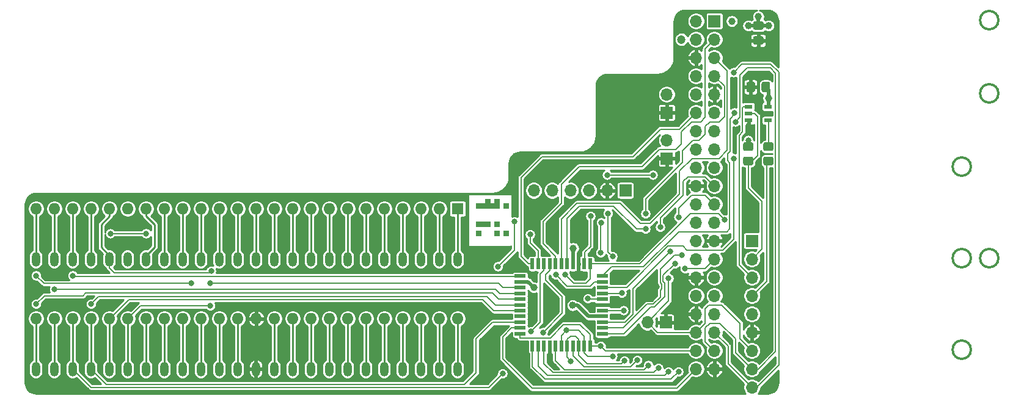
<source format=gbr>
%TF.GenerationSoftware,KiCad,Pcbnew,(5.1.9)-1*%
%TF.CreationDate,2021-05-22T07:09:12+01:00*%
%TF.ProjectId,RGBtoHDMI Amiga Denise DIP CPLD,52474274-6f48-4444-9d49-20416d696761,rev?*%
%TF.SameCoordinates,Original*%
%TF.FileFunction,Copper,L1,Top*%
%TF.FilePolarity,Positive*%
%FSLAX46Y46*%
G04 Gerber Fmt 4.6, Leading zero omitted, Abs format (unit mm)*
G04 Created by KiCad (PCBNEW (5.1.9)-1) date 2021-05-22 07:09:12*
%MOMM*%
%LPD*%
G01*
G04 APERTURE LIST*
%TA.AperFunction,NonConductor*%
%ADD10C,0.300000*%
%TD*%
%TA.AperFunction,EtchedComponent*%
%ADD11C,0.100000*%
%TD*%
%TA.AperFunction,ComponentPad*%
%ADD12R,1.700000X1.700000*%
%TD*%
%TA.AperFunction,ComponentPad*%
%ADD13O,1.700000X1.700000*%
%TD*%
%TA.AperFunction,SMDPad,CuDef*%
%ADD14R,1.050000X0.600000*%
%TD*%
%TA.AperFunction,SMDPad,CuDef*%
%ADD15R,1.500000X0.550000*%
%TD*%
%TA.AperFunction,SMDPad,CuDef*%
%ADD16R,0.550000X1.500000*%
%TD*%
%TA.AperFunction,ComponentPad*%
%ADD17O,1.200000X2.000000*%
%TD*%
%TA.AperFunction,ComponentPad*%
%ADD18O,1.600000X1.600000*%
%TD*%
%TA.AperFunction,ComponentPad*%
%ADD19R,1.600000X1.600000*%
%TD*%
%TA.AperFunction,ViaPad*%
%ADD20C,0.800000*%
%TD*%
%TA.AperFunction,ViaPad*%
%ADD21C,1.000000*%
%TD*%
%TA.AperFunction,ViaPad*%
%ADD22C,1.200000*%
%TD*%
%TA.AperFunction,Conductor*%
%ADD23C,0.250000*%
%TD*%
%TA.AperFunction,Conductor*%
%ADD24C,0.500000*%
%TD*%
%TA.AperFunction,Conductor*%
%ADD25C,0.200000*%
%TD*%
%TA.AperFunction,Conductor*%
%ADD26C,0.254000*%
%TD*%
%TA.AperFunction,Conductor*%
%ADD27C,0.100000*%
%TD*%
G04 APERTURE END LIST*
D10*
X214249000Y-58293000D02*
G75*
G03*
X214249000Y-58293000I-1270000J0D01*
G01*
X214249000Y-68453000D02*
G75*
G03*
X214249000Y-68453000I-1270000J0D01*
G01*
X210439000Y-78613000D02*
G75*
G03*
X210439000Y-78613000I-1270000J0D01*
G01*
X210439000Y-104013000D02*
G75*
G03*
X210439000Y-104013000I-1270000J0D01*
G01*
X214249000Y-91313000D02*
G75*
G03*
X214249000Y-91313000I-1270000J0D01*
G01*
X210439000Y-91313000D02*
G75*
G03*
X210439000Y-91313000I-1270000J0D01*
G01*
D11*
%TO.C,solarmon*%
G36*
X142494000Y-88138000D02*
G01*
X141859000Y-88138000D01*
X141859000Y-87503000D01*
X142494000Y-87503000D01*
X142494000Y-88138000D01*
G37*
X142494000Y-88138000D02*
X141859000Y-88138000D01*
X141859000Y-87503000D01*
X142494000Y-87503000D01*
X142494000Y-88138000D01*
G36*
X145034000Y-88138000D02*
G01*
X144399000Y-88138000D01*
X144399000Y-87503000D01*
X145034000Y-87503000D01*
X145034000Y-88138000D01*
G37*
X145034000Y-88138000D02*
X144399000Y-88138000D01*
X144399000Y-87503000D01*
X145034000Y-87503000D01*
X145034000Y-88138000D01*
G36*
X145034000Y-86868000D02*
G01*
X144399000Y-86868000D01*
X144399000Y-86233000D01*
X145034000Y-86233000D01*
X145034000Y-86868000D01*
G37*
X145034000Y-86868000D02*
X144399000Y-86868000D01*
X144399000Y-86233000D01*
X145034000Y-86233000D01*
X145034000Y-86868000D01*
G36*
X143764000Y-86868000D02*
G01*
X143129000Y-86868000D01*
X143129000Y-86233000D01*
X143764000Y-86233000D01*
X143764000Y-86868000D01*
G37*
X143764000Y-86868000D02*
X143129000Y-86868000D01*
X143129000Y-86233000D01*
X143764000Y-86233000D01*
X143764000Y-86868000D01*
G36*
X143129000Y-86868000D02*
G01*
X142494000Y-86868000D01*
X142494000Y-86233000D01*
X143129000Y-86233000D01*
X143129000Y-86868000D01*
G37*
X143129000Y-86868000D02*
X142494000Y-86868000D01*
X142494000Y-86233000D01*
X143129000Y-86233000D01*
X143129000Y-86868000D01*
G36*
X142494000Y-86868000D02*
G01*
X141859000Y-86868000D01*
X141859000Y-86233000D01*
X142494000Y-86233000D01*
X142494000Y-86868000D01*
G37*
X142494000Y-86868000D02*
X141859000Y-86868000D01*
X141859000Y-86233000D01*
X142494000Y-86233000D01*
X142494000Y-86868000D01*
G36*
X142494000Y-84328000D02*
G01*
X141859000Y-84328000D01*
X141859000Y-83693000D01*
X142494000Y-83693000D01*
X142494000Y-84328000D01*
G37*
X142494000Y-84328000D02*
X141859000Y-84328000D01*
X141859000Y-83693000D01*
X142494000Y-83693000D01*
X142494000Y-84328000D01*
G36*
X143129000Y-84328000D02*
G01*
X142494000Y-84328000D01*
X142494000Y-83693000D01*
X143129000Y-83693000D01*
X143129000Y-84328000D01*
G37*
X143129000Y-84328000D02*
X142494000Y-84328000D01*
X142494000Y-83693000D01*
X143129000Y-83693000D01*
X143129000Y-84328000D01*
G36*
X143764000Y-83693000D02*
G01*
X143129000Y-83693000D01*
X143129000Y-83058000D01*
X143764000Y-83058000D01*
X143764000Y-83693000D01*
G37*
X143764000Y-83693000D02*
X143129000Y-83693000D01*
X143129000Y-83058000D01*
X143764000Y-83058000D01*
X143764000Y-83693000D01*
G36*
X143764000Y-84328000D02*
G01*
X143129000Y-84328000D01*
X143129000Y-83693000D01*
X143764000Y-83693000D01*
X143764000Y-84328000D01*
G37*
X143764000Y-84328000D02*
X143129000Y-84328000D01*
X143129000Y-83693000D01*
X143764000Y-83693000D01*
X143764000Y-84328000D01*
G36*
X144399000Y-84328000D02*
G01*
X143764000Y-84328000D01*
X143764000Y-83693000D01*
X144399000Y-83693000D01*
X144399000Y-84328000D01*
G37*
X144399000Y-84328000D02*
X143764000Y-84328000D01*
X143764000Y-83693000D01*
X144399000Y-83693000D01*
X144399000Y-84328000D01*
G36*
X145034000Y-84328000D02*
G01*
X144399000Y-84328000D01*
X144399000Y-83693000D01*
X145034000Y-83693000D01*
X145034000Y-84328000D01*
G37*
X145034000Y-84328000D02*
X144399000Y-84328000D01*
X144399000Y-83693000D01*
X145034000Y-83693000D01*
X145034000Y-84328000D01*
G36*
X145034000Y-83693000D02*
G01*
X144399000Y-83693000D01*
X144399000Y-83058000D01*
X145034000Y-83058000D01*
X145034000Y-83693000D01*
G37*
X145034000Y-83693000D02*
X144399000Y-83693000D01*
X144399000Y-83058000D01*
X145034000Y-83058000D01*
X145034000Y-83693000D01*
G36*
X146304000Y-88138000D02*
G01*
X145669000Y-88138000D01*
X145669000Y-87503000D01*
X146304000Y-87503000D01*
X146304000Y-88138000D01*
G37*
X146304000Y-88138000D02*
X145669000Y-88138000D01*
X145669000Y-87503000D01*
X146304000Y-87503000D01*
X146304000Y-88138000D01*
G36*
X146304000Y-84328000D02*
G01*
X145669000Y-84328000D01*
X145669000Y-83693000D01*
X146304000Y-83693000D01*
X146304000Y-84328000D01*
G37*
X146304000Y-84328000D02*
X145669000Y-84328000D01*
X145669000Y-83693000D01*
X146304000Y-83693000D01*
X146304000Y-84328000D01*
%TD*%
D12*
%TO.P,FFOSD1,1*%
%TO.N,/CSYNC*%
X180086000Y-88900000D03*
D13*
%TO.P,FFOSD1,2*%
%TO.N,/OSD_DISPLAY_OUPUT*%
X180086000Y-91440000D03*
%TO.P,FFOSD1,3*%
%TO.N,/OSD_DISPLAY_ENABLE*%
X180086000Y-93980000D03*
%TO.P,FFOSD1,4*%
%TO.N,/OSD_DISPLAY_OUTPUT_BUFFERRED*%
X180086000Y-96520000D03*
%TO.P,FFOSD1,5*%
%TO.N,+5V*%
X180086000Y-99060000D03*
%TO.P,FFOSD1,6*%
%TO.N,GND*%
X180086000Y-101600000D03*
%TO.P,FFOSD1,7*%
%TO.N,/GPIO16*%
X180086000Y-104140000D03*
%TO.P,FFOSD1,8*%
%TO.N,/GPIO26*%
X180086000Y-106680000D03*
%TO.P,FFOSD1,9*%
%TO.N,/GPIO19*%
X180086000Y-109220000D03*
%TD*%
%TO.P,BT3,2*%
%TO.N,/GPIO19*%
X168275000Y-68580000D03*
D12*
%TO.P,BT3,1*%
%TO.N,GND*%
X168275000Y-71120000D03*
%TD*%
D13*
%TO.P,BT2,2*%
%TO.N,/GPIO26*%
X168275000Y-74930000D03*
D12*
%TO.P,BT2,1*%
%TO.N,GND*%
X168275000Y-77470000D03*
%TD*%
%TO.P,C5,2*%
%TO.N,GND*%
%TA.AperFunction,SMDPad,CuDef*%
G36*
G01*
X180525000Y-67089000D02*
X180525000Y-68039000D01*
G75*
G02*
X180275000Y-68289000I-250000J0D01*
G01*
X179600000Y-68289000D01*
G75*
G02*
X179350000Y-68039000I0J250000D01*
G01*
X179350000Y-67089000D01*
G75*
G02*
X179600000Y-66839000I250000J0D01*
G01*
X180275000Y-66839000D01*
G75*
G02*
X180525000Y-67089000I0J-250000D01*
G01*
G37*
%TD.AperFunction*%
%TO.P,C5,1*%
%TO.N,+3V3*%
%TA.AperFunction,SMDPad,CuDef*%
G36*
G01*
X182600000Y-67089000D02*
X182600000Y-68039000D01*
G75*
G02*
X182350000Y-68289000I-250000J0D01*
G01*
X181675000Y-68289000D01*
G75*
G02*
X181425000Y-68039000I0J250000D01*
G01*
X181425000Y-67089000D01*
G75*
G02*
X181675000Y-66839000I250000J0D01*
G01*
X182350000Y-66839000D01*
G75*
G02*
X182600000Y-67089000I0J-250000D01*
G01*
G37*
%TD.AperFunction*%
%TD*%
D14*
%TO.P,U2,5*%
%TO.N,+3V3*%
X182325000Y-70297000D03*
%TO.P,U2,4*%
%TO.N,Net-(R5-Pad2)*%
X182325000Y-72197000D03*
%TO.P,U2,3*%
%TO.N,GND*%
X179625000Y-72197000D03*
%TO.P,U2,2*%
%TO.N,/OSD_DISPLAY_OUPUT*%
X179625000Y-71247000D03*
%TO.P,U2,1*%
%TO.N,/OSD_DISPLAY_ENABLE*%
X179625000Y-70297000D03*
%TD*%
%TO.P,R5,2*%
%TO.N,Net-(R5-Pad2)*%
%TA.AperFunction,SMDPad,CuDef*%
G36*
G01*
X182822001Y-76435000D02*
X181921999Y-76435000D01*
G75*
G02*
X181672000Y-76185001I0J249999D01*
G01*
X181672000Y-75484999D01*
G75*
G02*
X181921999Y-75235000I249999J0D01*
G01*
X182822001Y-75235000D01*
G75*
G02*
X183072000Y-75484999I0J-249999D01*
G01*
X183072000Y-76185001D01*
G75*
G02*
X182822001Y-76435000I-249999J0D01*
G01*
G37*
%TD.AperFunction*%
%TO.P,R5,1*%
%TO.N,/OSD_DISPLAY_OUTPUT_BUFFERRED*%
%TA.AperFunction,SMDPad,CuDef*%
G36*
G01*
X182822001Y-78435000D02*
X181921999Y-78435000D01*
G75*
G02*
X181672000Y-78185001I0J249999D01*
G01*
X181672000Y-77484999D01*
G75*
G02*
X181921999Y-77235000I249999J0D01*
G01*
X182822001Y-77235000D01*
G75*
G02*
X183072000Y-77484999I0J-249999D01*
G01*
X183072000Y-78185001D01*
G75*
G02*
X182822001Y-78435000I-249999J0D01*
G01*
G37*
%TD.AperFunction*%
%TD*%
%TO.P,R4,2*%
%TO.N,/OSD_DISPLAY_OUPUT*%
%TA.AperFunction,SMDPad,CuDef*%
G36*
G01*
X179127999Y-77235000D02*
X180028001Y-77235000D01*
G75*
G02*
X180278000Y-77484999I0J-249999D01*
G01*
X180278000Y-78185001D01*
G75*
G02*
X180028001Y-78435000I-249999J0D01*
G01*
X179127999Y-78435000D01*
G75*
G02*
X178878000Y-78185001I0J249999D01*
G01*
X178878000Y-77484999D01*
G75*
G02*
X179127999Y-77235000I249999J0D01*
G01*
G37*
%TD.AperFunction*%
%TO.P,R4,1*%
%TO.N,/GPIO24*%
%TA.AperFunction,SMDPad,CuDef*%
G36*
G01*
X179127999Y-75235000D02*
X180028001Y-75235000D01*
G75*
G02*
X180278000Y-75484999I0J-249999D01*
G01*
X180278000Y-76185001D01*
G75*
G02*
X180028001Y-76435000I-249999J0D01*
G01*
X179127999Y-76435000D01*
G75*
G02*
X178878000Y-76185001I0J249999D01*
G01*
X178878000Y-75484999D01*
G75*
G02*
X179127999Y-75235000I249999J0D01*
G01*
G37*
%TD.AperFunction*%
%TD*%
D13*
%TO.P,JTAG1,6*%
%TO.N,/CLKEN*%
X149860000Y-81915000D03*
%TO.P,JTAG1,5*%
%TO.N,/GPIO0*%
X152400000Y-81915000D03*
%TO.P,JTAG1,4*%
%TO.N,/GPIO24*%
X154940000Y-81915000D03*
%TO.P,JTAG1,3*%
%TO.N,/GPIO20*%
X157480000Y-81915000D03*
%TO.P,JTAG1,2*%
%TO.N,GND*%
X160020000Y-81915000D03*
D12*
%TO.P,JTAG1,1*%
%TO.N,+3V3*%
X162560000Y-81915000D03*
%TD*%
%TO.P,C1,2*%
%TO.N,GND*%
%TA.AperFunction,SMDPad,CuDef*%
G36*
G01*
X180500000Y-60521000D02*
X181450000Y-60521000D01*
G75*
G02*
X181700000Y-60771000I0J-250000D01*
G01*
X181700000Y-61446000D01*
G75*
G02*
X181450000Y-61696000I-250000J0D01*
G01*
X180500000Y-61696000D01*
G75*
G02*
X180250000Y-61446000I0J250000D01*
G01*
X180250000Y-60771000D01*
G75*
G02*
X180500000Y-60521000I250000J0D01*
G01*
G37*
%TD.AperFunction*%
%TO.P,C1,1*%
%TO.N,+3V3*%
%TA.AperFunction,SMDPad,CuDef*%
G36*
G01*
X180500000Y-58446000D02*
X181450000Y-58446000D01*
G75*
G02*
X181700000Y-58696000I0J-250000D01*
G01*
X181700000Y-59371000D01*
G75*
G02*
X181450000Y-59621000I-250000J0D01*
G01*
X180500000Y-59621000D01*
G75*
G02*
X180250000Y-59371000I0J250000D01*
G01*
X180250000Y-58696000D01*
G75*
G02*
X180500000Y-58446000I250000J0D01*
G01*
G37*
%TD.AperFunction*%
%TD*%
D15*
%TO.P,U1,44*%
%TO.N,/GPIO20*%
X147970000Y-101790000D03*
%TO.P,U1,43*%
%TO.N,/GPIO21*%
X147970000Y-100990000D03*
%TO.P,U1,42*%
%TO.N,/G0*%
X147970000Y-100190000D03*
%TO.P,U1,41*%
%TO.N,/VSYNC*%
X147970000Y-99390000D03*
%TO.P,U1,40*%
%TO.N,/G1*%
X147970000Y-98590000D03*
%TO.P,U1,39*%
%TO.N,/R1*%
X147970000Y-97790000D03*
%TO.P,U1,38*%
%TO.N,/B1*%
X147970000Y-96990000D03*
%TO.P,U1,37*%
%TO.N,/B2*%
X147970000Y-96190000D03*
%TO.P,U1,36*%
%TO.N,/G2*%
X147970000Y-95390000D03*
%TO.P,U1,35*%
%TO.N,+3V3*%
X147970000Y-94590000D03*
%TO.P,U1,34*%
%TO.N,/R2*%
X147970000Y-93790000D03*
D16*
%TO.P,U1,33*%
%TO.N,/GPIO18*%
X149670000Y-92090000D03*
%TO.P,U1,32*%
%TO.N,/R3*%
X150470000Y-92090000D03*
%TO.P,U1,31*%
%TO.N,/G3*%
X151270000Y-92090000D03*
%TO.P,U1,30*%
%TO.N,/B3*%
X152070000Y-92090000D03*
%TO.P,U1,29*%
%TO.N,/GPIO2*%
X152870000Y-92090000D03*
%TO.P,U1,28*%
%TO.N,/GPIO3*%
X153670000Y-92090000D03*
%TO.P,U1,27*%
%TO.N,/GPIO4*%
X154470000Y-92090000D03*
%TO.P,U1,26*%
%TO.N,+3V3*%
X155270000Y-92090000D03*
%TO.P,U1,25*%
%TO.N,GND*%
X156070000Y-92090000D03*
%TO.P,U1,24*%
%TO.N,/GPIO24*%
X156870000Y-92090000D03*
%TO.P,U1,23*%
%TO.N,/CSYNC*%
X157670000Y-92090000D03*
D15*
%TO.P,U1,22*%
%TO.N,/GPIO17*%
X159370000Y-93790000D03*
%TO.P,U1,21*%
%TO.N,/R0*%
X159370000Y-94590000D03*
%TO.P,U1,20*%
%TO.N,/GPIO23*%
X159370000Y-95390000D03*
%TO.P,U1,19*%
%TO.N,/DETECT*%
X159370000Y-96190000D03*
%TO.P,U1,18*%
%TO.N,/B0*%
X159370000Y-96990000D03*
%TO.P,U1,17*%
%TO.N,GND*%
X159370000Y-97790000D03*
%TO.P,U1,16*%
%TO.N,/GPIO10*%
X159370000Y-98590000D03*
%TO.P,U1,15*%
%TO.N,+3V3*%
X159370000Y-99390000D03*
%TO.P,U1,14*%
%TO.N,/GPIO9*%
X159370000Y-100190000D03*
%TO.P,U1,13*%
%TO.N,/GPIO11*%
X159370000Y-100990000D03*
%TO.P,U1,12*%
%TO.N,/GPIO8*%
X159370000Y-101790000D03*
D16*
%TO.P,U1,11*%
%TO.N,/GPIO20*%
X157670000Y-103490000D03*
%TO.P,U1,10*%
%TO.N,/CLKEN*%
X156870000Y-103490000D03*
%TO.P,U1,9*%
%TO.N,/GPIO0*%
X156070000Y-103490000D03*
%TO.P,U1,8*%
%TO.N,/GPIO7*%
X155270000Y-103490000D03*
%TO.P,U1,7*%
%TO.N,/GPIO0*%
X154470000Y-103490000D03*
%TO.P,U1,6*%
%TO.N,/CLKEN*%
X153670000Y-103490000D03*
%TO.P,U1,5*%
%TO.N,/GPIO5*%
X152870000Y-103490000D03*
%TO.P,U1,4*%
%TO.N,GND*%
X152070000Y-103490000D03*
%TO.P,U1,3*%
%TO.N,/GPIO12*%
X151270000Y-103490000D03*
%TO.P,U1,2*%
%TO.N,/GPIO6*%
X150470000Y-103490000D03*
%TO.P,U1,1*%
%TO.N,/GPIO13*%
X149670000Y-103490000D03*
%TD*%
D17*
%TO.P,U4,24*%
%TO.N,/B0*%
X80873600Y-91440000D03*
%TO.P,U4,25*%
%TO.N,/B1*%
X80873600Y-106680000D03*
%TO.P,U4,23*%
%TO.N,/R3*%
X83413600Y-91440000D03*
%TO.P,U4,26*%
%TO.N,/B2*%
X83413600Y-106680000D03*
%TO.P,U4,22*%
%TO.N,/R2*%
X85953600Y-91440000D03*
%TO.P,U4,27*%
%TO.N,/B3*%
X85953600Y-106680000D03*
%TO.P,U4,21*%
%TO.N,/R1*%
X88493600Y-91440000D03*
%TO.P,U4,28*%
%TO.N,/G0*%
X88493600Y-106680000D03*
%TO.P,U4,20*%
%TO.N,/R0*%
X91033600Y-91440000D03*
%TO.P,U4,29*%
%TO.N,/G1*%
X91033600Y-106680000D03*
%TO.P,U4,19*%
%TO.N,+5V*%
X93573600Y-91440000D03*
%TO.P,U4,30*%
%TO.N,/G2*%
X93573600Y-106680000D03*
%TO.P,U4,18*%
%TO.N,/BURST*%
X96113600Y-91440000D03*
%TO.P,U4,31*%
%TO.N,/G3*%
X96113600Y-106680000D03*
%TO.P,U4,17*%
%TO.N,/RGA1*%
X98653600Y-91440000D03*
%TO.P,U4,32*%
%TO.N,/CSYNC*%
X98653600Y-106680000D03*
%TO.P,U4,16*%
%TO.N,/RGA2*%
X101193600Y-91440000D03*
%TO.P,U4,33*%
%TO.N,/ZD*%
X101193600Y-106680000D03*
%TO.P,U4,15*%
%TO.N,/RGA3*%
X103733600Y-91440000D03*
%TO.P,U4,34*%
%TO.N,/NC*%
X103733600Y-106680000D03*
%TO.P,U4,14*%
%TO.N,/RGA4*%
X106273600Y-91440000D03*
%TO.P,U4,35*%
%TO.N,/7M*%
X106273600Y-106680000D03*
%TO.P,U4,13*%
%TO.N,/RGA5*%
X108813600Y-91440000D03*
%TO.P,U4,36*%
%TO.N,/CCK*%
X108813600Y-106680000D03*
%TO.P,U4,12*%
%TO.N,/RGA6*%
X111353600Y-91440000D03*
%TO.P,U4,37*%
%TO.N,GND*%
X111353600Y-106680000D03*
%TO.P,U4,11*%
%TO.N,/RGA7*%
X113893600Y-91440000D03*
%TO.P,U4,38*%
%TO.N,/M0V*%
X113893600Y-106680000D03*
%TO.P,U4,10*%
%TO.N,/RGA8*%
X116433600Y-91440000D03*
%TO.P,U4,39*%
%TO.N,/M1V*%
X116433600Y-106680000D03*
%TO.P,U4,9*%
%TO.N,/M0H*%
X118973600Y-91440000D03*
%TO.P,U4,40*%
%TO.N,/D15*%
X118973600Y-106680000D03*
%TO.P,U4,8*%
%TO.N,/M1H*%
X121513600Y-91440000D03*
%TO.P,U4,41*%
%TO.N,/D14*%
X121513600Y-106680000D03*
%TO.P,U4,7*%
%TO.N,/D0*%
X124053600Y-91440000D03*
%TO.P,U4,42*%
%TO.N,/D13*%
X124053600Y-106680000D03*
%TO.P,U4,6*%
%TO.N,/D1*%
X126593600Y-91440000D03*
%TO.P,U4,43*%
%TO.N,/D12*%
X126593600Y-106680000D03*
%TO.P,U4,5*%
%TO.N,/D2*%
X129133600Y-91440000D03*
%TO.P,U4,44*%
%TO.N,/D11*%
X129133600Y-106680000D03*
%TO.P,U4,4*%
%TO.N,/D3*%
X131673600Y-91440000D03*
%TO.P,U4,45*%
%TO.N,/D10*%
X131673600Y-106680000D03*
%TO.P,U4,3*%
%TO.N,/D4*%
X134213600Y-91440000D03*
%TO.P,U4,46*%
%TO.N,/D9*%
X134213600Y-106680000D03*
%TO.P,U4,2*%
%TO.N,/D5*%
X136753600Y-91440000D03*
%TO.P,U4,47*%
%TO.N,/D8*%
X136753600Y-106680000D03*
%TO.P,U4,1*%
%TO.N,/D6*%
X139293600Y-91440000D03*
%TO.P,U4,48*%
%TO.N,/D7*%
X139293600Y-106680000D03*
%TD*%
D13*
%TO.P,J1,40*%
%TO.N,/GPIO21*%
X172339000Y-106680000D03*
%TO.P,J1,39*%
%TO.N,GND*%
X174879000Y-106680000D03*
%TO.P,J1,38*%
%TO.N,/GPIO20*%
X172339000Y-104140000D03*
%TO.P,J1,37*%
%TO.N,/GPIO26*%
X174879000Y-104140000D03*
%TO.P,J1,36*%
%TO.N,/GPIO16*%
X172339000Y-101600000D03*
%TO.P,J1,35*%
%TO.N,/GPIO19*%
X174879000Y-101600000D03*
%TO.P,J1,34*%
%TO.N,GND*%
X172339000Y-99060000D03*
%TO.P,J1,33*%
%TO.N,/GPIO13*%
X174879000Y-99060000D03*
%TO.P,J1,32*%
%TO.N,/GPIO12*%
X172339000Y-96520000D03*
%TO.P,J1,31*%
%TO.N,/GPIO6*%
X174879000Y-96520000D03*
%TO.P,J1,30*%
%TO.N,GND*%
X172339000Y-93980000D03*
%TO.P,J1,29*%
%TO.N,/GPIO5*%
X174879000Y-93980000D03*
%TO.P,J1,28*%
%TO.N,/CLKEN*%
X172339000Y-91440000D03*
%TO.P,J1,27*%
%TO.N,/GPIO0*%
X174879000Y-91440000D03*
%TO.P,J1,26*%
%TO.N,/GPIO7*%
X172339000Y-88900000D03*
%TO.P,J1,25*%
%TO.N,GND*%
X174879000Y-88900000D03*
%TO.P,J1,24*%
%TO.N,/GPIO8*%
X172339000Y-86360000D03*
%TO.P,J1,23*%
%TO.N,/GPIO11*%
X174879000Y-86360000D03*
%TO.P,J1,22*%
%TO.N,/GPIO25*%
X172339000Y-83820000D03*
%TO.P,J1,21*%
%TO.N,/GPIO9*%
X174879000Y-83820000D03*
%TO.P,J1,20*%
%TO.N,GND*%
X172339000Y-81280000D03*
%TO.P,J1,19*%
%TO.N,/GPIO10*%
X174879000Y-81280000D03*
%TO.P,J1,18*%
%TO.N,/GPIO24*%
X172339000Y-78740000D03*
%TO.P,J1,17*%
%TO.N,+3V3*%
X174879000Y-78740000D03*
%TO.P,J1,16*%
%TO.N,/GPIO23*%
X172339000Y-76200000D03*
%TO.P,J1,15*%
%TO.N,/GPIO22*%
X174879000Y-76200000D03*
%TO.P,J1,14*%
%TO.N,GND*%
X172339000Y-73660000D03*
%TO.P,J1,13*%
%TO.N,/GPIO27*%
X174879000Y-73660000D03*
%TO.P,J1,12*%
%TO.N,/GPIO18*%
X172339000Y-71120000D03*
%TO.P,J1,11*%
%TO.N,/GPIO17*%
X174879000Y-71120000D03*
%TO.P,J1,10*%
%TO.N,/GPIO15*%
X172339000Y-68580000D03*
%TO.P,J1,9*%
%TO.N,GND*%
X174879000Y-68580000D03*
%TO.P,J1,8*%
%TO.N,/GPIO14*%
X172339000Y-66040000D03*
%TO.P,J1,7*%
%TO.N,/GPIO4*%
X174879000Y-66040000D03*
%TO.P,J1,6*%
%TO.N,GND*%
X172339000Y-63500000D03*
%TO.P,J1,5*%
%TO.N,/GPIO3*%
X174879000Y-63500000D03*
%TO.P,J1,4*%
%TO.N,+5V*%
X172339000Y-60960000D03*
%TO.P,J1,3*%
%TO.N,/GPIO2*%
X174879000Y-60960000D03*
%TO.P,J1,2*%
%TO.N,+5V*%
X172339000Y-58420000D03*
D12*
%TO.P,J1,1*%
%TO.N,+3V3*%
X174879000Y-58420000D03*
%TD*%
D18*
%TO.P,U3,48*%
%TO.N,/D7*%
X139315000Y-99695000D03*
%TO.P,U3,24*%
%TO.N,/B0*%
X80895000Y-84455000D03*
%TO.P,U3,47*%
%TO.N,/D8*%
X136775000Y-99695000D03*
%TO.P,U3,23*%
%TO.N,/R3*%
X83435000Y-84455000D03*
%TO.P,U3,46*%
%TO.N,/D9*%
X134235000Y-99695000D03*
%TO.P,U3,22*%
%TO.N,/R2*%
X85975000Y-84455000D03*
%TO.P,U3,45*%
%TO.N,/D10*%
X131695000Y-99695000D03*
%TO.P,U3,21*%
%TO.N,/R1*%
X88515000Y-84455000D03*
%TO.P,U3,44*%
%TO.N,/D11*%
X129155000Y-99695000D03*
%TO.P,U3,20*%
%TO.N,/R0*%
X91055000Y-84455000D03*
%TO.P,U3,43*%
%TO.N,/D12*%
X126615000Y-99695000D03*
%TO.P,U3,19*%
%TO.N,+5V*%
X93595000Y-84455000D03*
%TO.P,U3,42*%
%TO.N,/D13*%
X124075000Y-99695000D03*
%TO.P,U3,18*%
%TO.N,/BURST*%
X96135000Y-84455000D03*
%TO.P,U3,41*%
%TO.N,/D14*%
X121535000Y-99695000D03*
%TO.P,U3,17*%
%TO.N,/RGA1*%
X98675000Y-84455000D03*
%TO.P,U3,40*%
%TO.N,/D15*%
X118995000Y-99695000D03*
%TO.P,U3,16*%
%TO.N,/RGA2*%
X101215000Y-84455000D03*
%TO.P,U3,39*%
%TO.N,/M1V*%
X116455000Y-99695000D03*
%TO.P,U3,15*%
%TO.N,/RGA3*%
X103755000Y-84455000D03*
%TO.P,U3,38*%
%TO.N,/M0V*%
X113915000Y-99695000D03*
%TO.P,U3,14*%
%TO.N,/RGA4*%
X106295000Y-84455000D03*
%TO.P,U3,37*%
%TO.N,GND*%
X111375000Y-99695000D03*
%TO.P,U3,13*%
%TO.N,/RGA5*%
X108835000Y-84455000D03*
%TO.P,U3,36*%
%TO.N,/CCK*%
X108835000Y-99695000D03*
%TO.P,U3,12*%
%TO.N,/RGA6*%
X111375000Y-84455000D03*
%TO.P,U3,35*%
%TO.N,/7M*%
X106295000Y-99695000D03*
%TO.P,U3,11*%
%TO.N,/RGA7*%
X113915000Y-84455000D03*
%TO.P,U3,34*%
%TO.N,/NC*%
X103755000Y-99695000D03*
%TO.P,U3,10*%
%TO.N,/RGA8*%
X116455000Y-84455000D03*
%TO.P,U3,33*%
%TO.N,/ZD*%
X101215000Y-99695000D03*
%TO.P,U3,9*%
%TO.N,/M0H*%
X118995000Y-84455000D03*
%TO.P,U3,32*%
%TO.N,/CSYNC*%
X98675000Y-99695000D03*
%TO.P,U3,8*%
%TO.N,/M1H*%
X121535000Y-84455000D03*
%TO.P,U3,31*%
%TO.N,/G3*%
X96135000Y-99695000D03*
%TO.P,U3,7*%
%TO.N,/D0*%
X124075000Y-84455000D03*
%TO.P,U3,30*%
%TO.N,/G2*%
X93595000Y-99695000D03*
%TO.P,U3,6*%
%TO.N,/D1*%
X126615000Y-84455000D03*
%TO.P,U3,29*%
%TO.N,/G1*%
X91055000Y-99695000D03*
%TO.P,U3,5*%
%TO.N,/D2*%
X129155000Y-84455000D03*
%TO.P,U3,28*%
%TO.N,/G0*%
X88515000Y-99695000D03*
%TO.P,U3,4*%
%TO.N,/D3*%
X131695000Y-84455000D03*
%TO.P,U3,27*%
%TO.N,/B3*%
X85975000Y-99695000D03*
%TO.P,U3,3*%
%TO.N,/D4*%
X134235000Y-84455000D03*
%TO.P,U3,26*%
%TO.N,/B2*%
X83435000Y-99695000D03*
%TO.P,U3,2*%
%TO.N,/D5*%
X136775000Y-84455000D03*
%TO.P,U3,25*%
%TO.N,/B1*%
X80895000Y-99695000D03*
D19*
%TO.P,U3,1*%
%TO.N,/D6*%
X139315000Y-84455000D03*
%TD*%
D13*
%TO.P,BT1,2*%
%TO.N,/GPIO16*%
X165608000Y-100203000D03*
D12*
%TO.P,BT1,1*%
%TO.N,GND*%
X168148000Y-100203000D03*
%TD*%
D20*
%TO.N,GND*%
X152654000Y-106299000D03*
X149860000Y-96901000D03*
X152019000Y-88138000D03*
X156210000Y-85344000D03*
X148590000Y-106426000D03*
X146939000Y-104521000D03*
X140843000Y-104775000D03*
X161036000Y-86360000D03*
X152781000Y-98171000D03*
X156591000Y-93853000D03*
X158115000Y-90297000D03*
X179705000Y-61087000D03*
X180975000Y-62230000D03*
X166878000Y-95250000D03*
X161607500Y-97536000D03*
X152908000Y-86868000D03*
X170307000Y-105537000D03*
X91186000Y-89281000D03*
X96139000Y-89281000D03*
X163449000Y-102806500D03*
X167767000Y-103251000D03*
X143764000Y-105029000D03*
X138049000Y-104775000D03*
X132969000Y-104775000D03*
X130429000Y-104775000D03*
X127889000Y-104775000D03*
X125349000Y-104775000D03*
X122809000Y-104775000D03*
X120269000Y-104775000D03*
X117729000Y-104775000D03*
X115189000Y-104775000D03*
X112649000Y-104775000D03*
X109982000Y-104775000D03*
X107569000Y-104775000D03*
X105029000Y-104775000D03*
X102489000Y-104775000D03*
X99949000Y-104775000D03*
X97409000Y-104775000D03*
X89789000Y-102235000D03*
X87249000Y-102235000D03*
X84709000Y-102235000D03*
X82169000Y-102235000D03*
X82169000Y-109220000D03*
X84709000Y-109220000D03*
X84709000Y-97663000D03*
X82550000Y-93726000D03*
X80010000Y-95631000D03*
X82042000Y-86995000D03*
X84709000Y-86868000D03*
X87249000Y-86868000D03*
X87249000Y-88900000D03*
X79883000Y-86995000D03*
X80010000Y-102235000D03*
X79883000Y-109220000D03*
X80137000Y-82931000D03*
X82169000Y-82931000D03*
X84709000Y-82931000D03*
X87249000Y-82931000D03*
X89789000Y-82931000D03*
X99949000Y-86868000D03*
X102489000Y-86868000D03*
X105029000Y-86868000D03*
X107569000Y-86868000D03*
X110109000Y-86868000D03*
X112649000Y-86868000D03*
X115189000Y-86868000D03*
X117729000Y-86868000D03*
X120269000Y-86868000D03*
X122809000Y-86868000D03*
X125349000Y-86868000D03*
X127889000Y-86868000D03*
X130429000Y-86868000D03*
X132842000Y-86868000D03*
X135509000Y-86868000D03*
X138049000Y-86868000D03*
X138049000Y-88646000D03*
X135509000Y-88646000D03*
X132842000Y-88646000D03*
X130429000Y-88646000D03*
X127889000Y-88646000D03*
X125349000Y-88646000D03*
X122809000Y-88646000D03*
X120269000Y-88646000D03*
X117729000Y-88646000D03*
X115189000Y-88646000D03*
X112649000Y-88646000D03*
X110109000Y-88646000D03*
X107569000Y-88646000D03*
X105029000Y-88646000D03*
X102489000Y-88646000D03*
X99949000Y-88646000D03*
X102489000Y-102489000D03*
X105029000Y-102489000D03*
X107569000Y-102489000D03*
X109982000Y-102489000D03*
X112649000Y-102489000D03*
X115189000Y-102489000D03*
X117729000Y-102489000D03*
X120269000Y-102489000D03*
X122809000Y-102489000D03*
X125349000Y-102489000D03*
X127889000Y-102489000D03*
X130429000Y-102489000D03*
X132969000Y-102489000D03*
X135509000Y-102489000D03*
X138049000Y-102489000D03*
X145669000Y-99441000D03*
X142494000Y-99441000D03*
X140843000Y-102489000D03*
X143764000Y-102489000D03*
X146558000Y-102489000D03*
X140208000Y-86868000D03*
X140208000Y-88773000D03*
X142113000Y-90678000D03*
X148971000Y-90297000D03*
X151130000Y-84328000D03*
X149860000Y-80010000D03*
X152400000Y-80010000D03*
X165989000Y-89027000D03*
X182499000Y-104140000D03*
X182245000Y-106680000D03*
X148844000Y-85090000D03*
X161671000Y-103378000D03*
X165989000Y-105029000D03*
X107569000Y-97917000D03*
X109982000Y-97917000D03*
X112649000Y-97917000D03*
X115189000Y-97917000D03*
X117729000Y-97917000D03*
X120269000Y-97917000D03*
X122809000Y-97917000D03*
X125349000Y-97917000D03*
X127889000Y-97917000D03*
X130429000Y-97917000D03*
X132969000Y-97917000D03*
X135509000Y-97917000D03*
X138049000Y-97917000D03*
X140843000Y-97917000D03*
X161671000Y-90043000D03*
X161544000Y-93599000D03*
X177546000Y-90170000D03*
X171069000Y-64770000D03*
X161671000Y-99441000D03*
X164846000Y-80518000D03*
X168910000Y-81026000D03*
X135509000Y-104775000D03*
X168783000Y-85547200D03*
X166497000Y-84709000D03*
X164846000Y-90424000D03*
X152527000Y-96901000D03*
X151638000Y-99060000D03*
X152082500Y-105473500D03*
X162687000Y-97028000D03*
X158877000Y-84963000D03*
X156464000Y-89789000D03*
X165735000Y-96520000D03*
X149796500Y-98679000D03*
X157797500Y-98107500D03*
X156718000Y-96012000D03*
X157797500Y-100330000D03*
X147002500Y-92265500D03*
X146748500Y-107950000D03*
X143129000Y-107886500D03*
X149606000Y-107759500D03*
X165100000Y-102616000D03*
X143319500Y-92900500D03*
X149669500Y-93789500D03*
X164528500Y-84391500D03*
X167957500Y-81788000D03*
X165671500Y-81470500D03*
X151257000Y-78740000D03*
X153924000Y-78803500D03*
X161290000Y-76200000D03*
X161290000Y-74930000D03*
X161290000Y-73660000D03*
X161290000Y-72390000D03*
X161290000Y-71120000D03*
X161290000Y-69850000D03*
X161290000Y-68580000D03*
X161290000Y-67310000D03*
X164592000Y-77597000D03*
X169545000Y-67310000D03*
X167005000Y-67310000D03*
X86995000Y-97663000D03*
X81915000Y-95631000D03*
X84455000Y-93726000D03*
X82042000Y-88900000D03*
X79883000Y-88900000D03*
X91186000Y-86614000D03*
X96139000Y-86741000D03*
X89789000Y-104775000D03*
X80010000Y-104775000D03*
X87249000Y-104775000D03*
X84709000Y-104775000D03*
X82169000Y-104775000D03*
X90678000Y-97663000D03*
X89789000Y-92964000D03*
X97409000Y-102489000D03*
X99949000Y-101854000D03*
X179578000Y-72898000D03*
X179959000Y-68834000D03*
X179832000Y-83312000D03*
X180721000Y-81026000D03*
X177800000Y-73660000D03*
X177546000Y-69723000D03*
X177546000Y-66929000D03*
X179959000Y-66294000D03*
X176911000Y-63500000D03*
X179197000Y-63500000D03*
X177546000Y-95250000D03*
X177546000Y-92710000D03*
X179832000Y-85217000D03*
X182753000Y-109093000D03*
D21*
%TO.N,+3V3*%
X180975000Y-57785000D03*
X182372000Y-59055000D03*
X177292000Y-58420000D03*
X179578000Y-59055000D03*
X155257500Y-97866518D03*
X155321000Y-89915998D03*
X149860000Y-95377000D03*
X182372000Y-69088000D03*
D20*
%TO.N,/GPIO20*%
X159146000Y-103490000D03*
X160782000Y-91059000D03*
X160147000Y-85090000D03*
%TO.N,/GPIO26*%
X177800000Y-72390000D03*
%TO.N,/GPIO16*%
X168552968Y-94118184D03*
%TO.N,/GPIO13*%
X169926000Y-107061000D03*
%TO.N,/GPIO12*%
X167132000Y-106553000D03*
%TO.N,/GPIO6*%
X168529000Y-107077247D03*
%TO.N,/GPIO5*%
X165735000Y-106172000D03*
%TO.N,/GPIO0*%
X170818011Y-92752789D03*
X162433000Y-105537000D03*
X159131000Y-90551000D03*
X159194500Y-86360000D03*
X155003498Y-105600502D03*
%TO.N,/GPIO7*%
X164211002Y-105451957D03*
%TO.N,/GPIO8*%
X169418000Y-92075000D03*
%TO.N,/GPIO11*%
X170371879Y-90870010D03*
%TO.N,/GPIO9*%
X168742092Y-90376270D03*
X169926000Y-85598000D03*
%TO.N,/GPIO10*%
X162306000Y-98552000D03*
X167386000Y-86995000D03*
%TO.N,/GPIO24*%
X160020000Y-79756000D03*
X166369999Y-79756000D03*
X157734000Y-85471000D03*
X179578000Y-74930000D03*
%TO.N,/GPIO23*%
X177545998Y-77470000D03*
%TO.N,/GPIO17*%
X177673000Y-71120004D03*
%TO.N,/GPIO4*%
X165354000Y-87249000D03*
X165354004Y-85140800D03*
%TO.N,/GPIO19*%
X177546000Y-65532000D03*
%TO.N,/CLKEN*%
X160782000Y-104902002D03*
X144907000Y-92456000D03*
X154421013Y-101335013D03*
X147193000Y-86233000D03*
%TO.N,/B0*%
X157353000Y-96921828D03*
X102425500Y-94805500D03*
X80899000Y-93726000D03*
%TO.N,/R3*%
X91186000Y-87884000D03*
X96139000Y-87884002D03*
X149352004Y-88011000D03*
%TO.N,/R2*%
X85979000Y-93726002D03*
%TO.N,/R1*%
X88519000Y-97663000D03*
%TO.N,/R0*%
X105156000Y-93091000D03*
X152908000Y-93599000D03*
%TO.N,/G3*%
X149479000Y-101473000D03*
%TO.N,/G2*%
X105029000Y-94742000D03*
X105029008Y-97917000D03*
%TO.N,/B3*%
X145542000Y-107315000D03*
X151130000Y-101600000D03*
%TO.N,/B2*%
X83439014Y-95631000D03*
%TO.N,/B1*%
X80899000Y-97663000D03*
%TO.N,/DETECT*%
X162052004Y-96139000D03*
D22*
%TO.N,+5V*%
X170307000Y-60960000D03*
D20*
%TO.N,/CSYNC*%
X154178000Y-93599000D03*
X176318979Y-85979000D03*
%TD*%
D23*
%TO.N,GND*%
X111375000Y-106150600D02*
X111353600Y-106172000D01*
D24*
%TO.N,+3V3*%
X180975000Y-58906500D02*
X180975000Y-57785000D01*
X180975000Y-58906500D02*
X181123500Y-59055000D01*
X181123500Y-59055000D02*
X182372000Y-59055000D01*
X180975000Y-58906500D02*
X180826500Y-59055000D01*
X180826500Y-59055000D02*
X179578000Y-59055000D01*
X155270000Y-92090000D02*
X155270000Y-89966998D01*
X155270000Y-89966998D02*
X155321000Y-89915998D01*
X157429000Y-99390000D02*
X155905518Y-97866518D01*
X155905518Y-97866518D02*
X155257500Y-97866518D01*
X159370000Y-99390000D02*
X157429000Y-99390000D01*
X149073000Y-94590000D02*
X149860000Y-95377000D01*
X147970000Y-94590000D02*
X149073000Y-94590000D01*
X182372000Y-67923500D02*
X182012500Y-67564000D01*
X182372000Y-69088000D02*
X182372000Y-67923500D01*
X182372000Y-70250000D02*
X182325000Y-70297000D01*
X182372000Y-69088000D02*
X182372000Y-70250000D01*
D25*
%TO.N,/GPIO21*%
X169672000Y-109347000D02*
X171489001Y-107529999D01*
X149606000Y-109347000D02*
X169672000Y-109347000D01*
X145542000Y-105283000D02*
X149606000Y-109347000D01*
X145542000Y-102235000D02*
X145542000Y-105283000D01*
X171489001Y-107529999D02*
X172339000Y-106680000D01*
X146787000Y-100990000D02*
X145542000Y-102235000D01*
X147970000Y-100990000D02*
X146787000Y-100990000D01*
%TO.N,/GPIO20*%
X159796000Y-104140000D02*
X159146000Y-103490000D01*
X172339000Y-104140000D02*
X159796000Y-104140000D01*
X157670000Y-103490000D02*
X159146000Y-103490000D01*
X160782000Y-91059000D02*
X160147000Y-90424000D01*
X160147000Y-90424000D02*
X160147000Y-85090000D01*
X157670000Y-101917000D02*
X157670000Y-103490000D01*
X153987500Y-100520500D02*
X156273500Y-100520500D01*
X147970000Y-102362000D02*
X152146000Y-102362000D01*
X156273500Y-100520500D02*
X157670000Y-101917000D01*
X152146000Y-102362000D02*
X153987500Y-100520500D01*
X147970000Y-101790000D02*
X147970000Y-102362000D01*
%TO.N,/GPIO26*%
X177800000Y-104394000D02*
X180086000Y-106680000D01*
X177800000Y-102489000D02*
X177800000Y-104394000D01*
X175641000Y-100330000D02*
X177800000Y-102489000D01*
X174244000Y-100330000D02*
X175641000Y-100330000D01*
X173609000Y-100965000D02*
X174244000Y-100330000D01*
X173609000Y-102870000D02*
X173609000Y-100965000D01*
X174879000Y-104140000D02*
X173609000Y-102870000D01*
X180995002Y-106680000D02*
X180086000Y-106680000D01*
X183372010Y-104302992D02*
X180995002Y-106680000D01*
X183372010Y-65643010D02*
X183372010Y-104302992D01*
X182626000Y-64897000D02*
X183372010Y-65643010D01*
X179451000Y-64897000D02*
X182626000Y-64897000D01*
X178399988Y-65948012D02*
X179451000Y-64897000D01*
X178399988Y-71790012D02*
X178399988Y-65948012D01*
X177800000Y-72390000D02*
X178399988Y-71790012D01*
%TO.N,/GPIO16*%
X167005000Y-101600000D02*
X172339000Y-101600000D01*
X165608000Y-100203000D02*
X167005000Y-101600000D01*
X165608000Y-100203000D02*
X168552968Y-97258032D01*
X168552968Y-97258032D02*
X168552968Y-94118184D01*
X178435000Y-102489000D02*
X180086000Y-104140000D01*
X178435000Y-100330000D02*
X178435000Y-102489000D01*
X175895000Y-97790000D02*
X178435000Y-100330000D01*
X174117000Y-97790000D02*
X175895000Y-97790000D01*
X173609000Y-98298000D02*
X174117000Y-97790000D01*
X173609000Y-100330000D02*
X173609000Y-98298000D01*
X172339000Y-101600000D02*
X173609000Y-100330000D01*
%TO.N,/GPIO18*%
X171489001Y-71969999D02*
X172339000Y-71120000D01*
X170053000Y-73406000D02*
X171489001Y-71969999D01*
X167386000Y-73406000D02*
X170053000Y-73406000D01*
X151003000Y-77216000D02*
X163576000Y-77216000D01*
X148082000Y-80137000D02*
X151003000Y-77216000D01*
X149154000Y-92090000D02*
X148082000Y-91018000D01*
X163576000Y-77216000D02*
X167386000Y-73406000D01*
X148082000Y-91018000D02*
X148082000Y-80137000D01*
X149670000Y-92090000D02*
X149154000Y-92090000D01*
%TO.N,/GPIO13*%
X149670000Y-106363000D02*
X151402999Y-108095999D01*
X151402999Y-108095999D02*
X168891001Y-108095999D01*
X168891001Y-108095999D02*
X169926000Y-107061000D01*
X149670000Y-103490000D02*
X149670000Y-106363000D01*
%TO.N,/GPIO12*%
X151270000Y-105951004D02*
X152483020Y-107164024D01*
X151270000Y-103490000D02*
X151270000Y-105951004D01*
X152483020Y-107164024D02*
X166520976Y-107164024D01*
X166520976Y-107164024D02*
X167132000Y-106553000D01*
%TO.N,/GPIO6*%
X168033633Y-107572614D02*
X168529000Y-107077247D01*
X151768614Y-107572614D02*
X168033633Y-107572614D01*
X150470000Y-106274000D02*
X151768614Y-107572614D01*
X150470000Y-103490000D02*
X150470000Y-106274000D01*
%TO.N,/GPIO5*%
X154135013Y-106764013D02*
X165142987Y-106764013D01*
X152870000Y-105499000D02*
X154135013Y-106764013D01*
X165142987Y-106764013D02*
X165735000Y-106172000D01*
X152870000Y-103490000D02*
X152870000Y-105499000D01*
%TO.N,/GPIO0*%
X173566211Y-92752789D02*
X170818011Y-92752789D01*
X174879000Y-91440000D02*
X173566211Y-92752789D01*
X162033001Y-105936999D02*
X162433000Y-105537000D01*
X156070000Y-104762000D02*
X157244999Y-105936999D01*
X157244999Y-105936999D02*
X162033001Y-105936999D01*
X156070000Y-103490000D02*
X156070000Y-104762000D01*
X154470000Y-102600002D02*
X154470000Y-103490000D01*
X154962002Y-102108000D02*
X154470000Y-102600002D01*
X155638000Y-102108000D02*
X154962002Y-102108000D01*
X156070000Y-102540000D02*
X155638000Y-102108000D01*
X156070000Y-103490000D02*
X156070000Y-102540000D01*
X159131000Y-86423500D02*
X159194500Y-86360000D01*
X159131000Y-90551000D02*
X159131000Y-86423500D01*
X154470000Y-105067004D02*
X155003498Y-105600502D01*
X154470000Y-103490000D02*
X154470000Y-105067004D01*
%TO.N,/GPIO7*%
X163298957Y-106364002D02*
X164211002Y-105451957D01*
X156803008Y-106364002D02*
X163298957Y-106364002D01*
X155270000Y-103490000D02*
X155270000Y-104830994D01*
X155270000Y-104830994D02*
X156803008Y-106364002D01*
%TO.N,/GPIO8*%
X167978012Y-96684188D02*
X167978012Y-94748310D01*
X166560337Y-98101863D02*
X167978012Y-96684188D01*
X167786011Y-94556309D02*
X167786011Y-93706989D01*
X166052337Y-98101863D02*
X166560337Y-98101863D01*
X159370000Y-101790000D02*
X162364200Y-101790000D01*
X162364200Y-101790000D02*
X166052337Y-98101863D01*
X167786011Y-93706989D02*
X169418000Y-92075000D01*
X167978012Y-94748310D02*
X167786011Y-94556309D01*
%TO.N,/GPIO11*%
X169352990Y-90870010D02*
X170371879Y-90870010D01*
X167386000Y-94721998D02*
X167386000Y-92837000D01*
X167578001Y-94913999D02*
X167386000Y-94721998D01*
X167578001Y-95586001D02*
X167578001Y-94913999D01*
X167386000Y-95778002D02*
X167578001Y-95586001D01*
X167386000Y-92837000D02*
X169352990Y-90870010D01*
X159370000Y-100990000D02*
X162231704Y-100990000D01*
X166394648Y-97701852D02*
X167386000Y-96710500D01*
X162231704Y-100990000D02*
X165519852Y-97701852D01*
X165519852Y-97701852D02*
X166394648Y-97701852D01*
X167386000Y-96710500D02*
X167386000Y-95778002D01*
%TO.N,/GPIO9*%
X168342093Y-90776269D02*
X168742092Y-90376270D01*
X163576000Y-99080004D02*
X163576000Y-95542362D01*
X162466004Y-100190000D02*
X163576000Y-99080004D01*
X159370000Y-100190000D02*
X162466004Y-100190000D01*
X163576000Y-95542362D02*
X168342093Y-90776269D01*
X174879000Y-83820000D02*
X173609000Y-82550000D01*
X171704000Y-82550000D02*
X169926000Y-84328000D01*
X173609000Y-82550000D02*
X171704000Y-82550000D01*
X169926000Y-84328000D02*
X169926000Y-85598000D01*
%TO.N,/GPIO10*%
X159370000Y-98590000D02*
X162268000Y-98590000D01*
X162268000Y-98590000D02*
X162306000Y-98552000D01*
X167386000Y-85725000D02*
X167386000Y-86995000D01*
X170561000Y-82550000D02*
X167386000Y-85725000D01*
X170561000Y-80645000D02*
X170561000Y-82550000D01*
X173609000Y-80010000D02*
X171196000Y-80010000D01*
X171196000Y-80010000D02*
X170561000Y-80645000D01*
X174879000Y-81280000D02*
X173609000Y-80010000D01*
%TO.N,/GPIO24*%
X160020000Y-79756000D02*
X166369999Y-79756000D01*
X157734000Y-89662000D02*
X157734000Y-85471000D01*
X156910002Y-90485998D02*
X157734000Y-89662000D01*
X156910002Y-92049998D02*
X156910002Y-90485998D01*
X156870000Y-92090000D02*
X156910002Y-92049998D01*
X179578000Y-75835000D02*
X179578000Y-74930000D01*
%TO.N,/GPIO23*%
X177545998Y-88646002D02*
X177545998Y-77470000D01*
X176022000Y-90170000D02*
X177545998Y-88646002D01*
X171069000Y-90170000D02*
X176022000Y-90170000D01*
X168476232Y-89652166D02*
X170551166Y-89652166D01*
X162738398Y-95390000D02*
X168476232Y-89652166D01*
X159370000Y-95390000D02*
X162738398Y-95390000D01*
X170551166Y-89652166D02*
X171069000Y-90170000D01*
%TO.N,/GPIO17*%
X165072687Y-92490011D02*
X169932698Y-87630000D01*
X177018989Y-87268011D02*
X177018989Y-78105991D01*
X177018989Y-78105991D02*
X176718999Y-77806001D01*
X176657000Y-87630000D02*
X177018989Y-87268011D01*
X176718999Y-77806001D02*
X176718999Y-76830701D01*
X176718999Y-76830701D02*
X177036499Y-76513201D01*
X169932698Y-87630000D02*
X176657000Y-87630000D01*
X177036499Y-71998901D02*
X177673000Y-71362400D01*
X177036499Y-76513201D02*
X177036499Y-71998901D01*
X177673000Y-71362400D02*
X177673000Y-71120004D01*
X159370000Y-93790000D02*
X160669989Y-92490011D01*
X160669989Y-92490011D02*
X165072687Y-92490011D01*
%TO.N,/GPIO4*%
X160928011Y-84093011D02*
X164084000Y-87249000D01*
X154470000Y-85814000D02*
X156190989Y-84093011D01*
X156190989Y-84093011D02*
X160928011Y-84093011D01*
X154470000Y-92090000D02*
X154470000Y-85814000D01*
X164084000Y-87249000D02*
X165354000Y-87249000D01*
X165354004Y-83057996D02*
X165354004Y-85140800D01*
X170434000Y-77978000D02*
X165354004Y-83057996D01*
X170434000Y-76402998D02*
X170434000Y-77978000D01*
X171906998Y-74930000D02*
X170434000Y-76402998D01*
X173609000Y-74092002D02*
X172771002Y-74930000D01*
X173609000Y-73025000D02*
X173609000Y-74092002D01*
X174244000Y-72390000D02*
X173609000Y-73025000D01*
X175514000Y-72390000D02*
X174244000Y-72390000D01*
X176276000Y-71628000D02*
X175514000Y-72390000D01*
X174879000Y-66040000D02*
X176276000Y-67437000D01*
X172771002Y-74930000D02*
X171906998Y-74930000D01*
X176276000Y-67437000D02*
X176276000Y-71628000D01*
%TO.N,/GPIO3*%
X176636488Y-71833212D02*
X176676011Y-71793689D01*
X176676011Y-71793689D02*
X176676011Y-65297011D01*
X176676011Y-65297011D02*
X175728999Y-64349999D01*
X153670000Y-85852000D02*
X155829000Y-83693000D01*
X155829000Y-83693000D02*
X161798000Y-83693000D01*
X176636488Y-76347512D02*
X176636488Y-71833212D01*
X175514000Y-77470000D02*
X176636488Y-76347512D01*
X171779998Y-77470000D02*
X175514000Y-77470000D01*
X170053000Y-82423000D02*
X170053000Y-79196998D01*
X165989000Y-86487000D02*
X170053000Y-82423000D01*
X164592000Y-86487000D02*
X165989000Y-86487000D01*
X170053000Y-79196998D02*
X171779998Y-77470000D01*
X161798000Y-83693000D02*
X164592000Y-86487000D01*
X175728999Y-64349999D02*
X174879000Y-63500000D01*
X153670000Y-92090000D02*
X153670000Y-85852000D01*
%TO.N,/GPIO2*%
X173609000Y-62230000D02*
X174879000Y-60960000D01*
X173609000Y-71755000D02*
X173609000Y-62230000D01*
X172974000Y-72390000D02*
X173609000Y-71755000D01*
X152870000Y-92090000D02*
X152870000Y-91021000D01*
X156120999Y-78613000D02*
X164846000Y-78613000D01*
X152870000Y-91021000D02*
X151130000Y-89281000D01*
X151130000Y-86233000D02*
X153670000Y-83693000D01*
X153670000Y-81063999D02*
X156120999Y-78613000D01*
X151130000Y-89281000D02*
X151130000Y-86233000D01*
X170307000Y-73824999D02*
X171741999Y-72390000D01*
X153670000Y-83693000D02*
X153670000Y-81063999D01*
X164846000Y-78613000D02*
X167259000Y-76200000D01*
X170307000Y-75438000D02*
X170307000Y-73824999D01*
X171741999Y-72390000D02*
X172974000Y-72390000D01*
X167259000Y-76200000D02*
X169545000Y-76200000D01*
X169545000Y-76200000D02*
X170307000Y-75438000D01*
%TO.N,/GPIO19*%
X178707999Y-64370001D02*
X177546000Y-65532000D01*
X182664701Y-64370001D02*
X178707999Y-64370001D01*
X183824990Y-65530290D02*
X182664701Y-64370001D01*
X183824990Y-106116010D02*
X183824990Y-65530290D01*
X180721000Y-109220000D02*
X183824990Y-106116010D01*
X180086000Y-109220000D02*
X180721000Y-109220000D01*
X176784000Y-105918000D02*
X180086000Y-109220000D01*
X176784000Y-103505000D02*
X176784000Y-105918000D01*
X174879000Y-101600000D02*
X176784000Y-103505000D01*
%TO.N,/CLKEN*%
X156870000Y-104440000D02*
X157332002Y-104902002D01*
X156870000Y-103490000D02*
X156870000Y-104440000D01*
X157332002Y-104902002D02*
X160782000Y-104902002D01*
X153670000Y-102086026D02*
X154421013Y-101335013D01*
X156870000Y-102133000D02*
X156072013Y-101335013D01*
X156072013Y-101335013D02*
X154421013Y-101335013D01*
X156870000Y-103490000D02*
X156870000Y-102133000D01*
X153670000Y-103490000D02*
X153670000Y-102086026D01*
X147193000Y-90170000D02*
X147193000Y-86233000D01*
X144907000Y-92456000D02*
X147193000Y-90170000D01*
D23*
%TO.N,/D7*%
X139315000Y-106150600D02*
X139293600Y-106172000D01*
X139315000Y-99060000D02*
X139315000Y-106150600D01*
%TO.N,/B0*%
X80895000Y-90910600D02*
X80873600Y-90932000D01*
X80895000Y-83820000D02*
X80895000Y-90910600D01*
D25*
X157421172Y-96990000D02*
X157353000Y-96921828D01*
X159370000Y-96990000D02*
X157421172Y-96990000D01*
X102425500Y-94805500D02*
X81978500Y-94805500D01*
X81978500Y-94805500D02*
X80899000Y-93726000D01*
D23*
%TO.N,/D8*%
X136775000Y-106150600D02*
X136753600Y-106172000D01*
X136775000Y-99060000D02*
X136775000Y-106150600D01*
%TO.N,/R3*%
X83435000Y-90910600D02*
X83413600Y-90932000D01*
X83435000Y-83820000D02*
X83435000Y-90910600D01*
D25*
X91186000Y-87884000D02*
X96138998Y-87884000D01*
X96138998Y-87884000D02*
X96139000Y-87884002D01*
X149352004Y-89154004D02*
X149352004Y-88011000D01*
X150470000Y-90272000D02*
X149352004Y-89154004D01*
X150470000Y-92090000D02*
X150470000Y-90272000D01*
D23*
%TO.N,/D9*%
X134235000Y-106150600D02*
X134213600Y-106172000D01*
X134235000Y-99060000D02*
X134235000Y-106150600D01*
%TO.N,/R2*%
X85975000Y-90910600D02*
X85953600Y-90932000D01*
X85975000Y-83820000D02*
X85975000Y-90910600D01*
D25*
X147970000Y-93790000D02*
X147906996Y-93853004D01*
X147906996Y-93853004D02*
X86106002Y-93853004D01*
X86106002Y-93853004D02*
X85979000Y-93726002D01*
D23*
%TO.N,/D10*%
X131695000Y-106150600D02*
X131673600Y-106172000D01*
X131695000Y-99060000D02*
X131695000Y-106150600D01*
%TO.N,/R1*%
X88515000Y-90910600D02*
X88493600Y-90932000D01*
X88515000Y-83820000D02*
X88515000Y-90910600D01*
D25*
X89554005Y-96627995D02*
X88519000Y-97663000D01*
X143363995Y-96627995D02*
X89554005Y-96627995D01*
X144526000Y-97790000D02*
X143363995Y-96627995D01*
X147970000Y-97790000D02*
X144526000Y-97790000D01*
D23*
%TO.N,/D11*%
X129155000Y-106150600D02*
X129133600Y-106172000D01*
X129155000Y-99060000D02*
X129155000Y-106150600D01*
%TO.N,/R0*%
X89916000Y-89814400D02*
X91033600Y-90932000D01*
X89916000Y-86648998D02*
X89916000Y-89814400D01*
X91055000Y-85509998D02*
X89916000Y-86648998D01*
X91055000Y-83820000D02*
X91055000Y-85509998D01*
D25*
X104902000Y-93345000D02*
X105156000Y-93091000D01*
X91738600Y-93345000D02*
X104902000Y-93345000D01*
X91033600Y-92640000D02*
X91738600Y-93345000D01*
X91033600Y-91440000D02*
X91033600Y-92640000D01*
X154495500Y-95186500D02*
X152908000Y-93599000D01*
X157670500Y-95186500D02*
X154495500Y-95186500D01*
X158267000Y-94590000D02*
X157670500Y-95186500D01*
X159370000Y-94590000D02*
X158267000Y-94590000D01*
D23*
%TO.N,/D12*%
X126615000Y-106150600D02*
X126593600Y-106172000D01*
X126615000Y-99060000D02*
X126615000Y-106150600D01*
%TO.N,/D13*%
X124075000Y-106150600D02*
X124053600Y-106172000D01*
X124075000Y-99060000D02*
X124075000Y-106150600D01*
%TO.N,/BURST*%
X97282000Y-89763600D02*
X96113600Y-90932000D01*
X97282000Y-86648999D02*
X97282000Y-89763600D01*
X96135000Y-85501999D02*
X97282000Y-86648999D01*
X96135000Y-83820000D02*
X96135000Y-85501999D01*
%TO.N,/D14*%
X121535000Y-106150600D02*
X121513600Y-106172000D01*
X121535000Y-99060000D02*
X121535000Y-106150600D01*
%TO.N,/RGA1*%
X98675000Y-90910600D02*
X98653600Y-90932000D01*
X98675000Y-83820000D02*
X98675000Y-90910600D01*
%TO.N,/D15*%
X118995000Y-106150600D02*
X118973600Y-106172000D01*
X118995000Y-99060000D02*
X118995000Y-106150600D01*
%TO.N,/RGA2*%
X101215000Y-90910600D02*
X101193600Y-90932000D01*
X101215000Y-83820000D02*
X101215000Y-90910600D01*
%TO.N,/M1V*%
X116455000Y-106150600D02*
X116433600Y-106172000D01*
X116455000Y-99060000D02*
X116455000Y-106150600D01*
%TO.N,/RGA3*%
X103755000Y-90910600D02*
X103733600Y-90932000D01*
X103755000Y-83820000D02*
X103755000Y-90910600D01*
%TO.N,/M0V*%
X113915000Y-106150600D02*
X113893600Y-106172000D01*
X113915000Y-99060000D02*
X113915000Y-106150600D01*
%TO.N,/RGA4*%
X106295000Y-90910600D02*
X106273600Y-90932000D01*
X106295000Y-83820000D02*
X106295000Y-90910600D01*
%TO.N,/RGA5*%
X108835000Y-90910600D02*
X108813600Y-90932000D01*
X108835000Y-83820000D02*
X108835000Y-90910600D01*
%TO.N,/CCK*%
X108835000Y-106150600D02*
X108813600Y-106172000D01*
X108835000Y-99060000D02*
X108835000Y-106150600D01*
%TO.N,/RGA6*%
X111375000Y-90910600D02*
X111353600Y-90932000D01*
X111375000Y-83820000D02*
X111375000Y-90910600D01*
%TO.N,/7M*%
X106295000Y-106150600D02*
X106273600Y-106172000D01*
X106295000Y-99060000D02*
X106295000Y-106150600D01*
%TO.N,/RGA7*%
X113915000Y-90910600D02*
X113893600Y-90932000D01*
X113915000Y-83820000D02*
X113915000Y-90910600D01*
%TO.N,/NC*%
X103755000Y-106150600D02*
X103733600Y-106172000D01*
X103755000Y-99060000D02*
X103755000Y-106150600D01*
%TO.N,/RGA8*%
X116455000Y-90910600D02*
X116433600Y-90932000D01*
X116455000Y-83820000D02*
X116455000Y-90910600D01*
%TO.N,/ZD*%
X101215000Y-106150600D02*
X101193600Y-106172000D01*
X101215000Y-99060000D02*
X101215000Y-106150600D01*
%TO.N,/M0H*%
X118995000Y-90910600D02*
X118973600Y-90932000D01*
X118995000Y-83820000D02*
X118995000Y-90910600D01*
%TO.N,/M1H*%
X121535000Y-90910600D02*
X121513600Y-90932000D01*
X121535000Y-83820000D02*
X121535000Y-90910600D01*
%TO.N,/G3*%
X96135000Y-106150600D02*
X96113600Y-106172000D01*
X96135000Y-99060000D02*
X96135000Y-106150600D01*
D25*
X150749000Y-100203000D02*
X149479000Y-101473000D01*
X150749000Y-93536560D02*
X150749000Y-100203000D01*
X151270000Y-93015560D02*
X150749000Y-93536560D01*
X151270000Y-92090000D02*
X151270000Y-93015560D01*
D23*
%TO.N,/D0*%
X124075000Y-90910600D02*
X124053600Y-90932000D01*
X124075000Y-83820000D02*
X124075000Y-90910600D01*
%TO.N,/G2*%
X93595000Y-106150600D02*
X93573600Y-106172000D01*
X93595000Y-106658600D02*
X93573600Y-106680000D01*
X93595000Y-99695000D02*
X93595000Y-106658600D01*
D25*
X93595000Y-99695000D02*
X95373000Y-97917000D01*
X95373000Y-97917000D02*
X105029008Y-97917000D01*
X144957500Y-94742000D02*
X106045000Y-94742000D01*
X145605500Y-95390000D02*
X144957500Y-94742000D01*
X106045000Y-94742000D02*
X105029000Y-94742000D01*
X147970000Y-95390000D02*
X145605500Y-95390000D01*
D23*
%TO.N,/D1*%
X126615000Y-90910600D02*
X126593600Y-90932000D01*
X126615000Y-83820000D02*
X126615000Y-90910600D01*
%TO.N,/G1*%
X91055000Y-106150600D02*
X91033600Y-106172000D01*
X91055000Y-99060000D02*
X91055000Y-106150600D01*
D25*
X93722000Y-97028000D02*
X91854999Y-98895001D01*
X142748000Y-97028000D02*
X93722000Y-97028000D01*
X144310000Y-98590000D02*
X142748000Y-97028000D01*
X147970000Y-98590000D02*
X144310000Y-98590000D01*
X91854999Y-98895001D02*
X91055000Y-99695000D01*
D23*
%TO.N,/D2*%
X129155000Y-90910600D02*
X129133600Y-90932000D01*
X129155000Y-83820000D02*
X129155000Y-90910600D01*
%TO.N,/G0*%
X88515000Y-106150600D02*
X88493600Y-106172000D01*
X88515000Y-99060000D02*
X88515000Y-106150600D01*
D25*
X90633589Y-108819989D02*
X88493600Y-106680000D01*
X140227011Y-108819989D02*
X90633589Y-108819989D01*
X141859000Y-107188000D02*
X140227011Y-108819989D01*
X141859000Y-102489000D02*
X141859000Y-107188000D01*
X144158000Y-100190000D02*
X141859000Y-102489000D01*
X147970000Y-100190000D02*
X144158000Y-100190000D01*
D23*
%TO.N,/D3*%
X131695000Y-90910600D02*
X131673600Y-90932000D01*
X131695000Y-83820000D02*
X131695000Y-90910600D01*
%TO.N,/B3*%
X85975000Y-106150600D02*
X85953600Y-106172000D01*
X85975000Y-99060000D02*
X85975000Y-106150600D01*
D25*
X85953600Y-106680000D02*
X88493600Y-109220000D01*
X88493600Y-109220000D02*
X143637000Y-109220000D01*
X143637000Y-109220000D02*
X145542000Y-107315000D01*
X153797000Y-98933000D02*
X151130000Y-101600000D01*
X151511000Y-94361000D02*
X153797000Y-96647000D01*
X151511000Y-93599000D02*
X151511000Y-94361000D01*
X153797000Y-96647000D02*
X153797000Y-98933000D01*
X152070000Y-93040000D02*
X151511000Y-93599000D01*
X152070000Y-92090000D02*
X152070000Y-93040000D01*
D23*
%TO.N,/D4*%
X134235000Y-90910600D02*
X134213600Y-90932000D01*
X134235000Y-83820000D02*
X134235000Y-90910600D01*
%TO.N,/B2*%
X83435000Y-106150600D02*
X83413600Y-106172000D01*
X83435000Y-99060000D02*
X83435000Y-106150600D01*
D25*
X147970000Y-96190000D02*
X145133550Y-96190000D01*
X144574550Y-95631000D02*
X83439014Y-95631000D01*
X145133550Y-96190000D02*
X144574550Y-95631000D01*
D23*
%TO.N,/D5*%
X136775000Y-90910600D02*
X136753600Y-90932000D01*
X136775000Y-83820000D02*
X136775000Y-90910600D01*
%TO.N,/B1*%
X80895000Y-106150600D02*
X80873600Y-106172000D01*
X80895000Y-99060000D02*
X80895000Y-106150600D01*
D25*
X82042000Y-96520000D02*
X80899000Y-97663000D01*
X87386001Y-96520000D02*
X82042000Y-96520000D01*
X87786012Y-96119989D02*
X87386001Y-96520000D01*
X144125989Y-96119989D02*
X87786012Y-96119989D01*
X144996000Y-96990000D02*
X144125989Y-96119989D01*
X147970000Y-96990000D02*
X144996000Y-96990000D01*
D23*
%TO.N,/D6*%
X139315000Y-90910600D02*
X139293600Y-90932000D01*
X139315000Y-83820000D02*
X139315000Y-90910600D01*
D25*
%TO.N,/DETECT*%
X162001004Y-96190000D02*
X162052004Y-96139000D01*
X159370000Y-96190000D02*
X162001004Y-96190000D01*
D23*
%TO.N,+5V*%
X93595000Y-90910600D02*
X93573600Y-90932000D01*
D25*
%TO.N,Net-(R5-Pad2)*%
X182372000Y-72244000D02*
X182325000Y-72197000D01*
X182372000Y-75835000D02*
X182372000Y-72244000D01*
%TO.N,/OSD_DISPLAY_OUTPUT_BUFFERRED*%
X182118000Y-94488000D02*
X180086000Y-96520000D01*
X182118000Y-78089000D02*
X182118000Y-94488000D01*
X182372000Y-77835000D02*
X182118000Y-78089000D01*
%TO.N,/OSD_DISPLAY_ENABLE*%
X178308000Y-92202000D02*
X180086000Y-93980000D01*
X178799999Y-73803001D02*
X178308000Y-74295000D01*
X178799999Y-70397001D02*
X178799999Y-73803001D01*
X178308000Y-74295000D02*
X178308000Y-92202000D01*
X178900000Y-70297000D02*
X178799999Y-70397001D01*
X179625000Y-70297000D02*
X178900000Y-70297000D01*
%TO.N,/OSD_DISPLAY_OUPUT*%
X180467000Y-71247000D02*
X179625000Y-71247000D01*
X180848000Y-71628000D02*
X180467000Y-71247000D01*
X180848000Y-77089000D02*
X180848000Y-71628000D01*
X180102000Y-77835000D02*
X180848000Y-77089000D01*
X179578000Y-77835000D02*
X180102000Y-77835000D01*
X181483000Y-90043000D02*
X180086000Y-91440000D01*
X181483000Y-83439000D02*
X181483000Y-90043000D01*
X179578000Y-81534000D02*
X181483000Y-83439000D01*
X179578000Y-77835000D02*
X179578000Y-81534000D01*
D23*
%TO.N,/CSYNC*%
X98675000Y-106150600D02*
X98653600Y-106172000D01*
X98675000Y-99060000D02*
X98675000Y-106150600D01*
D25*
X157670000Y-92090000D02*
X157670000Y-94171000D01*
X157670000Y-94171000D02*
X157054511Y-94786489D01*
X157054511Y-94786489D02*
X155365489Y-94786489D01*
X155365489Y-94786489D02*
X154178000Y-93599000D01*
X175429979Y-85090000D02*
X176318979Y-85979000D01*
X171577000Y-85090000D02*
X175429979Y-85090000D01*
X164577000Y-92090000D02*
X171577000Y-85090000D01*
X157670000Y-92090000D02*
X164577000Y-92090000D01*
%TD*%
D26*
%TO.N,GND*%
X180718022Y-56937856D02*
X180557690Y-57004268D01*
X180413395Y-57100682D01*
X180290682Y-57223395D01*
X180194268Y-57367690D01*
X180127856Y-57528022D01*
X180094000Y-57698229D01*
X180094000Y-57871771D01*
X180127856Y-58041978D01*
X180174934Y-58155633D01*
X180148411Y-58169810D01*
X180052512Y-58248512D01*
X180018602Y-58289831D01*
X179995310Y-58274268D01*
X179834978Y-58207856D01*
X179664771Y-58174000D01*
X179491229Y-58174000D01*
X179321022Y-58207856D01*
X179160690Y-58274268D01*
X179016395Y-58370682D01*
X178893682Y-58493395D01*
X178797268Y-58637690D01*
X178730856Y-58798022D01*
X178697000Y-58968229D01*
X178697000Y-59141771D01*
X178730856Y-59311978D01*
X178797268Y-59472310D01*
X178893682Y-59616605D01*
X179016395Y-59739318D01*
X179160690Y-59835732D01*
X179321022Y-59902144D01*
X179491229Y-59936000D01*
X179664771Y-59936000D01*
X179834978Y-59902144D01*
X179995310Y-59835732D01*
X180041394Y-59804940D01*
X180052512Y-59818488D01*
X180148411Y-59897190D01*
X180257821Y-59955671D01*
X180376538Y-59991683D01*
X180500000Y-60003843D01*
X181450000Y-60003843D01*
X181573462Y-59991683D01*
X181692179Y-59955671D01*
X181801589Y-59897190D01*
X181897488Y-59818488D01*
X181908606Y-59804940D01*
X181954690Y-59835732D01*
X182115022Y-59902144D01*
X182285229Y-59936000D01*
X182458771Y-59936000D01*
X182628978Y-59902144D01*
X182789310Y-59835732D01*
X182933605Y-59739318D01*
X183056318Y-59616605D01*
X183152732Y-59472310D01*
X183219144Y-59311978D01*
X183253000Y-59141771D01*
X183253000Y-58968229D01*
X183219144Y-58798022D01*
X183152732Y-58637690D01*
X183056318Y-58493395D01*
X182933605Y-58370682D01*
X182789310Y-58274268D01*
X182628978Y-58207856D01*
X182458771Y-58174000D01*
X182285229Y-58174000D01*
X182115022Y-58207856D01*
X181954690Y-58274268D01*
X181931398Y-58289831D01*
X181897488Y-58248512D01*
X181801589Y-58169810D01*
X181775066Y-58155633D01*
X181822144Y-58041978D01*
X181856000Y-57871771D01*
X181856000Y-57698229D01*
X181822144Y-57528022D01*
X181755732Y-57367690D01*
X181659318Y-57223395D01*
X181536605Y-57100682D01*
X181392310Y-57004268D01*
X181231978Y-56937856D01*
X181147236Y-56921000D01*
X182225147Y-56921000D01*
X182535776Y-56951457D01*
X182815481Y-57035905D01*
X183073458Y-57173074D01*
X183299875Y-57357735D01*
X183486111Y-57582856D01*
X183625078Y-57839870D01*
X183711476Y-58118976D01*
X183744000Y-58428418D01*
X183744000Y-64769063D01*
X183021531Y-64046595D01*
X183006465Y-64028237D01*
X182933223Y-63968129D01*
X182849662Y-63923465D01*
X182758993Y-63895961D01*
X182688327Y-63889001D01*
X182664701Y-63886674D01*
X182641075Y-63889001D01*
X178731625Y-63889001D01*
X178707999Y-63886674D01*
X178613706Y-63895961D01*
X178609332Y-63897288D01*
X178523038Y-63923465D01*
X178439477Y-63968129D01*
X178366235Y-64028237D01*
X178351174Y-64046589D01*
X177642808Y-64754956D01*
X177622922Y-64751000D01*
X177469078Y-64751000D01*
X177318191Y-64781013D01*
X177176058Y-64839887D01*
X177048141Y-64925358D01*
X177017990Y-64955509D01*
X177017775Y-64955247D01*
X176999422Y-64940186D01*
X176085827Y-64026591D01*
X176085823Y-64026586D01*
X176020403Y-63961166D01*
X176062693Y-63859069D01*
X176110000Y-63621243D01*
X176110000Y-63378757D01*
X176062693Y-63140931D01*
X175969898Y-62916903D01*
X175835180Y-62715283D01*
X175663717Y-62543820D01*
X175462097Y-62409102D01*
X175238069Y-62316307D01*
X175000243Y-62269000D01*
X174757757Y-62269000D01*
X174519931Y-62316307D01*
X174295903Y-62409102D01*
X174094283Y-62543820D01*
X174090000Y-62548103D01*
X174090000Y-62429236D01*
X174417833Y-62101403D01*
X174519931Y-62143693D01*
X174757757Y-62191000D01*
X175000243Y-62191000D01*
X175238069Y-62143693D01*
X175462097Y-62050898D01*
X175663717Y-61916180D01*
X175835180Y-61744717D01*
X175867731Y-61696000D01*
X179867157Y-61696000D01*
X179874513Y-61770689D01*
X179896299Y-61842508D01*
X179931678Y-61908696D01*
X179979289Y-61966711D01*
X180037304Y-62014322D01*
X180103492Y-62049701D01*
X180175311Y-62071487D01*
X180250000Y-62078843D01*
X180752750Y-62077000D01*
X180848000Y-61981750D01*
X180848000Y-61235500D01*
X181102000Y-61235500D01*
X181102000Y-61981750D01*
X181197250Y-62077000D01*
X181700000Y-62078843D01*
X181774689Y-62071487D01*
X181846508Y-62049701D01*
X181912696Y-62014322D01*
X181970711Y-61966711D01*
X182018322Y-61908696D01*
X182053701Y-61842508D01*
X182075487Y-61770689D01*
X182082843Y-61696000D01*
X182081000Y-61330750D01*
X181985750Y-61235500D01*
X181102000Y-61235500D01*
X180848000Y-61235500D01*
X179964250Y-61235500D01*
X179869000Y-61330750D01*
X179867157Y-61696000D01*
X175867731Y-61696000D01*
X175969898Y-61543097D01*
X176062693Y-61319069D01*
X176110000Y-61081243D01*
X176110000Y-60838757D01*
X176062693Y-60600931D01*
X176029585Y-60521000D01*
X179867157Y-60521000D01*
X179869000Y-60886250D01*
X179964250Y-60981500D01*
X180848000Y-60981500D01*
X180848000Y-60235250D01*
X181102000Y-60235250D01*
X181102000Y-60981500D01*
X181985750Y-60981500D01*
X182081000Y-60886250D01*
X182082843Y-60521000D01*
X182075487Y-60446311D01*
X182053701Y-60374492D01*
X182018322Y-60308304D01*
X181970711Y-60250289D01*
X181912696Y-60202678D01*
X181846508Y-60167299D01*
X181774689Y-60145513D01*
X181700000Y-60138157D01*
X181197250Y-60140000D01*
X181102000Y-60235250D01*
X180848000Y-60235250D01*
X180752750Y-60140000D01*
X180250000Y-60138157D01*
X180175311Y-60145513D01*
X180103492Y-60167299D01*
X180037304Y-60202678D01*
X179979289Y-60250289D01*
X179931678Y-60308304D01*
X179896299Y-60374492D01*
X179874513Y-60446311D01*
X179867157Y-60521000D01*
X176029585Y-60521000D01*
X175969898Y-60376903D01*
X175835180Y-60175283D01*
X175663717Y-60003820D01*
X175462097Y-59869102D01*
X175238069Y-59776307D01*
X175000243Y-59729000D01*
X174757757Y-59729000D01*
X174519931Y-59776307D01*
X174295903Y-59869102D01*
X174094283Y-60003820D01*
X173922820Y-60175283D01*
X173788102Y-60376903D01*
X173695307Y-60600931D01*
X173648000Y-60838757D01*
X173648000Y-61081243D01*
X173695307Y-61319069D01*
X173737597Y-61421167D01*
X173285589Y-61873175D01*
X173267237Y-61888236D01*
X173252176Y-61906588D01*
X173207129Y-61961478D01*
X173162465Y-62045039D01*
X173134960Y-62135708D01*
X173125673Y-62230000D01*
X173128001Y-62253636D01*
X173128001Y-62560601D01*
X173087052Y-62522353D01*
X172881949Y-62395201D01*
X172655981Y-62310505D01*
X172466000Y-62370813D01*
X172466000Y-63373000D01*
X172486000Y-63373000D01*
X172486000Y-63627000D01*
X172466000Y-63627000D01*
X172466000Y-64629187D01*
X172655981Y-64689495D01*
X172881949Y-64604799D01*
X173087052Y-64477647D01*
X173128001Y-64439399D01*
X173128001Y-65088104D01*
X173123717Y-65083820D01*
X172922097Y-64949102D01*
X172698069Y-64856307D01*
X172460243Y-64809000D01*
X172217757Y-64809000D01*
X171979931Y-64856307D01*
X171755903Y-64949102D01*
X171554283Y-65083820D01*
X171382820Y-65255283D01*
X171248102Y-65456903D01*
X171155307Y-65680931D01*
X171108000Y-65918757D01*
X171108000Y-66161243D01*
X171155307Y-66399069D01*
X171248102Y-66623097D01*
X171382820Y-66824717D01*
X171554283Y-66996180D01*
X171755903Y-67130898D01*
X171979931Y-67223693D01*
X172217757Y-67271000D01*
X172460243Y-67271000D01*
X172698069Y-67223693D01*
X172922097Y-67130898D01*
X173123717Y-66996180D01*
X173128001Y-66991896D01*
X173128000Y-67628103D01*
X173123717Y-67623820D01*
X172922097Y-67489102D01*
X172698069Y-67396307D01*
X172460243Y-67349000D01*
X172217757Y-67349000D01*
X171979931Y-67396307D01*
X171755903Y-67489102D01*
X171554283Y-67623820D01*
X171382820Y-67795283D01*
X171248102Y-67996903D01*
X171155307Y-68220931D01*
X171108000Y-68458757D01*
X171108000Y-68701243D01*
X171155307Y-68939069D01*
X171248102Y-69163097D01*
X171382820Y-69364717D01*
X171554283Y-69536180D01*
X171755903Y-69670898D01*
X171979931Y-69763693D01*
X172217757Y-69811000D01*
X172460243Y-69811000D01*
X172698069Y-69763693D01*
X172922097Y-69670898D01*
X173123717Y-69536180D01*
X173128000Y-69531897D01*
X173128000Y-70168103D01*
X173123717Y-70163820D01*
X172922097Y-70029102D01*
X172698069Y-69936307D01*
X172460243Y-69889000D01*
X172217757Y-69889000D01*
X171979931Y-69936307D01*
X171755903Y-70029102D01*
X171554283Y-70163820D01*
X171382820Y-70335283D01*
X171248102Y-70536903D01*
X171155307Y-70760931D01*
X171108000Y-70998757D01*
X171108000Y-71241243D01*
X171155307Y-71479069D01*
X171197597Y-71581167D01*
X171165593Y-71613171D01*
X171165588Y-71613175D01*
X169853764Y-72925000D01*
X167409626Y-72925000D01*
X167386000Y-72922673D01*
X167291707Y-72931960D01*
X167201038Y-72959464D01*
X167156374Y-72983338D01*
X167117478Y-73004128D01*
X167044236Y-73064236D01*
X167029175Y-73082588D01*
X163376764Y-76735000D01*
X151026626Y-76735000D01*
X151003000Y-76732673D01*
X150908707Y-76741960D01*
X150899474Y-76744761D01*
X150818039Y-76769464D01*
X150734478Y-76814128D01*
X150661236Y-76874236D01*
X150646175Y-76892588D01*
X147758589Y-79780175D01*
X147740237Y-79795236D01*
X147725176Y-79813588D01*
X147680129Y-79868478D01*
X147635465Y-79952039D01*
X147607960Y-80042708D01*
X147598673Y-80137000D01*
X147601001Y-80160636D01*
X147601001Y-85566317D01*
X147562942Y-85540887D01*
X147420809Y-85482013D01*
X147269922Y-85452000D01*
X147116078Y-85452000D01*
X146965191Y-85482013D01*
X146823058Y-85540887D01*
X146812000Y-85548276D01*
X146812000Y-82550000D01*
X146809560Y-82525224D01*
X146802333Y-82501399D01*
X146790597Y-82479443D01*
X146774803Y-82460197D01*
X146755557Y-82444403D01*
X146733601Y-82432667D01*
X146709776Y-82425440D01*
X146685000Y-82423000D01*
X140843000Y-82423000D01*
X140818224Y-82425440D01*
X140794399Y-82432667D01*
X140772443Y-82444403D01*
X140753197Y-82460197D01*
X140737403Y-82479443D01*
X140725667Y-82501399D01*
X140718440Y-82525224D01*
X140716000Y-82550000D01*
X140716000Y-89535000D01*
X140718440Y-89559776D01*
X140725667Y-89583601D01*
X140737403Y-89605557D01*
X140753197Y-89624803D01*
X140772443Y-89640597D01*
X140794399Y-89652333D01*
X140818224Y-89659560D01*
X140843000Y-89662000D01*
X146685000Y-89662000D01*
X146709776Y-89659560D01*
X146712000Y-89658885D01*
X146712000Y-89970763D01*
X145003808Y-91678956D01*
X144983922Y-91675000D01*
X144830078Y-91675000D01*
X144679191Y-91705013D01*
X144537058Y-91763887D01*
X144409141Y-91849358D01*
X144300358Y-91958141D01*
X144214887Y-92086058D01*
X144156013Y-92228191D01*
X144126000Y-92379078D01*
X144126000Y-92532922D01*
X144156013Y-92683809D01*
X144214887Y-92825942D01*
X144300358Y-92953859D01*
X144409141Y-93062642D01*
X144537058Y-93148113D01*
X144679191Y-93206987D01*
X144830078Y-93237000D01*
X144983922Y-93237000D01*
X145134809Y-93206987D01*
X145276942Y-93148113D01*
X145404859Y-93062642D01*
X145513642Y-92953859D01*
X145599113Y-92825942D01*
X145657987Y-92683809D01*
X145688000Y-92532922D01*
X145688000Y-92379078D01*
X145684044Y-92359192D01*
X147516413Y-90526824D01*
X147534764Y-90511764D01*
X147594872Y-90438522D01*
X147601000Y-90427057D01*
X147601000Y-90994374D01*
X147598673Y-91018000D01*
X147607960Y-91112292D01*
X147612293Y-91126574D01*
X147635464Y-91202960D01*
X147680128Y-91286522D01*
X147740236Y-91359764D01*
X147758594Y-91374830D01*
X148797175Y-92413412D01*
X148812236Y-92431764D01*
X148885478Y-92491872D01*
X148969039Y-92536536D01*
X149012157Y-92549616D01*
X149012157Y-92840000D01*
X149019513Y-92914689D01*
X149041299Y-92986508D01*
X149076678Y-93052696D01*
X149124289Y-93110711D01*
X149182304Y-93158322D01*
X149248492Y-93193701D01*
X149320311Y-93215487D01*
X149395000Y-93222843D01*
X149945000Y-93222843D01*
X150019689Y-93215487D01*
X150070000Y-93200225D01*
X150120311Y-93215487D01*
X150195000Y-93222843D01*
X150384218Y-93222843D01*
X150347128Y-93268038D01*
X150302464Y-93351600D01*
X150293314Y-93381764D01*
X150274960Y-93442268D01*
X150265673Y-93536560D01*
X150268000Y-93560186D01*
X150268000Y-94592412D01*
X150116978Y-94529856D01*
X149946771Y-94496000D01*
X149871368Y-94496000D01*
X149541105Y-94165737D01*
X149521343Y-94141657D01*
X149425261Y-94062804D01*
X149315642Y-94004211D01*
X149196698Y-93968130D01*
X149103998Y-93959000D01*
X149103990Y-93959000D01*
X149102843Y-93958887D01*
X149102843Y-93515000D01*
X149095487Y-93440311D01*
X149073701Y-93368492D01*
X149038322Y-93302304D01*
X148990711Y-93244289D01*
X148932696Y-93196678D01*
X148866508Y-93161299D01*
X148794689Y-93139513D01*
X148720000Y-93132157D01*
X147220000Y-93132157D01*
X147145311Y-93139513D01*
X147073492Y-93161299D01*
X147007304Y-93196678D01*
X146949289Y-93244289D01*
X146901678Y-93302304D01*
X146866299Y-93368492D01*
X146865234Y-93372004D01*
X105884953Y-93372004D01*
X105906987Y-93318809D01*
X105937000Y-93167922D01*
X105937000Y-93014078D01*
X105906987Y-92863191D01*
X105850165Y-92726013D01*
X105896372Y-92750711D01*
X106081291Y-92806805D01*
X106273600Y-92825746D01*
X106465910Y-92806805D01*
X106650829Y-92750711D01*
X106821251Y-92659618D01*
X106970628Y-92537028D01*
X107093218Y-92387651D01*
X107184311Y-92217229D01*
X107240405Y-92032309D01*
X107254600Y-91888186D01*
X107254600Y-90991813D01*
X107240405Y-90847690D01*
X107184311Y-90662771D01*
X107093218Y-90492349D01*
X106970628Y-90342972D01*
X106821251Y-90220382D01*
X106801000Y-90209558D01*
X106801000Y-85523712D01*
X106854413Y-85501588D01*
X107047843Y-85372342D01*
X107212342Y-85207843D01*
X107341588Y-85014413D01*
X107430614Y-84799485D01*
X107476000Y-84571318D01*
X107476000Y-84338682D01*
X107654000Y-84338682D01*
X107654000Y-84571318D01*
X107699386Y-84799485D01*
X107788412Y-85014413D01*
X107917658Y-85207843D01*
X108082157Y-85372342D01*
X108275587Y-85501588D01*
X108329000Y-85523712D01*
X108329001Y-90186680D01*
X108265949Y-90220382D01*
X108116572Y-90342972D01*
X107993982Y-90492349D01*
X107902889Y-90662772D01*
X107846795Y-90847691D01*
X107832600Y-90991814D01*
X107832600Y-91888187D01*
X107846796Y-92032310D01*
X107902890Y-92217229D01*
X107993983Y-92387651D01*
X108116573Y-92537028D01*
X108265950Y-92659618D01*
X108436372Y-92750711D01*
X108621291Y-92806805D01*
X108813600Y-92825746D01*
X109005910Y-92806805D01*
X109190829Y-92750711D01*
X109361251Y-92659618D01*
X109510628Y-92537028D01*
X109633218Y-92387651D01*
X109724311Y-92217229D01*
X109780405Y-92032309D01*
X109794600Y-91888186D01*
X109794600Y-90991813D01*
X109780405Y-90847690D01*
X109724311Y-90662771D01*
X109633218Y-90492349D01*
X109510628Y-90342972D01*
X109361251Y-90220382D01*
X109341000Y-90209558D01*
X109341000Y-85523712D01*
X109394413Y-85501588D01*
X109587843Y-85372342D01*
X109752342Y-85207843D01*
X109881588Y-85014413D01*
X109970614Y-84799485D01*
X110016000Y-84571318D01*
X110016000Y-84338682D01*
X110194000Y-84338682D01*
X110194000Y-84571318D01*
X110239386Y-84799485D01*
X110328412Y-85014413D01*
X110457658Y-85207843D01*
X110622157Y-85372342D01*
X110815587Y-85501588D01*
X110869000Y-85523712D01*
X110869001Y-90186680D01*
X110805949Y-90220382D01*
X110656572Y-90342972D01*
X110533982Y-90492349D01*
X110442889Y-90662772D01*
X110386795Y-90847691D01*
X110372600Y-90991814D01*
X110372600Y-91888187D01*
X110386796Y-92032310D01*
X110442890Y-92217229D01*
X110533983Y-92387651D01*
X110656573Y-92537028D01*
X110805950Y-92659618D01*
X110976372Y-92750711D01*
X111161291Y-92806805D01*
X111353600Y-92825746D01*
X111545910Y-92806805D01*
X111730829Y-92750711D01*
X111901251Y-92659618D01*
X112050628Y-92537028D01*
X112173218Y-92387651D01*
X112264311Y-92217229D01*
X112320405Y-92032309D01*
X112334600Y-91888186D01*
X112334600Y-90991813D01*
X112320405Y-90847690D01*
X112264311Y-90662771D01*
X112173218Y-90492349D01*
X112050628Y-90342972D01*
X111901251Y-90220382D01*
X111881000Y-90209558D01*
X111881000Y-85523712D01*
X111934413Y-85501588D01*
X112127843Y-85372342D01*
X112292342Y-85207843D01*
X112421588Y-85014413D01*
X112510614Y-84799485D01*
X112556000Y-84571318D01*
X112556000Y-84338682D01*
X112734000Y-84338682D01*
X112734000Y-84571318D01*
X112779386Y-84799485D01*
X112868412Y-85014413D01*
X112997658Y-85207843D01*
X113162157Y-85372342D01*
X113355587Y-85501588D01*
X113409000Y-85523712D01*
X113409001Y-90186680D01*
X113345949Y-90220382D01*
X113196572Y-90342972D01*
X113073982Y-90492349D01*
X112982889Y-90662772D01*
X112926795Y-90847691D01*
X112912600Y-90991814D01*
X112912600Y-91888187D01*
X112926796Y-92032310D01*
X112982890Y-92217229D01*
X113073983Y-92387651D01*
X113196573Y-92537028D01*
X113345950Y-92659618D01*
X113516372Y-92750711D01*
X113701291Y-92806805D01*
X113893600Y-92825746D01*
X114085910Y-92806805D01*
X114270829Y-92750711D01*
X114441251Y-92659618D01*
X114590628Y-92537028D01*
X114713218Y-92387651D01*
X114804311Y-92217229D01*
X114860405Y-92032309D01*
X114874600Y-91888186D01*
X114874600Y-90991813D01*
X114860405Y-90847690D01*
X114804311Y-90662771D01*
X114713218Y-90492349D01*
X114590628Y-90342972D01*
X114441251Y-90220382D01*
X114421000Y-90209558D01*
X114421000Y-85523712D01*
X114474413Y-85501588D01*
X114667843Y-85372342D01*
X114832342Y-85207843D01*
X114961588Y-85014413D01*
X115050614Y-84799485D01*
X115096000Y-84571318D01*
X115096000Y-84338682D01*
X115274000Y-84338682D01*
X115274000Y-84571318D01*
X115319386Y-84799485D01*
X115408412Y-85014413D01*
X115537658Y-85207843D01*
X115702157Y-85372342D01*
X115895587Y-85501588D01*
X115949000Y-85523712D01*
X115949001Y-90186680D01*
X115885949Y-90220382D01*
X115736572Y-90342972D01*
X115613982Y-90492349D01*
X115522889Y-90662772D01*
X115466795Y-90847691D01*
X115452600Y-90991814D01*
X115452600Y-91888187D01*
X115466796Y-92032310D01*
X115522890Y-92217229D01*
X115613983Y-92387651D01*
X115736573Y-92537028D01*
X115885950Y-92659618D01*
X116056372Y-92750711D01*
X116241291Y-92806805D01*
X116433600Y-92825746D01*
X116625910Y-92806805D01*
X116810829Y-92750711D01*
X116981251Y-92659618D01*
X117130628Y-92537028D01*
X117253218Y-92387651D01*
X117344311Y-92217229D01*
X117400405Y-92032309D01*
X117414600Y-91888186D01*
X117414600Y-90991813D01*
X117400405Y-90847690D01*
X117344311Y-90662771D01*
X117253218Y-90492349D01*
X117130628Y-90342972D01*
X116981251Y-90220382D01*
X116961000Y-90209558D01*
X116961000Y-85523712D01*
X117014413Y-85501588D01*
X117207843Y-85372342D01*
X117372342Y-85207843D01*
X117501588Y-85014413D01*
X117590614Y-84799485D01*
X117636000Y-84571318D01*
X117636000Y-84338682D01*
X117814000Y-84338682D01*
X117814000Y-84571318D01*
X117859386Y-84799485D01*
X117948412Y-85014413D01*
X118077658Y-85207843D01*
X118242157Y-85372342D01*
X118435587Y-85501588D01*
X118489000Y-85523712D01*
X118489001Y-90186680D01*
X118425949Y-90220382D01*
X118276572Y-90342972D01*
X118153982Y-90492349D01*
X118062889Y-90662772D01*
X118006795Y-90847691D01*
X117992600Y-90991814D01*
X117992600Y-91888187D01*
X118006796Y-92032310D01*
X118062890Y-92217229D01*
X118153983Y-92387651D01*
X118276573Y-92537028D01*
X118425950Y-92659618D01*
X118596372Y-92750711D01*
X118781291Y-92806805D01*
X118973600Y-92825746D01*
X119165910Y-92806805D01*
X119350829Y-92750711D01*
X119521251Y-92659618D01*
X119670628Y-92537028D01*
X119793218Y-92387651D01*
X119884311Y-92217229D01*
X119940405Y-92032309D01*
X119954600Y-91888186D01*
X119954600Y-90991813D01*
X119940405Y-90847690D01*
X119884311Y-90662771D01*
X119793218Y-90492349D01*
X119670628Y-90342972D01*
X119521251Y-90220382D01*
X119501000Y-90209558D01*
X119501000Y-85523712D01*
X119554413Y-85501588D01*
X119747843Y-85372342D01*
X119912342Y-85207843D01*
X120041588Y-85014413D01*
X120130614Y-84799485D01*
X120176000Y-84571318D01*
X120176000Y-84338682D01*
X120354000Y-84338682D01*
X120354000Y-84571318D01*
X120399386Y-84799485D01*
X120488412Y-85014413D01*
X120617658Y-85207843D01*
X120782157Y-85372342D01*
X120975587Y-85501588D01*
X121029000Y-85523712D01*
X121029001Y-90186680D01*
X120965949Y-90220382D01*
X120816572Y-90342972D01*
X120693982Y-90492349D01*
X120602889Y-90662772D01*
X120546795Y-90847691D01*
X120532600Y-90991814D01*
X120532600Y-91888187D01*
X120546796Y-92032310D01*
X120602890Y-92217229D01*
X120693983Y-92387651D01*
X120816573Y-92537028D01*
X120965950Y-92659618D01*
X121136372Y-92750711D01*
X121321291Y-92806805D01*
X121513600Y-92825746D01*
X121705910Y-92806805D01*
X121890829Y-92750711D01*
X122061251Y-92659618D01*
X122210628Y-92537028D01*
X122333218Y-92387651D01*
X122424311Y-92217229D01*
X122480405Y-92032309D01*
X122494600Y-91888186D01*
X122494600Y-90991813D01*
X122480405Y-90847690D01*
X122424311Y-90662771D01*
X122333218Y-90492349D01*
X122210628Y-90342972D01*
X122061251Y-90220382D01*
X122041000Y-90209558D01*
X122041000Y-85523712D01*
X122094413Y-85501588D01*
X122287843Y-85372342D01*
X122452342Y-85207843D01*
X122581588Y-85014413D01*
X122670614Y-84799485D01*
X122716000Y-84571318D01*
X122716000Y-84338682D01*
X122894000Y-84338682D01*
X122894000Y-84571318D01*
X122939386Y-84799485D01*
X123028412Y-85014413D01*
X123157658Y-85207843D01*
X123322157Y-85372342D01*
X123515587Y-85501588D01*
X123569000Y-85523712D01*
X123569001Y-90186680D01*
X123505949Y-90220382D01*
X123356572Y-90342972D01*
X123233982Y-90492349D01*
X123142889Y-90662772D01*
X123086795Y-90847691D01*
X123072600Y-90991814D01*
X123072600Y-91888187D01*
X123086796Y-92032310D01*
X123142890Y-92217229D01*
X123233983Y-92387651D01*
X123356573Y-92537028D01*
X123505950Y-92659618D01*
X123676372Y-92750711D01*
X123861291Y-92806805D01*
X124053600Y-92825746D01*
X124245910Y-92806805D01*
X124430829Y-92750711D01*
X124601251Y-92659618D01*
X124750628Y-92537028D01*
X124873218Y-92387651D01*
X124964311Y-92217229D01*
X125020405Y-92032309D01*
X125034600Y-91888186D01*
X125034600Y-90991813D01*
X125020405Y-90847690D01*
X124964311Y-90662771D01*
X124873218Y-90492349D01*
X124750628Y-90342972D01*
X124601251Y-90220382D01*
X124581000Y-90209558D01*
X124581000Y-85523712D01*
X124634413Y-85501588D01*
X124827843Y-85372342D01*
X124992342Y-85207843D01*
X125121588Y-85014413D01*
X125210614Y-84799485D01*
X125256000Y-84571318D01*
X125256000Y-84338682D01*
X125434000Y-84338682D01*
X125434000Y-84571318D01*
X125479386Y-84799485D01*
X125568412Y-85014413D01*
X125697658Y-85207843D01*
X125862157Y-85372342D01*
X126055587Y-85501588D01*
X126109000Y-85523712D01*
X126109001Y-90186680D01*
X126045949Y-90220382D01*
X125896572Y-90342972D01*
X125773982Y-90492349D01*
X125682889Y-90662772D01*
X125626795Y-90847691D01*
X125612600Y-90991814D01*
X125612600Y-91888187D01*
X125626796Y-92032310D01*
X125682890Y-92217229D01*
X125773983Y-92387651D01*
X125896573Y-92537028D01*
X126045950Y-92659618D01*
X126216372Y-92750711D01*
X126401291Y-92806805D01*
X126593600Y-92825746D01*
X126785910Y-92806805D01*
X126970829Y-92750711D01*
X127141251Y-92659618D01*
X127290628Y-92537028D01*
X127413218Y-92387651D01*
X127504311Y-92217229D01*
X127560405Y-92032309D01*
X127574600Y-91888186D01*
X127574600Y-90991813D01*
X127560405Y-90847690D01*
X127504311Y-90662771D01*
X127413218Y-90492349D01*
X127290628Y-90342972D01*
X127141251Y-90220382D01*
X127121000Y-90209558D01*
X127121000Y-85523712D01*
X127174413Y-85501588D01*
X127367843Y-85372342D01*
X127532342Y-85207843D01*
X127661588Y-85014413D01*
X127750614Y-84799485D01*
X127796000Y-84571318D01*
X127796000Y-84338682D01*
X127974000Y-84338682D01*
X127974000Y-84571318D01*
X128019386Y-84799485D01*
X128108412Y-85014413D01*
X128237658Y-85207843D01*
X128402157Y-85372342D01*
X128595587Y-85501588D01*
X128649000Y-85523712D01*
X128649001Y-90186680D01*
X128585949Y-90220382D01*
X128436572Y-90342972D01*
X128313982Y-90492349D01*
X128222889Y-90662772D01*
X128166795Y-90847691D01*
X128152600Y-90991814D01*
X128152600Y-91888187D01*
X128166796Y-92032310D01*
X128222890Y-92217229D01*
X128313983Y-92387651D01*
X128436573Y-92537028D01*
X128585950Y-92659618D01*
X128756372Y-92750711D01*
X128941291Y-92806805D01*
X129133600Y-92825746D01*
X129325910Y-92806805D01*
X129510829Y-92750711D01*
X129681251Y-92659618D01*
X129830628Y-92537028D01*
X129953218Y-92387651D01*
X130044311Y-92217229D01*
X130100405Y-92032309D01*
X130114600Y-91888186D01*
X130114600Y-90991813D01*
X130100405Y-90847690D01*
X130044311Y-90662771D01*
X129953218Y-90492349D01*
X129830628Y-90342972D01*
X129681251Y-90220382D01*
X129661000Y-90209558D01*
X129661000Y-85523712D01*
X129714413Y-85501588D01*
X129907843Y-85372342D01*
X130072342Y-85207843D01*
X130201588Y-85014413D01*
X130290614Y-84799485D01*
X130336000Y-84571318D01*
X130336000Y-84338682D01*
X130514000Y-84338682D01*
X130514000Y-84571318D01*
X130559386Y-84799485D01*
X130648412Y-85014413D01*
X130777658Y-85207843D01*
X130942157Y-85372342D01*
X131135587Y-85501588D01*
X131189000Y-85523712D01*
X131189001Y-90186680D01*
X131125949Y-90220382D01*
X130976572Y-90342972D01*
X130853982Y-90492349D01*
X130762889Y-90662772D01*
X130706795Y-90847691D01*
X130692600Y-90991814D01*
X130692600Y-91888187D01*
X130706796Y-92032310D01*
X130762890Y-92217229D01*
X130853983Y-92387651D01*
X130976573Y-92537028D01*
X131125950Y-92659618D01*
X131296372Y-92750711D01*
X131481291Y-92806805D01*
X131673600Y-92825746D01*
X131865910Y-92806805D01*
X132050829Y-92750711D01*
X132221251Y-92659618D01*
X132370628Y-92537028D01*
X132493218Y-92387651D01*
X132584311Y-92217229D01*
X132640405Y-92032309D01*
X132654600Y-91888186D01*
X132654600Y-90991813D01*
X132640405Y-90847690D01*
X132584311Y-90662771D01*
X132493218Y-90492349D01*
X132370628Y-90342972D01*
X132221251Y-90220382D01*
X132201000Y-90209558D01*
X132201000Y-85523712D01*
X132254413Y-85501588D01*
X132447843Y-85372342D01*
X132612342Y-85207843D01*
X132741588Y-85014413D01*
X132830614Y-84799485D01*
X132876000Y-84571318D01*
X132876000Y-84338682D01*
X133054000Y-84338682D01*
X133054000Y-84571318D01*
X133099386Y-84799485D01*
X133188412Y-85014413D01*
X133317658Y-85207843D01*
X133482157Y-85372342D01*
X133675587Y-85501588D01*
X133729000Y-85523712D01*
X133729001Y-90186680D01*
X133665949Y-90220382D01*
X133516572Y-90342972D01*
X133393982Y-90492349D01*
X133302889Y-90662772D01*
X133246795Y-90847691D01*
X133232600Y-90991814D01*
X133232600Y-91888187D01*
X133246796Y-92032310D01*
X133302890Y-92217229D01*
X133393983Y-92387651D01*
X133516573Y-92537028D01*
X133665950Y-92659618D01*
X133836372Y-92750711D01*
X134021291Y-92806805D01*
X134213600Y-92825746D01*
X134405910Y-92806805D01*
X134590829Y-92750711D01*
X134761251Y-92659618D01*
X134910628Y-92537028D01*
X135033218Y-92387651D01*
X135124311Y-92217229D01*
X135180405Y-92032309D01*
X135194600Y-91888186D01*
X135194600Y-90991813D01*
X135180405Y-90847690D01*
X135124311Y-90662771D01*
X135033218Y-90492349D01*
X134910628Y-90342972D01*
X134761251Y-90220382D01*
X134741000Y-90209558D01*
X134741000Y-85523712D01*
X134794413Y-85501588D01*
X134987843Y-85372342D01*
X135152342Y-85207843D01*
X135281588Y-85014413D01*
X135370614Y-84799485D01*
X135416000Y-84571318D01*
X135416000Y-84338682D01*
X135594000Y-84338682D01*
X135594000Y-84571318D01*
X135639386Y-84799485D01*
X135728412Y-85014413D01*
X135857658Y-85207843D01*
X136022157Y-85372342D01*
X136215587Y-85501588D01*
X136269000Y-85523712D01*
X136269001Y-90186680D01*
X136205949Y-90220382D01*
X136056572Y-90342972D01*
X135933982Y-90492349D01*
X135842889Y-90662772D01*
X135786795Y-90847691D01*
X135772600Y-90991814D01*
X135772600Y-91888187D01*
X135786796Y-92032310D01*
X135842890Y-92217229D01*
X135933983Y-92387651D01*
X136056573Y-92537028D01*
X136205950Y-92659618D01*
X136376372Y-92750711D01*
X136561291Y-92806805D01*
X136753600Y-92825746D01*
X136945910Y-92806805D01*
X137130829Y-92750711D01*
X137301251Y-92659618D01*
X137450628Y-92537028D01*
X137573218Y-92387651D01*
X137664311Y-92217229D01*
X137720405Y-92032309D01*
X137734600Y-91888186D01*
X137734600Y-90991813D01*
X137720405Y-90847690D01*
X137664311Y-90662771D01*
X137573218Y-90492349D01*
X137450628Y-90342972D01*
X137301251Y-90220382D01*
X137281000Y-90209558D01*
X137281000Y-85523712D01*
X137334413Y-85501588D01*
X137527843Y-85372342D01*
X137692342Y-85207843D01*
X137821588Y-85014413D01*
X137910614Y-84799485D01*
X137956000Y-84571318D01*
X137956000Y-84338682D01*
X137910614Y-84110515D01*
X137821588Y-83895587D01*
X137692342Y-83702157D01*
X137645185Y-83655000D01*
X138132157Y-83655000D01*
X138132157Y-85255000D01*
X138139513Y-85329689D01*
X138161299Y-85401508D01*
X138196678Y-85467696D01*
X138244289Y-85525711D01*
X138302304Y-85573322D01*
X138368492Y-85608701D01*
X138440311Y-85630487D01*
X138515000Y-85637843D01*
X138809000Y-85637843D01*
X138809001Y-90186680D01*
X138745949Y-90220382D01*
X138596572Y-90342972D01*
X138473982Y-90492349D01*
X138382889Y-90662772D01*
X138326795Y-90847691D01*
X138312600Y-90991814D01*
X138312600Y-91888187D01*
X138326796Y-92032310D01*
X138382890Y-92217229D01*
X138473983Y-92387651D01*
X138596573Y-92537028D01*
X138745950Y-92659618D01*
X138916372Y-92750711D01*
X139101291Y-92806805D01*
X139293600Y-92825746D01*
X139485910Y-92806805D01*
X139670829Y-92750711D01*
X139841251Y-92659618D01*
X139990628Y-92537028D01*
X140113218Y-92387651D01*
X140204311Y-92217229D01*
X140260405Y-92032309D01*
X140274600Y-91888186D01*
X140274600Y-90991813D01*
X140260405Y-90847690D01*
X140204311Y-90662771D01*
X140113218Y-90492349D01*
X139990628Y-90342972D01*
X139841251Y-90220382D01*
X139821000Y-90209558D01*
X139821000Y-85637843D01*
X140115000Y-85637843D01*
X140189689Y-85630487D01*
X140261508Y-85608701D01*
X140327696Y-85573322D01*
X140385711Y-85525711D01*
X140433322Y-85467696D01*
X140468701Y-85401508D01*
X140490487Y-85329689D01*
X140497843Y-85255000D01*
X140497843Y-83655000D01*
X140490487Y-83580311D01*
X140468701Y-83508492D01*
X140433322Y-83442304D01*
X140385711Y-83384289D01*
X140327696Y-83336678D01*
X140261508Y-83301299D01*
X140189689Y-83279513D01*
X140115000Y-83272157D01*
X138515000Y-83272157D01*
X138440311Y-83279513D01*
X138368492Y-83301299D01*
X138302304Y-83336678D01*
X138244289Y-83384289D01*
X138196678Y-83442304D01*
X138161299Y-83508492D01*
X138139513Y-83580311D01*
X138132157Y-83655000D01*
X137645185Y-83655000D01*
X137527843Y-83537658D01*
X137334413Y-83408412D01*
X137119485Y-83319386D01*
X136891318Y-83274000D01*
X136658682Y-83274000D01*
X136430515Y-83319386D01*
X136215587Y-83408412D01*
X136022157Y-83537658D01*
X135857658Y-83702157D01*
X135728412Y-83895587D01*
X135639386Y-84110515D01*
X135594000Y-84338682D01*
X135416000Y-84338682D01*
X135370614Y-84110515D01*
X135281588Y-83895587D01*
X135152342Y-83702157D01*
X134987843Y-83537658D01*
X134794413Y-83408412D01*
X134579485Y-83319386D01*
X134351318Y-83274000D01*
X134118682Y-83274000D01*
X133890515Y-83319386D01*
X133675587Y-83408412D01*
X133482157Y-83537658D01*
X133317658Y-83702157D01*
X133188412Y-83895587D01*
X133099386Y-84110515D01*
X133054000Y-84338682D01*
X132876000Y-84338682D01*
X132830614Y-84110515D01*
X132741588Y-83895587D01*
X132612342Y-83702157D01*
X132447843Y-83537658D01*
X132254413Y-83408412D01*
X132039485Y-83319386D01*
X131811318Y-83274000D01*
X131578682Y-83274000D01*
X131350515Y-83319386D01*
X131135587Y-83408412D01*
X130942157Y-83537658D01*
X130777658Y-83702157D01*
X130648412Y-83895587D01*
X130559386Y-84110515D01*
X130514000Y-84338682D01*
X130336000Y-84338682D01*
X130290614Y-84110515D01*
X130201588Y-83895587D01*
X130072342Y-83702157D01*
X129907843Y-83537658D01*
X129714413Y-83408412D01*
X129499485Y-83319386D01*
X129271318Y-83274000D01*
X129038682Y-83274000D01*
X128810515Y-83319386D01*
X128595587Y-83408412D01*
X128402157Y-83537658D01*
X128237658Y-83702157D01*
X128108412Y-83895587D01*
X128019386Y-84110515D01*
X127974000Y-84338682D01*
X127796000Y-84338682D01*
X127750614Y-84110515D01*
X127661588Y-83895587D01*
X127532342Y-83702157D01*
X127367843Y-83537658D01*
X127174413Y-83408412D01*
X126959485Y-83319386D01*
X126731318Y-83274000D01*
X126498682Y-83274000D01*
X126270515Y-83319386D01*
X126055587Y-83408412D01*
X125862157Y-83537658D01*
X125697658Y-83702157D01*
X125568412Y-83895587D01*
X125479386Y-84110515D01*
X125434000Y-84338682D01*
X125256000Y-84338682D01*
X125210614Y-84110515D01*
X125121588Y-83895587D01*
X124992342Y-83702157D01*
X124827843Y-83537658D01*
X124634413Y-83408412D01*
X124419485Y-83319386D01*
X124191318Y-83274000D01*
X123958682Y-83274000D01*
X123730515Y-83319386D01*
X123515587Y-83408412D01*
X123322157Y-83537658D01*
X123157658Y-83702157D01*
X123028412Y-83895587D01*
X122939386Y-84110515D01*
X122894000Y-84338682D01*
X122716000Y-84338682D01*
X122670614Y-84110515D01*
X122581588Y-83895587D01*
X122452342Y-83702157D01*
X122287843Y-83537658D01*
X122094413Y-83408412D01*
X121879485Y-83319386D01*
X121651318Y-83274000D01*
X121418682Y-83274000D01*
X121190515Y-83319386D01*
X120975587Y-83408412D01*
X120782157Y-83537658D01*
X120617658Y-83702157D01*
X120488412Y-83895587D01*
X120399386Y-84110515D01*
X120354000Y-84338682D01*
X120176000Y-84338682D01*
X120130614Y-84110515D01*
X120041588Y-83895587D01*
X119912342Y-83702157D01*
X119747843Y-83537658D01*
X119554413Y-83408412D01*
X119339485Y-83319386D01*
X119111318Y-83274000D01*
X118878682Y-83274000D01*
X118650515Y-83319386D01*
X118435587Y-83408412D01*
X118242157Y-83537658D01*
X118077658Y-83702157D01*
X117948412Y-83895587D01*
X117859386Y-84110515D01*
X117814000Y-84338682D01*
X117636000Y-84338682D01*
X117590614Y-84110515D01*
X117501588Y-83895587D01*
X117372342Y-83702157D01*
X117207843Y-83537658D01*
X117014413Y-83408412D01*
X116799485Y-83319386D01*
X116571318Y-83274000D01*
X116338682Y-83274000D01*
X116110515Y-83319386D01*
X115895587Y-83408412D01*
X115702157Y-83537658D01*
X115537658Y-83702157D01*
X115408412Y-83895587D01*
X115319386Y-84110515D01*
X115274000Y-84338682D01*
X115096000Y-84338682D01*
X115050614Y-84110515D01*
X114961588Y-83895587D01*
X114832342Y-83702157D01*
X114667843Y-83537658D01*
X114474413Y-83408412D01*
X114259485Y-83319386D01*
X114031318Y-83274000D01*
X113798682Y-83274000D01*
X113570515Y-83319386D01*
X113355587Y-83408412D01*
X113162157Y-83537658D01*
X112997658Y-83702157D01*
X112868412Y-83895587D01*
X112779386Y-84110515D01*
X112734000Y-84338682D01*
X112556000Y-84338682D01*
X112510614Y-84110515D01*
X112421588Y-83895587D01*
X112292342Y-83702157D01*
X112127843Y-83537658D01*
X111934413Y-83408412D01*
X111719485Y-83319386D01*
X111491318Y-83274000D01*
X111258682Y-83274000D01*
X111030515Y-83319386D01*
X110815587Y-83408412D01*
X110622157Y-83537658D01*
X110457658Y-83702157D01*
X110328412Y-83895587D01*
X110239386Y-84110515D01*
X110194000Y-84338682D01*
X110016000Y-84338682D01*
X109970614Y-84110515D01*
X109881588Y-83895587D01*
X109752342Y-83702157D01*
X109587843Y-83537658D01*
X109394413Y-83408412D01*
X109179485Y-83319386D01*
X108951318Y-83274000D01*
X108718682Y-83274000D01*
X108490515Y-83319386D01*
X108275587Y-83408412D01*
X108082157Y-83537658D01*
X107917658Y-83702157D01*
X107788412Y-83895587D01*
X107699386Y-84110515D01*
X107654000Y-84338682D01*
X107476000Y-84338682D01*
X107430614Y-84110515D01*
X107341588Y-83895587D01*
X107212342Y-83702157D01*
X107047843Y-83537658D01*
X106854413Y-83408412D01*
X106639485Y-83319386D01*
X106411318Y-83274000D01*
X106178682Y-83274000D01*
X105950515Y-83319386D01*
X105735587Y-83408412D01*
X105542157Y-83537658D01*
X105377658Y-83702157D01*
X105248412Y-83895587D01*
X105159386Y-84110515D01*
X105114000Y-84338682D01*
X105114000Y-84571318D01*
X105159386Y-84799485D01*
X105248412Y-85014413D01*
X105377658Y-85207843D01*
X105542157Y-85372342D01*
X105735587Y-85501588D01*
X105789000Y-85523712D01*
X105789001Y-90186680D01*
X105725949Y-90220382D01*
X105576572Y-90342972D01*
X105453982Y-90492349D01*
X105362889Y-90662772D01*
X105306795Y-90847691D01*
X105292600Y-90991814D01*
X105292600Y-91888187D01*
X105306796Y-92032310D01*
X105362890Y-92217229D01*
X105441234Y-92363799D01*
X105383809Y-92340013D01*
X105232922Y-92310000D01*
X105079078Y-92310000D01*
X104928191Y-92340013D01*
X104786058Y-92398887D01*
X104658141Y-92484358D01*
X104549358Y-92593141D01*
X104463887Y-92721058D01*
X104405013Y-92863191D01*
X104404852Y-92864000D01*
X91937836Y-92864000D01*
X91664848Y-92591012D01*
X91730628Y-92537028D01*
X91853218Y-92387651D01*
X91944311Y-92217229D01*
X92000405Y-92032309D01*
X92014600Y-91888186D01*
X92014600Y-90991814D01*
X92592600Y-90991814D01*
X92592600Y-91888187D01*
X92606796Y-92032310D01*
X92662890Y-92217229D01*
X92753983Y-92387651D01*
X92876573Y-92537028D01*
X93025950Y-92659618D01*
X93196372Y-92750711D01*
X93381291Y-92806805D01*
X93573600Y-92825746D01*
X93765910Y-92806805D01*
X93950829Y-92750711D01*
X94121251Y-92659618D01*
X94270628Y-92537028D01*
X94393218Y-92387651D01*
X94484311Y-92217229D01*
X94540405Y-92032309D01*
X94554600Y-91888186D01*
X94554600Y-90991813D01*
X94540405Y-90847690D01*
X94484311Y-90662771D01*
X94393218Y-90492349D01*
X94270628Y-90342972D01*
X94121251Y-90220382D01*
X93950828Y-90129289D01*
X93765909Y-90073195D01*
X93573600Y-90054254D01*
X93381290Y-90073195D01*
X93196371Y-90129289D01*
X93025949Y-90220382D01*
X92876572Y-90342972D01*
X92753982Y-90492349D01*
X92662889Y-90662772D01*
X92606795Y-90847691D01*
X92592600Y-90991814D01*
X92014600Y-90991814D01*
X92014600Y-90991813D01*
X92000405Y-90847690D01*
X91944311Y-90662771D01*
X91853218Y-90492349D01*
X91730628Y-90342972D01*
X91581251Y-90220382D01*
X91410828Y-90129289D01*
X91225909Y-90073195D01*
X91033600Y-90054254D01*
X90885984Y-90068793D01*
X90422000Y-89604809D01*
X90422000Y-88046388D01*
X90435013Y-88111809D01*
X90493887Y-88253942D01*
X90579358Y-88381859D01*
X90688141Y-88490642D01*
X90816058Y-88576113D01*
X90958191Y-88634987D01*
X91109078Y-88665000D01*
X91262922Y-88665000D01*
X91413809Y-88634987D01*
X91555942Y-88576113D01*
X91683859Y-88490642D01*
X91792642Y-88381859D01*
X91803907Y-88365000D01*
X95521092Y-88365000D01*
X95532358Y-88381861D01*
X95641141Y-88490644D01*
X95769058Y-88576115D01*
X95911191Y-88634989D01*
X96062078Y-88665002D01*
X96215922Y-88665002D01*
X96366809Y-88634989D01*
X96508942Y-88576115D01*
X96636859Y-88490644D01*
X96745642Y-88381861D01*
X96776001Y-88336426D01*
X96776001Y-89554007D01*
X96261216Y-90068793D01*
X96113600Y-90054254D01*
X95921290Y-90073195D01*
X95736371Y-90129289D01*
X95565949Y-90220382D01*
X95416572Y-90342972D01*
X95293982Y-90492349D01*
X95202889Y-90662772D01*
X95146795Y-90847691D01*
X95132600Y-90991814D01*
X95132600Y-91888187D01*
X95146796Y-92032310D01*
X95202890Y-92217229D01*
X95293983Y-92387651D01*
X95416573Y-92537028D01*
X95565950Y-92659618D01*
X95736372Y-92750711D01*
X95921291Y-92806805D01*
X96113600Y-92825746D01*
X96305910Y-92806805D01*
X96490829Y-92750711D01*
X96661251Y-92659618D01*
X96810628Y-92537028D01*
X96933218Y-92387651D01*
X97024311Y-92217229D01*
X97080405Y-92032309D01*
X97094600Y-91888186D01*
X97094600Y-90991813D01*
X97080405Y-90847690D01*
X97041559Y-90719632D01*
X97622220Y-90138972D01*
X97641527Y-90123127D01*
X97704759Y-90046079D01*
X97751745Y-89958175D01*
X97764539Y-89915998D01*
X97780678Y-89862794D01*
X97783984Y-89829227D01*
X97788000Y-89788454D01*
X97788000Y-89788447D01*
X97790447Y-89763601D01*
X97788000Y-89738755D01*
X97788000Y-86673845D01*
X97790447Y-86648999D01*
X97788000Y-86624153D01*
X97788000Y-86624145D01*
X97780678Y-86549806D01*
X97751745Y-86454424D01*
X97704759Y-86366520D01*
X97641527Y-86289472D01*
X97622220Y-86273627D01*
X96787789Y-85439196D01*
X96887843Y-85372342D01*
X97052342Y-85207843D01*
X97181588Y-85014413D01*
X97270614Y-84799485D01*
X97316000Y-84571318D01*
X97316000Y-84338682D01*
X97494000Y-84338682D01*
X97494000Y-84571318D01*
X97539386Y-84799485D01*
X97628412Y-85014413D01*
X97757658Y-85207843D01*
X97922157Y-85372342D01*
X98115587Y-85501588D01*
X98169000Y-85523712D01*
X98169001Y-90186680D01*
X98105949Y-90220382D01*
X97956572Y-90342972D01*
X97833982Y-90492349D01*
X97742889Y-90662772D01*
X97686795Y-90847691D01*
X97672600Y-90991814D01*
X97672600Y-91888187D01*
X97686796Y-92032310D01*
X97742890Y-92217229D01*
X97833983Y-92387651D01*
X97956573Y-92537028D01*
X98105950Y-92659618D01*
X98276372Y-92750711D01*
X98461291Y-92806805D01*
X98653600Y-92825746D01*
X98845910Y-92806805D01*
X99030829Y-92750711D01*
X99201251Y-92659618D01*
X99350628Y-92537028D01*
X99473218Y-92387651D01*
X99564311Y-92217229D01*
X99620405Y-92032309D01*
X99634600Y-91888186D01*
X99634600Y-90991813D01*
X99620405Y-90847690D01*
X99564311Y-90662771D01*
X99473218Y-90492349D01*
X99350628Y-90342972D01*
X99201251Y-90220382D01*
X99181000Y-90209558D01*
X99181000Y-85523712D01*
X99234413Y-85501588D01*
X99427843Y-85372342D01*
X99592342Y-85207843D01*
X99721588Y-85014413D01*
X99810614Y-84799485D01*
X99856000Y-84571318D01*
X99856000Y-84338682D01*
X100034000Y-84338682D01*
X100034000Y-84571318D01*
X100079386Y-84799485D01*
X100168412Y-85014413D01*
X100297658Y-85207843D01*
X100462157Y-85372342D01*
X100655587Y-85501588D01*
X100709000Y-85523712D01*
X100709001Y-90186680D01*
X100645949Y-90220382D01*
X100496572Y-90342972D01*
X100373982Y-90492349D01*
X100282889Y-90662772D01*
X100226795Y-90847691D01*
X100212600Y-90991814D01*
X100212600Y-91888187D01*
X100226796Y-92032310D01*
X100282890Y-92217229D01*
X100373983Y-92387651D01*
X100496573Y-92537028D01*
X100645950Y-92659618D01*
X100816372Y-92750711D01*
X101001291Y-92806805D01*
X101193600Y-92825746D01*
X101385910Y-92806805D01*
X101570829Y-92750711D01*
X101741251Y-92659618D01*
X101890628Y-92537028D01*
X102013218Y-92387651D01*
X102104311Y-92217229D01*
X102160405Y-92032309D01*
X102174600Y-91888186D01*
X102174600Y-90991813D01*
X102160405Y-90847690D01*
X102104311Y-90662771D01*
X102013218Y-90492349D01*
X101890628Y-90342972D01*
X101741251Y-90220382D01*
X101721000Y-90209558D01*
X101721000Y-85523712D01*
X101774413Y-85501588D01*
X101967843Y-85372342D01*
X102132342Y-85207843D01*
X102261588Y-85014413D01*
X102350614Y-84799485D01*
X102396000Y-84571318D01*
X102396000Y-84338682D01*
X102574000Y-84338682D01*
X102574000Y-84571318D01*
X102619386Y-84799485D01*
X102708412Y-85014413D01*
X102837658Y-85207843D01*
X103002157Y-85372342D01*
X103195587Y-85501588D01*
X103249000Y-85523712D01*
X103249001Y-90186680D01*
X103185949Y-90220382D01*
X103036572Y-90342972D01*
X102913982Y-90492349D01*
X102822889Y-90662772D01*
X102766795Y-90847691D01*
X102752600Y-90991814D01*
X102752600Y-91888187D01*
X102766796Y-92032310D01*
X102822890Y-92217229D01*
X102913983Y-92387651D01*
X103036573Y-92537028D01*
X103185950Y-92659618D01*
X103356372Y-92750711D01*
X103541291Y-92806805D01*
X103733600Y-92825746D01*
X103925910Y-92806805D01*
X104110829Y-92750711D01*
X104281251Y-92659618D01*
X104430628Y-92537028D01*
X104553218Y-92387651D01*
X104644311Y-92217229D01*
X104700405Y-92032309D01*
X104714600Y-91888186D01*
X104714600Y-90991813D01*
X104700405Y-90847690D01*
X104644311Y-90662771D01*
X104553218Y-90492349D01*
X104430628Y-90342972D01*
X104281251Y-90220382D01*
X104261000Y-90209558D01*
X104261000Y-85523712D01*
X104314413Y-85501588D01*
X104507843Y-85372342D01*
X104672342Y-85207843D01*
X104801588Y-85014413D01*
X104890614Y-84799485D01*
X104936000Y-84571318D01*
X104936000Y-84338682D01*
X104890614Y-84110515D01*
X104801588Y-83895587D01*
X104672342Y-83702157D01*
X104507843Y-83537658D01*
X104314413Y-83408412D01*
X104099485Y-83319386D01*
X103871318Y-83274000D01*
X103638682Y-83274000D01*
X103410515Y-83319386D01*
X103195587Y-83408412D01*
X103002157Y-83537658D01*
X102837658Y-83702157D01*
X102708412Y-83895587D01*
X102619386Y-84110515D01*
X102574000Y-84338682D01*
X102396000Y-84338682D01*
X102350614Y-84110515D01*
X102261588Y-83895587D01*
X102132342Y-83702157D01*
X101967843Y-83537658D01*
X101774413Y-83408412D01*
X101559485Y-83319386D01*
X101331318Y-83274000D01*
X101098682Y-83274000D01*
X100870515Y-83319386D01*
X100655587Y-83408412D01*
X100462157Y-83537658D01*
X100297658Y-83702157D01*
X100168412Y-83895587D01*
X100079386Y-84110515D01*
X100034000Y-84338682D01*
X99856000Y-84338682D01*
X99810614Y-84110515D01*
X99721588Y-83895587D01*
X99592342Y-83702157D01*
X99427843Y-83537658D01*
X99234413Y-83408412D01*
X99019485Y-83319386D01*
X98791318Y-83274000D01*
X98558682Y-83274000D01*
X98330515Y-83319386D01*
X98115587Y-83408412D01*
X97922157Y-83537658D01*
X97757658Y-83702157D01*
X97628412Y-83895587D01*
X97539386Y-84110515D01*
X97494000Y-84338682D01*
X97316000Y-84338682D01*
X97270614Y-84110515D01*
X97181588Y-83895587D01*
X97052342Y-83702157D01*
X96887843Y-83537658D01*
X96694413Y-83408412D01*
X96479485Y-83319386D01*
X96251318Y-83274000D01*
X96018682Y-83274000D01*
X95790515Y-83319386D01*
X95575587Y-83408412D01*
X95382157Y-83537658D01*
X95217658Y-83702157D01*
X95088412Y-83895587D01*
X94999386Y-84110515D01*
X94954000Y-84338682D01*
X94954000Y-84571318D01*
X94999386Y-84799485D01*
X95088412Y-85014413D01*
X95217658Y-85207843D01*
X95382157Y-85372342D01*
X95575587Y-85501588D01*
X95628678Y-85523579D01*
X95636322Y-85601191D01*
X95665255Y-85696573D01*
X95672687Y-85710477D01*
X95712242Y-85784478D01*
X95775474Y-85861526D01*
X95794780Y-85877370D01*
X96776000Y-86858591D01*
X96776000Y-87431578D01*
X96745642Y-87386143D01*
X96636859Y-87277360D01*
X96508942Y-87191889D01*
X96366809Y-87133015D01*
X96215922Y-87103002D01*
X96062078Y-87103002D01*
X95911191Y-87133015D01*
X95769058Y-87191889D01*
X95641141Y-87277360D01*
X95532358Y-87386143D01*
X95521095Y-87403000D01*
X91803907Y-87403000D01*
X91792642Y-87386141D01*
X91683859Y-87277358D01*
X91555942Y-87191887D01*
X91413809Y-87133013D01*
X91262922Y-87103000D01*
X91109078Y-87103000D01*
X90958191Y-87133013D01*
X90816058Y-87191887D01*
X90688141Y-87277358D01*
X90579358Y-87386141D01*
X90493887Y-87514058D01*
X90435013Y-87656191D01*
X90422000Y-87721612D01*
X90422000Y-86858589D01*
X91395220Y-85885370D01*
X91414527Y-85869525D01*
X91477759Y-85792477D01*
X91524745Y-85704573D01*
X91535873Y-85667887D01*
X91553678Y-85609192D01*
X91555779Y-85587859D01*
X91561000Y-85534852D01*
X91561000Y-85534845D01*
X91562143Y-85523239D01*
X91614413Y-85501588D01*
X91807843Y-85372342D01*
X91972342Y-85207843D01*
X92101588Y-85014413D01*
X92190614Y-84799485D01*
X92236000Y-84571318D01*
X92236000Y-84338682D01*
X92414000Y-84338682D01*
X92414000Y-84571318D01*
X92459386Y-84799485D01*
X92548412Y-85014413D01*
X92677658Y-85207843D01*
X92842157Y-85372342D01*
X93035587Y-85501588D01*
X93250515Y-85590614D01*
X93478682Y-85636000D01*
X93711318Y-85636000D01*
X93939485Y-85590614D01*
X94154413Y-85501588D01*
X94347843Y-85372342D01*
X94512342Y-85207843D01*
X94641588Y-85014413D01*
X94730614Y-84799485D01*
X94776000Y-84571318D01*
X94776000Y-84338682D01*
X94730614Y-84110515D01*
X94641588Y-83895587D01*
X94512342Y-83702157D01*
X94347843Y-83537658D01*
X94154413Y-83408412D01*
X93939485Y-83319386D01*
X93711318Y-83274000D01*
X93478682Y-83274000D01*
X93250515Y-83319386D01*
X93035587Y-83408412D01*
X92842157Y-83537658D01*
X92677658Y-83702157D01*
X92548412Y-83895587D01*
X92459386Y-84110515D01*
X92414000Y-84338682D01*
X92236000Y-84338682D01*
X92190614Y-84110515D01*
X92101588Y-83895587D01*
X91972342Y-83702157D01*
X91807843Y-83537658D01*
X91614413Y-83408412D01*
X91399485Y-83319386D01*
X91171318Y-83274000D01*
X90938682Y-83274000D01*
X90710515Y-83319386D01*
X90495587Y-83408412D01*
X90302157Y-83537658D01*
X90137658Y-83702157D01*
X90008412Y-83895587D01*
X89919386Y-84110515D01*
X89874000Y-84338682D01*
X89874000Y-84571318D01*
X89919386Y-84799485D01*
X90008412Y-85014413D01*
X90137658Y-85207843D01*
X90302157Y-85372342D01*
X90407006Y-85442400D01*
X89575785Y-86273622D01*
X89556473Y-86289471D01*
X89493241Y-86366519D01*
X89446255Y-86454424D01*
X89417322Y-86549806D01*
X89410000Y-86624145D01*
X89410000Y-86624152D01*
X89407553Y-86648998D01*
X89410000Y-86673844D01*
X89410001Y-89789544D01*
X89407553Y-89814400D01*
X89417322Y-89913592D01*
X89446255Y-90008974D01*
X89459903Y-90034507D01*
X89493242Y-90096879D01*
X89556474Y-90173927D01*
X89575780Y-90189771D01*
X90105641Y-90719632D01*
X90066795Y-90847691D01*
X90052600Y-90991814D01*
X90052600Y-91888187D01*
X90066796Y-92032310D01*
X90122890Y-92217229D01*
X90213983Y-92387651D01*
X90336573Y-92537028D01*
X90485950Y-92659618D01*
X90555887Y-92697000D01*
X90559560Y-92734292D01*
X90581557Y-92806805D01*
X90587065Y-92824961D01*
X90631729Y-92908522D01*
X90691837Y-92981764D01*
X90710189Y-92996825D01*
X91085368Y-93372004D01*
X86677717Y-93372004D01*
X86671113Y-93356060D01*
X86585642Y-93228143D01*
X86476859Y-93119360D01*
X86348942Y-93033889D01*
X86206809Y-92975015D01*
X86055922Y-92945002D01*
X85902078Y-92945002D01*
X85751191Y-92975015D01*
X85609058Y-93033889D01*
X85481141Y-93119360D01*
X85372358Y-93228143D01*
X85286887Y-93356060D01*
X85228013Y-93498193D01*
X85198000Y-93649080D01*
X85198000Y-93802924D01*
X85228013Y-93953811D01*
X85286887Y-94095944D01*
X85372358Y-94223861D01*
X85472997Y-94324500D01*
X82177736Y-94324500D01*
X81676044Y-93822808D01*
X81680000Y-93802922D01*
X81680000Y-93649078D01*
X81649987Y-93498191D01*
X81591113Y-93356058D01*
X81505642Y-93228141D01*
X81396859Y-93119358D01*
X81268942Y-93033887D01*
X81126809Y-92975013D01*
X80975922Y-92945000D01*
X80822078Y-92945000D01*
X80671191Y-92975013D01*
X80529058Y-93033887D01*
X80401141Y-93119358D01*
X80292358Y-93228141D01*
X80206887Y-93356058D01*
X80148013Y-93498191D01*
X80118000Y-93649078D01*
X80118000Y-93802922D01*
X80148013Y-93953809D01*
X80206887Y-94095942D01*
X80292358Y-94223859D01*
X80401141Y-94332642D01*
X80529058Y-94418113D01*
X80671191Y-94476987D01*
X80822078Y-94507000D01*
X80975922Y-94507000D01*
X80995808Y-94503044D01*
X81621670Y-95128906D01*
X81636736Y-95147264D01*
X81709978Y-95207372D01*
X81737998Y-95222349D01*
X81793538Y-95252036D01*
X81884207Y-95279540D01*
X81978500Y-95288827D01*
X82002127Y-95286500D01*
X82736362Y-95286500D01*
X82688027Y-95403191D01*
X82658014Y-95554078D01*
X82658014Y-95707922D01*
X82688027Y-95858809D01*
X82746901Y-96000942D01*
X82772330Y-96039000D01*
X82065626Y-96039000D01*
X82041999Y-96036673D01*
X81947707Y-96045960D01*
X81920203Y-96054304D01*
X81857039Y-96073464D01*
X81773478Y-96118128D01*
X81700236Y-96178236D01*
X81685175Y-96196588D01*
X80995808Y-96885956D01*
X80975922Y-96882000D01*
X80822078Y-96882000D01*
X80671191Y-96912013D01*
X80529058Y-96970887D01*
X80401141Y-97056358D01*
X80292358Y-97165141D01*
X80206887Y-97293058D01*
X80148013Y-97435191D01*
X80118000Y-97586078D01*
X80118000Y-97739922D01*
X80148013Y-97890809D01*
X80206887Y-98032942D01*
X80292358Y-98160859D01*
X80401141Y-98269642D01*
X80529058Y-98355113D01*
X80671191Y-98413987D01*
X80822078Y-98444000D01*
X80975922Y-98444000D01*
X81126809Y-98413987D01*
X81268942Y-98355113D01*
X81396859Y-98269642D01*
X81505642Y-98160859D01*
X81591113Y-98032942D01*
X81649987Y-97890809D01*
X81680000Y-97739922D01*
X81680000Y-97586078D01*
X81676044Y-97566192D01*
X82241237Y-97001000D01*
X87362375Y-97001000D01*
X87386001Y-97003327D01*
X87409627Y-97001000D01*
X87480293Y-96994040D01*
X87570962Y-96966536D01*
X87654523Y-96921872D01*
X87727765Y-96861764D01*
X87742831Y-96843407D01*
X87985249Y-96600989D01*
X88900774Y-96600989D01*
X88615808Y-96885956D01*
X88595922Y-96882000D01*
X88442078Y-96882000D01*
X88291191Y-96912013D01*
X88149058Y-96970887D01*
X88021141Y-97056358D01*
X87912358Y-97165141D01*
X87826887Y-97293058D01*
X87768013Y-97435191D01*
X87738000Y-97586078D01*
X87738000Y-97739922D01*
X87768013Y-97890809D01*
X87826887Y-98032942D01*
X87912358Y-98160859D01*
X88021141Y-98269642D01*
X88149058Y-98355113D01*
X88291191Y-98413987D01*
X88442078Y-98444000D01*
X88595922Y-98444000D01*
X88746809Y-98413987D01*
X88888942Y-98355113D01*
X89016859Y-98269642D01*
X89125642Y-98160859D01*
X89211113Y-98032942D01*
X89269987Y-97890809D01*
X89300000Y-97739922D01*
X89300000Y-97586078D01*
X89296044Y-97566192D01*
X89753242Y-97108995D01*
X92960768Y-97108995D01*
X91531591Y-98538173D01*
X91531586Y-98538177D01*
X91477898Y-98591866D01*
X91399485Y-98559386D01*
X91171318Y-98514000D01*
X90938682Y-98514000D01*
X90710515Y-98559386D01*
X90495587Y-98648412D01*
X90302157Y-98777658D01*
X90137658Y-98942157D01*
X90008412Y-99135587D01*
X89919386Y-99350515D01*
X89874000Y-99578682D01*
X89874000Y-99811318D01*
X89919386Y-100039485D01*
X90008412Y-100254413D01*
X90137658Y-100447843D01*
X90302157Y-100612342D01*
X90495587Y-100741588D01*
X90549000Y-100763712D01*
X90549001Y-105426680D01*
X90485949Y-105460382D01*
X90336572Y-105582972D01*
X90213982Y-105732349D01*
X90122889Y-105902772D01*
X90066795Y-106087691D01*
X90052600Y-106231814D01*
X90052600Y-107128187D01*
X90066796Y-107272310D01*
X90122890Y-107457229D01*
X90213983Y-107627651D01*
X90336573Y-107777028D01*
X90485950Y-107899618D01*
X90656372Y-107990711D01*
X90841291Y-108046805D01*
X91033600Y-108065746D01*
X91225910Y-108046805D01*
X91410829Y-107990711D01*
X91581251Y-107899618D01*
X91730628Y-107777028D01*
X91853218Y-107627651D01*
X91944311Y-107457229D01*
X92000405Y-107272309D01*
X92014600Y-107128186D01*
X92014600Y-106231813D01*
X92000405Y-106087690D01*
X91944311Y-105902771D01*
X91853218Y-105732349D01*
X91730628Y-105582972D01*
X91581251Y-105460382D01*
X91561000Y-105449558D01*
X91561000Y-100763712D01*
X91614413Y-100741588D01*
X91807843Y-100612342D01*
X91972342Y-100447843D01*
X92101588Y-100254413D01*
X92190614Y-100039485D01*
X92236000Y-99811318D01*
X92236000Y-99578682D01*
X92190614Y-99350515D01*
X92158134Y-99272102D01*
X92211823Y-99218414D01*
X92211827Y-99218409D01*
X93921237Y-97509000D01*
X95115943Y-97509000D01*
X95104478Y-97515128D01*
X95031236Y-97575236D01*
X95016175Y-97593588D01*
X94017898Y-98591866D01*
X93939485Y-98559386D01*
X93711318Y-98514000D01*
X93478682Y-98514000D01*
X93250515Y-98559386D01*
X93035587Y-98648412D01*
X92842157Y-98777658D01*
X92677658Y-98942157D01*
X92548412Y-99135587D01*
X92459386Y-99350515D01*
X92414000Y-99578682D01*
X92414000Y-99811318D01*
X92459386Y-100039485D01*
X92548412Y-100254413D01*
X92677658Y-100447843D01*
X92842157Y-100612342D01*
X93035587Y-100741588D01*
X93089000Y-100763712D01*
X93089001Y-105426680D01*
X93025949Y-105460382D01*
X92876572Y-105582972D01*
X92753982Y-105732349D01*
X92662889Y-105902772D01*
X92606795Y-106087691D01*
X92592600Y-106231814D01*
X92592600Y-107128187D01*
X92606796Y-107272310D01*
X92662890Y-107457229D01*
X92753983Y-107627651D01*
X92876573Y-107777028D01*
X93025950Y-107899618D01*
X93196372Y-107990711D01*
X93381291Y-108046805D01*
X93573600Y-108065746D01*
X93765910Y-108046805D01*
X93950829Y-107990711D01*
X94121251Y-107899618D01*
X94270628Y-107777028D01*
X94393218Y-107627651D01*
X94484311Y-107457229D01*
X94540405Y-107272309D01*
X94554600Y-107128186D01*
X94554600Y-106231813D01*
X94540405Y-106087690D01*
X94484311Y-105902771D01*
X94393218Y-105732349D01*
X94270628Y-105582972D01*
X94121251Y-105460382D01*
X94101000Y-105449558D01*
X94101000Y-100763712D01*
X94154413Y-100741588D01*
X94347843Y-100612342D01*
X94512342Y-100447843D01*
X94641588Y-100254413D01*
X94730614Y-100039485D01*
X94776000Y-99811318D01*
X94776000Y-99578682D01*
X94954000Y-99578682D01*
X94954000Y-99811318D01*
X94999386Y-100039485D01*
X95088412Y-100254413D01*
X95217658Y-100447843D01*
X95382157Y-100612342D01*
X95575587Y-100741588D01*
X95629000Y-100763712D01*
X95629001Y-105426680D01*
X95565949Y-105460382D01*
X95416572Y-105582972D01*
X95293982Y-105732349D01*
X95202889Y-105902772D01*
X95146795Y-106087691D01*
X95132600Y-106231814D01*
X95132600Y-107128187D01*
X95146796Y-107272310D01*
X95202890Y-107457229D01*
X95293983Y-107627651D01*
X95416573Y-107777028D01*
X95565950Y-107899618D01*
X95736372Y-107990711D01*
X95921291Y-108046805D01*
X96113600Y-108065746D01*
X96305910Y-108046805D01*
X96490829Y-107990711D01*
X96661251Y-107899618D01*
X96810628Y-107777028D01*
X96933218Y-107627651D01*
X97024311Y-107457229D01*
X97080405Y-107272309D01*
X97094600Y-107128186D01*
X97094600Y-106231813D01*
X97080405Y-106087690D01*
X97024311Y-105902771D01*
X96933218Y-105732349D01*
X96810628Y-105582972D01*
X96661251Y-105460382D01*
X96641000Y-105449558D01*
X96641000Y-100763712D01*
X96694413Y-100741588D01*
X96887843Y-100612342D01*
X97052342Y-100447843D01*
X97181588Y-100254413D01*
X97270614Y-100039485D01*
X97316000Y-99811318D01*
X97316000Y-99578682D01*
X97494000Y-99578682D01*
X97494000Y-99811318D01*
X97539386Y-100039485D01*
X97628412Y-100254413D01*
X97757658Y-100447843D01*
X97922157Y-100612342D01*
X98115587Y-100741588D01*
X98169000Y-100763712D01*
X98169001Y-105426680D01*
X98105949Y-105460382D01*
X97956572Y-105582972D01*
X97833982Y-105732349D01*
X97742889Y-105902772D01*
X97686795Y-106087691D01*
X97672600Y-106231814D01*
X97672600Y-107128187D01*
X97686796Y-107272310D01*
X97742890Y-107457229D01*
X97833983Y-107627651D01*
X97956573Y-107777028D01*
X98105950Y-107899618D01*
X98276372Y-107990711D01*
X98461291Y-108046805D01*
X98653600Y-108065746D01*
X98845910Y-108046805D01*
X99030829Y-107990711D01*
X99201251Y-107899618D01*
X99350628Y-107777028D01*
X99473218Y-107627651D01*
X99564311Y-107457229D01*
X99620405Y-107272309D01*
X99634600Y-107128186D01*
X99634600Y-106231813D01*
X99620405Y-106087690D01*
X99564311Y-105902771D01*
X99473218Y-105732349D01*
X99350628Y-105582972D01*
X99201251Y-105460382D01*
X99181000Y-105449558D01*
X99181000Y-100763712D01*
X99234413Y-100741588D01*
X99427843Y-100612342D01*
X99592342Y-100447843D01*
X99721588Y-100254413D01*
X99810614Y-100039485D01*
X99856000Y-99811318D01*
X99856000Y-99578682D01*
X100034000Y-99578682D01*
X100034000Y-99811318D01*
X100079386Y-100039485D01*
X100168412Y-100254413D01*
X100297658Y-100447843D01*
X100462157Y-100612342D01*
X100655587Y-100741588D01*
X100709000Y-100763712D01*
X100709001Y-105426680D01*
X100645949Y-105460382D01*
X100496572Y-105582972D01*
X100373982Y-105732349D01*
X100282889Y-105902772D01*
X100226795Y-106087691D01*
X100212600Y-106231814D01*
X100212600Y-107128187D01*
X100226796Y-107272310D01*
X100282890Y-107457229D01*
X100373983Y-107627651D01*
X100496573Y-107777028D01*
X100645950Y-107899618D01*
X100816372Y-107990711D01*
X101001291Y-108046805D01*
X101193600Y-108065746D01*
X101385910Y-108046805D01*
X101570829Y-107990711D01*
X101741251Y-107899618D01*
X101890628Y-107777028D01*
X102013218Y-107627651D01*
X102104311Y-107457229D01*
X102160405Y-107272309D01*
X102174600Y-107128186D01*
X102174600Y-106231813D01*
X102160405Y-106087690D01*
X102104311Y-105902771D01*
X102013218Y-105732349D01*
X101890628Y-105582972D01*
X101741251Y-105460382D01*
X101721000Y-105449558D01*
X101721000Y-100763712D01*
X101774413Y-100741588D01*
X101967843Y-100612342D01*
X102132342Y-100447843D01*
X102261588Y-100254413D01*
X102350614Y-100039485D01*
X102396000Y-99811318D01*
X102396000Y-99578682D01*
X102574000Y-99578682D01*
X102574000Y-99811318D01*
X102619386Y-100039485D01*
X102708412Y-100254413D01*
X102837658Y-100447843D01*
X103002157Y-100612342D01*
X103195587Y-100741588D01*
X103249000Y-100763712D01*
X103249001Y-105426680D01*
X103185949Y-105460382D01*
X103036572Y-105582972D01*
X102913982Y-105732349D01*
X102822889Y-105902772D01*
X102766795Y-106087691D01*
X102752600Y-106231814D01*
X102752600Y-107128187D01*
X102766796Y-107272310D01*
X102822890Y-107457229D01*
X102913983Y-107627651D01*
X103036573Y-107777028D01*
X103185950Y-107899618D01*
X103356372Y-107990711D01*
X103541291Y-108046805D01*
X103733600Y-108065746D01*
X103925910Y-108046805D01*
X104110829Y-107990711D01*
X104281251Y-107899618D01*
X104430628Y-107777028D01*
X104553218Y-107627651D01*
X104644311Y-107457229D01*
X104700405Y-107272309D01*
X104714600Y-107128186D01*
X104714600Y-106231813D01*
X104700405Y-106087690D01*
X104644311Y-105902771D01*
X104553218Y-105732349D01*
X104430628Y-105582972D01*
X104281251Y-105460382D01*
X104261000Y-105449558D01*
X104261000Y-100763712D01*
X104314413Y-100741588D01*
X104507843Y-100612342D01*
X104672342Y-100447843D01*
X104801588Y-100254413D01*
X104890614Y-100039485D01*
X104936000Y-99811318D01*
X104936000Y-99578682D01*
X105114000Y-99578682D01*
X105114000Y-99811318D01*
X105159386Y-100039485D01*
X105248412Y-100254413D01*
X105377658Y-100447843D01*
X105542157Y-100612342D01*
X105735587Y-100741588D01*
X105789000Y-100763712D01*
X105789001Y-105426680D01*
X105725949Y-105460382D01*
X105576572Y-105582972D01*
X105453982Y-105732349D01*
X105362889Y-105902772D01*
X105306795Y-106087691D01*
X105292600Y-106231814D01*
X105292600Y-107128187D01*
X105306796Y-107272310D01*
X105362890Y-107457229D01*
X105453983Y-107627651D01*
X105576573Y-107777028D01*
X105725950Y-107899618D01*
X105896372Y-107990711D01*
X106081291Y-108046805D01*
X106273600Y-108065746D01*
X106465910Y-108046805D01*
X106650829Y-107990711D01*
X106821251Y-107899618D01*
X106970628Y-107777028D01*
X107093218Y-107627651D01*
X107184311Y-107457229D01*
X107240405Y-107272309D01*
X107254600Y-107128186D01*
X107254600Y-106231813D01*
X107240405Y-106087690D01*
X107184311Y-105902771D01*
X107093218Y-105732349D01*
X106970628Y-105582972D01*
X106821251Y-105460382D01*
X106801000Y-105449558D01*
X106801000Y-100763712D01*
X106854413Y-100741588D01*
X107047843Y-100612342D01*
X107212342Y-100447843D01*
X107341588Y-100254413D01*
X107430614Y-100039485D01*
X107476000Y-99811318D01*
X107476000Y-99578682D01*
X107654000Y-99578682D01*
X107654000Y-99811318D01*
X107699386Y-100039485D01*
X107788412Y-100254413D01*
X107917658Y-100447843D01*
X108082157Y-100612342D01*
X108275587Y-100741588D01*
X108329000Y-100763712D01*
X108329001Y-105426680D01*
X108265949Y-105460382D01*
X108116572Y-105582972D01*
X107993982Y-105732349D01*
X107902889Y-105902772D01*
X107846795Y-106087691D01*
X107832600Y-106231814D01*
X107832600Y-107128187D01*
X107846796Y-107272310D01*
X107902890Y-107457229D01*
X107993983Y-107627651D01*
X108116573Y-107777028D01*
X108265950Y-107899618D01*
X108436372Y-107990711D01*
X108621291Y-108046805D01*
X108813600Y-108065746D01*
X109005910Y-108046805D01*
X109190829Y-107990711D01*
X109361251Y-107899618D01*
X109510628Y-107777028D01*
X109633218Y-107627651D01*
X109724311Y-107457229D01*
X109780405Y-107272309D01*
X109794600Y-107128186D01*
X109794600Y-106807000D01*
X110372600Y-106807000D01*
X110372600Y-107207000D01*
X110416226Y-107395943D01*
X110495875Y-107572745D01*
X110608486Y-107730611D01*
X110749731Y-107863474D01*
X110914182Y-107966229D01*
X111075993Y-108020902D01*
X111226600Y-107956598D01*
X111226600Y-106807000D01*
X111480600Y-106807000D01*
X111480600Y-107956598D01*
X111631207Y-108020902D01*
X111793018Y-107966229D01*
X111957469Y-107863474D01*
X112098714Y-107730611D01*
X112211325Y-107572745D01*
X112290974Y-107395943D01*
X112334600Y-107207000D01*
X112334600Y-106807000D01*
X111480600Y-106807000D01*
X111226600Y-106807000D01*
X110372600Y-106807000D01*
X109794600Y-106807000D01*
X109794600Y-106231813D01*
X109786838Y-106153000D01*
X110372600Y-106153000D01*
X110372600Y-106553000D01*
X111226600Y-106553000D01*
X111226600Y-105403402D01*
X111480600Y-105403402D01*
X111480600Y-106553000D01*
X112334600Y-106553000D01*
X112334600Y-106153000D01*
X112290974Y-105964057D01*
X112211325Y-105787255D01*
X112098714Y-105629389D01*
X111957469Y-105496526D01*
X111793018Y-105393771D01*
X111631207Y-105339098D01*
X111480600Y-105403402D01*
X111226600Y-105403402D01*
X111075993Y-105339098D01*
X110914182Y-105393771D01*
X110749731Y-105496526D01*
X110608486Y-105629389D01*
X110495875Y-105787255D01*
X110416226Y-105964057D01*
X110372600Y-106153000D01*
X109786838Y-106153000D01*
X109780405Y-106087690D01*
X109724311Y-105902771D01*
X109633218Y-105732349D01*
X109510628Y-105582972D01*
X109361251Y-105460382D01*
X109341000Y-105449558D01*
X109341000Y-100763712D01*
X109394413Y-100741588D01*
X109587843Y-100612342D01*
X109752342Y-100447843D01*
X109881588Y-100254413D01*
X109970614Y-100039485D01*
X109977649Y-100004115D01*
X110235165Y-100004115D01*
X110317372Y-100220546D01*
X110440223Y-100416781D01*
X110598997Y-100585278D01*
X110787592Y-100719562D01*
X110998761Y-100814473D01*
X111065886Y-100834829D01*
X111248000Y-100773297D01*
X111248000Y-99822000D01*
X111502000Y-99822000D01*
X111502000Y-100773297D01*
X111684114Y-100834829D01*
X111751239Y-100814473D01*
X111962408Y-100719562D01*
X112151003Y-100585278D01*
X112309777Y-100416781D01*
X112432628Y-100220546D01*
X112514835Y-100004115D01*
X112453908Y-99822000D01*
X111502000Y-99822000D01*
X111248000Y-99822000D01*
X110296092Y-99822000D01*
X110235165Y-100004115D01*
X109977649Y-100004115D01*
X110016000Y-99811318D01*
X110016000Y-99578682D01*
X112734000Y-99578682D01*
X112734000Y-99811318D01*
X112779386Y-100039485D01*
X112868412Y-100254413D01*
X112997658Y-100447843D01*
X113162157Y-100612342D01*
X113355587Y-100741588D01*
X113409000Y-100763712D01*
X113409001Y-105426680D01*
X113345949Y-105460382D01*
X113196572Y-105582972D01*
X113073982Y-105732349D01*
X112982889Y-105902772D01*
X112926795Y-106087691D01*
X112912600Y-106231814D01*
X112912600Y-107128187D01*
X112926796Y-107272310D01*
X112982890Y-107457229D01*
X113073983Y-107627651D01*
X113196573Y-107777028D01*
X113345950Y-107899618D01*
X113516372Y-107990711D01*
X113701291Y-108046805D01*
X113893600Y-108065746D01*
X114085910Y-108046805D01*
X114270829Y-107990711D01*
X114441251Y-107899618D01*
X114590628Y-107777028D01*
X114713218Y-107627651D01*
X114804311Y-107457229D01*
X114860405Y-107272309D01*
X114874600Y-107128186D01*
X114874600Y-106231813D01*
X114860405Y-106087690D01*
X114804311Y-105902771D01*
X114713218Y-105732349D01*
X114590628Y-105582972D01*
X114441251Y-105460382D01*
X114421000Y-105449558D01*
X114421000Y-100763712D01*
X114474413Y-100741588D01*
X114667843Y-100612342D01*
X114832342Y-100447843D01*
X114961588Y-100254413D01*
X115050614Y-100039485D01*
X115096000Y-99811318D01*
X115096000Y-99578682D01*
X115274000Y-99578682D01*
X115274000Y-99811318D01*
X115319386Y-100039485D01*
X115408412Y-100254413D01*
X115537658Y-100447843D01*
X115702157Y-100612342D01*
X115895587Y-100741588D01*
X115949000Y-100763712D01*
X115949001Y-105426680D01*
X115885949Y-105460382D01*
X115736572Y-105582972D01*
X115613982Y-105732349D01*
X115522889Y-105902772D01*
X115466795Y-106087691D01*
X115452600Y-106231814D01*
X115452600Y-107128187D01*
X115466796Y-107272310D01*
X115522890Y-107457229D01*
X115613983Y-107627651D01*
X115736573Y-107777028D01*
X115885950Y-107899618D01*
X116056372Y-107990711D01*
X116241291Y-108046805D01*
X116433600Y-108065746D01*
X116625910Y-108046805D01*
X116810829Y-107990711D01*
X116981251Y-107899618D01*
X117130628Y-107777028D01*
X117253218Y-107627651D01*
X117344311Y-107457229D01*
X117400405Y-107272309D01*
X117414600Y-107128186D01*
X117414600Y-106231813D01*
X117400405Y-106087690D01*
X117344311Y-105902771D01*
X117253218Y-105732349D01*
X117130628Y-105582972D01*
X116981251Y-105460382D01*
X116961000Y-105449558D01*
X116961000Y-100763712D01*
X117014413Y-100741588D01*
X117207843Y-100612342D01*
X117372342Y-100447843D01*
X117501588Y-100254413D01*
X117590614Y-100039485D01*
X117636000Y-99811318D01*
X117636000Y-99578682D01*
X117814000Y-99578682D01*
X117814000Y-99811318D01*
X117859386Y-100039485D01*
X117948412Y-100254413D01*
X118077658Y-100447843D01*
X118242157Y-100612342D01*
X118435587Y-100741588D01*
X118489000Y-100763712D01*
X118489001Y-105426680D01*
X118425949Y-105460382D01*
X118276572Y-105582972D01*
X118153982Y-105732349D01*
X118062889Y-105902772D01*
X118006795Y-106087691D01*
X117992600Y-106231814D01*
X117992600Y-107128187D01*
X118006796Y-107272310D01*
X118062890Y-107457229D01*
X118153983Y-107627651D01*
X118276573Y-107777028D01*
X118425950Y-107899618D01*
X118596372Y-107990711D01*
X118781291Y-108046805D01*
X118973600Y-108065746D01*
X119165910Y-108046805D01*
X119350829Y-107990711D01*
X119521251Y-107899618D01*
X119670628Y-107777028D01*
X119793218Y-107627651D01*
X119884311Y-107457229D01*
X119940405Y-107272309D01*
X119954600Y-107128186D01*
X119954600Y-106231813D01*
X119940405Y-106087690D01*
X119884311Y-105902771D01*
X119793218Y-105732349D01*
X119670628Y-105582972D01*
X119521251Y-105460382D01*
X119501000Y-105449558D01*
X119501000Y-100763712D01*
X119554413Y-100741588D01*
X119747843Y-100612342D01*
X119912342Y-100447843D01*
X120041588Y-100254413D01*
X120130614Y-100039485D01*
X120176000Y-99811318D01*
X120176000Y-99578682D01*
X120354000Y-99578682D01*
X120354000Y-99811318D01*
X120399386Y-100039485D01*
X120488412Y-100254413D01*
X120617658Y-100447843D01*
X120782157Y-100612342D01*
X120975587Y-100741588D01*
X121029000Y-100763712D01*
X121029001Y-105426680D01*
X120965949Y-105460382D01*
X120816572Y-105582972D01*
X120693982Y-105732349D01*
X120602889Y-105902772D01*
X120546795Y-106087691D01*
X120532600Y-106231814D01*
X120532600Y-107128187D01*
X120546796Y-107272310D01*
X120602890Y-107457229D01*
X120693983Y-107627651D01*
X120816573Y-107777028D01*
X120965950Y-107899618D01*
X121136372Y-107990711D01*
X121321291Y-108046805D01*
X121513600Y-108065746D01*
X121705910Y-108046805D01*
X121890829Y-107990711D01*
X122061251Y-107899618D01*
X122210628Y-107777028D01*
X122333218Y-107627651D01*
X122424311Y-107457229D01*
X122480405Y-107272309D01*
X122494600Y-107128186D01*
X122494600Y-106231813D01*
X122480405Y-106087690D01*
X122424311Y-105902771D01*
X122333218Y-105732349D01*
X122210628Y-105582972D01*
X122061251Y-105460382D01*
X122041000Y-105449558D01*
X122041000Y-100763712D01*
X122094413Y-100741588D01*
X122287843Y-100612342D01*
X122452342Y-100447843D01*
X122581588Y-100254413D01*
X122670614Y-100039485D01*
X122716000Y-99811318D01*
X122716000Y-99578682D01*
X122894000Y-99578682D01*
X122894000Y-99811318D01*
X122939386Y-100039485D01*
X123028412Y-100254413D01*
X123157658Y-100447843D01*
X123322157Y-100612342D01*
X123515587Y-100741588D01*
X123569000Y-100763712D01*
X123569001Y-105426680D01*
X123505949Y-105460382D01*
X123356572Y-105582972D01*
X123233982Y-105732349D01*
X123142889Y-105902772D01*
X123086795Y-106087691D01*
X123072600Y-106231814D01*
X123072600Y-107128187D01*
X123086796Y-107272310D01*
X123142890Y-107457229D01*
X123233983Y-107627651D01*
X123356573Y-107777028D01*
X123505950Y-107899618D01*
X123676372Y-107990711D01*
X123861291Y-108046805D01*
X124053600Y-108065746D01*
X124245910Y-108046805D01*
X124430829Y-107990711D01*
X124601251Y-107899618D01*
X124750628Y-107777028D01*
X124873218Y-107627651D01*
X124964311Y-107457229D01*
X125020405Y-107272309D01*
X125034600Y-107128186D01*
X125034600Y-106231813D01*
X125020405Y-106087690D01*
X124964311Y-105902771D01*
X124873218Y-105732349D01*
X124750628Y-105582972D01*
X124601251Y-105460382D01*
X124581000Y-105449558D01*
X124581000Y-100763712D01*
X124634413Y-100741588D01*
X124827843Y-100612342D01*
X124992342Y-100447843D01*
X125121588Y-100254413D01*
X125210614Y-100039485D01*
X125256000Y-99811318D01*
X125256000Y-99578682D01*
X125434000Y-99578682D01*
X125434000Y-99811318D01*
X125479386Y-100039485D01*
X125568412Y-100254413D01*
X125697658Y-100447843D01*
X125862157Y-100612342D01*
X126055587Y-100741588D01*
X126109000Y-100763712D01*
X126109001Y-105426680D01*
X126045949Y-105460382D01*
X125896572Y-105582972D01*
X125773982Y-105732349D01*
X125682889Y-105902772D01*
X125626795Y-106087691D01*
X125612600Y-106231814D01*
X125612600Y-107128187D01*
X125626796Y-107272310D01*
X125682890Y-107457229D01*
X125773983Y-107627651D01*
X125896573Y-107777028D01*
X126045950Y-107899618D01*
X126216372Y-107990711D01*
X126401291Y-108046805D01*
X126593600Y-108065746D01*
X126785910Y-108046805D01*
X126970829Y-107990711D01*
X127141251Y-107899618D01*
X127290628Y-107777028D01*
X127413218Y-107627651D01*
X127504311Y-107457229D01*
X127560405Y-107272309D01*
X127574600Y-107128186D01*
X127574600Y-106231813D01*
X127560405Y-106087690D01*
X127504311Y-105902771D01*
X127413218Y-105732349D01*
X127290628Y-105582972D01*
X127141251Y-105460382D01*
X127121000Y-105449558D01*
X127121000Y-100763712D01*
X127174413Y-100741588D01*
X127367843Y-100612342D01*
X127532342Y-100447843D01*
X127661588Y-100254413D01*
X127750614Y-100039485D01*
X127796000Y-99811318D01*
X127796000Y-99578682D01*
X127974000Y-99578682D01*
X127974000Y-99811318D01*
X128019386Y-100039485D01*
X128108412Y-100254413D01*
X128237658Y-100447843D01*
X128402157Y-100612342D01*
X128595587Y-100741588D01*
X128649000Y-100763712D01*
X128649001Y-105426680D01*
X128585949Y-105460382D01*
X128436572Y-105582972D01*
X128313982Y-105732349D01*
X128222889Y-105902772D01*
X128166795Y-106087691D01*
X128152600Y-106231814D01*
X128152600Y-107128187D01*
X128166796Y-107272310D01*
X128222890Y-107457229D01*
X128313983Y-107627651D01*
X128436573Y-107777028D01*
X128585950Y-107899618D01*
X128756372Y-107990711D01*
X128941291Y-108046805D01*
X129133600Y-108065746D01*
X129325910Y-108046805D01*
X129510829Y-107990711D01*
X129681251Y-107899618D01*
X129830628Y-107777028D01*
X129953218Y-107627651D01*
X130044311Y-107457229D01*
X130100405Y-107272309D01*
X130114600Y-107128186D01*
X130114600Y-106231813D01*
X130100405Y-106087690D01*
X130044311Y-105902771D01*
X129953218Y-105732349D01*
X129830628Y-105582972D01*
X129681251Y-105460382D01*
X129661000Y-105449558D01*
X129661000Y-100763712D01*
X129714413Y-100741588D01*
X129907843Y-100612342D01*
X130072342Y-100447843D01*
X130201588Y-100254413D01*
X130290614Y-100039485D01*
X130336000Y-99811318D01*
X130336000Y-99578682D01*
X130514000Y-99578682D01*
X130514000Y-99811318D01*
X130559386Y-100039485D01*
X130648412Y-100254413D01*
X130777658Y-100447843D01*
X130942157Y-100612342D01*
X131135587Y-100741588D01*
X131189000Y-100763712D01*
X131189001Y-105426680D01*
X131125949Y-105460382D01*
X130976572Y-105582972D01*
X130853982Y-105732349D01*
X130762889Y-105902772D01*
X130706795Y-106087691D01*
X130692600Y-106231814D01*
X130692600Y-107128187D01*
X130706796Y-107272310D01*
X130762890Y-107457229D01*
X130853983Y-107627651D01*
X130976573Y-107777028D01*
X131125950Y-107899618D01*
X131296372Y-107990711D01*
X131481291Y-108046805D01*
X131673600Y-108065746D01*
X131865910Y-108046805D01*
X132050829Y-107990711D01*
X132221251Y-107899618D01*
X132370628Y-107777028D01*
X132493218Y-107627651D01*
X132584311Y-107457229D01*
X132640405Y-107272309D01*
X132654600Y-107128186D01*
X132654600Y-106231813D01*
X132640405Y-106087690D01*
X132584311Y-105902771D01*
X132493218Y-105732349D01*
X132370628Y-105582972D01*
X132221251Y-105460382D01*
X132201000Y-105449558D01*
X132201000Y-100763712D01*
X132254413Y-100741588D01*
X132447843Y-100612342D01*
X132612342Y-100447843D01*
X132741588Y-100254413D01*
X132830614Y-100039485D01*
X132876000Y-99811318D01*
X132876000Y-99578682D01*
X133054000Y-99578682D01*
X133054000Y-99811318D01*
X133099386Y-100039485D01*
X133188412Y-100254413D01*
X133317658Y-100447843D01*
X133482157Y-100612342D01*
X133675587Y-100741588D01*
X133729000Y-100763712D01*
X133729001Y-105426680D01*
X133665949Y-105460382D01*
X133516572Y-105582972D01*
X133393982Y-105732349D01*
X133302889Y-105902772D01*
X133246795Y-106087691D01*
X133232600Y-106231814D01*
X133232600Y-107128187D01*
X133246796Y-107272310D01*
X133302890Y-107457229D01*
X133393983Y-107627651D01*
X133516573Y-107777028D01*
X133665950Y-107899618D01*
X133836372Y-107990711D01*
X134021291Y-108046805D01*
X134213600Y-108065746D01*
X134405910Y-108046805D01*
X134590829Y-107990711D01*
X134761251Y-107899618D01*
X134910628Y-107777028D01*
X135033218Y-107627651D01*
X135124311Y-107457229D01*
X135180405Y-107272309D01*
X135194600Y-107128186D01*
X135194600Y-106231813D01*
X135180405Y-106087690D01*
X135124311Y-105902771D01*
X135033218Y-105732349D01*
X134910628Y-105582972D01*
X134761251Y-105460382D01*
X134741000Y-105449558D01*
X134741000Y-100763712D01*
X134794413Y-100741588D01*
X134987843Y-100612342D01*
X135152342Y-100447843D01*
X135281588Y-100254413D01*
X135370614Y-100039485D01*
X135416000Y-99811318D01*
X135416000Y-99578682D01*
X135594000Y-99578682D01*
X135594000Y-99811318D01*
X135639386Y-100039485D01*
X135728412Y-100254413D01*
X135857658Y-100447843D01*
X136022157Y-100612342D01*
X136215587Y-100741588D01*
X136269000Y-100763712D01*
X136269001Y-105426680D01*
X136205949Y-105460382D01*
X136056572Y-105582972D01*
X135933982Y-105732349D01*
X135842889Y-105902772D01*
X135786795Y-106087691D01*
X135772600Y-106231814D01*
X135772600Y-107128187D01*
X135786796Y-107272310D01*
X135842890Y-107457229D01*
X135933983Y-107627651D01*
X136056573Y-107777028D01*
X136205950Y-107899618D01*
X136376372Y-107990711D01*
X136561291Y-108046805D01*
X136753600Y-108065746D01*
X136945910Y-108046805D01*
X137130829Y-107990711D01*
X137301251Y-107899618D01*
X137450628Y-107777028D01*
X137573218Y-107627651D01*
X137664311Y-107457229D01*
X137720405Y-107272309D01*
X137734600Y-107128186D01*
X137734600Y-106231813D01*
X137720405Y-106087690D01*
X137664311Y-105902771D01*
X137573218Y-105732349D01*
X137450628Y-105582972D01*
X137301251Y-105460382D01*
X137281000Y-105449558D01*
X137281000Y-100763712D01*
X137334413Y-100741588D01*
X137527843Y-100612342D01*
X137692342Y-100447843D01*
X137821588Y-100254413D01*
X137910614Y-100039485D01*
X137956000Y-99811318D01*
X137956000Y-99578682D01*
X138134000Y-99578682D01*
X138134000Y-99811318D01*
X138179386Y-100039485D01*
X138268412Y-100254413D01*
X138397658Y-100447843D01*
X138562157Y-100612342D01*
X138755587Y-100741588D01*
X138809000Y-100763712D01*
X138809001Y-105426680D01*
X138745949Y-105460382D01*
X138596572Y-105582972D01*
X138473982Y-105732349D01*
X138382889Y-105902772D01*
X138326795Y-106087691D01*
X138312600Y-106231814D01*
X138312600Y-107128187D01*
X138326796Y-107272310D01*
X138382890Y-107457229D01*
X138473983Y-107627651D01*
X138596573Y-107777028D01*
X138745950Y-107899618D01*
X138916372Y-107990711D01*
X139101291Y-108046805D01*
X139293600Y-108065746D01*
X139485910Y-108046805D01*
X139670829Y-107990711D01*
X139841251Y-107899618D01*
X139990628Y-107777028D01*
X140113218Y-107627651D01*
X140204311Y-107457229D01*
X140260405Y-107272309D01*
X140274600Y-107128186D01*
X140274600Y-106231813D01*
X140260405Y-106087690D01*
X140204311Y-105902771D01*
X140113218Y-105732349D01*
X139990628Y-105582972D01*
X139841251Y-105460382D01*
X139821000Y-105449558D01*
X139821000Y-100763712D01*
X139874413Y-100741588D01*
X140067843Y-100612342D01*
X140232342Y-100447843D01*
X140361588Y-100254413D01*
X140450614Y-100039485D01*
X140496000Y-99811318D01*
X140496000Y-99578682D01*
X140450614Y-99350515D01*
X140361588Y-99135587D01*
X140232342Y-98942157D01*
X140067843Y-98777658D01*
X139874413Y-98648412D01*
X139659485Y-98559386D01*
X139431318Y-98514000D01*
X139198682Y-98514000D01*
X138970515Y-98559386D01*
X138755587Y-98648412D01*
X138562157Y-98777658D01*
X138397658Y-98942157D01*
X138268412Y-99135587D01*
X138179386Y-99350515D01*
X138134000Y-99578682D01*
X137956000Y-99578682D01*
X137910614Y-99350515D01*
X137821588Y-99135587D01*
X137692342Y-98942157D01*
X137527843Y-98777658D01*
X137334413Y-98648412D01*
X137119485Y-98559386D01*
X136891318Y-98514000D01*
X136658682Y-98514000D01*
X136430515Y-98559386D01*
X136215587Y-98648412D01*
X136022157Y-98777658D01*
X135857658Y-98942157D01*
X135728412Y-99135587D01*
X135639386Y-99350515D01*
X135594000Y-99578682D01*
X135416000Y-99578682D01*
X135370614Y-99350515D01*
X135281588Y-99135587D01*
X135152342Y-98942157D01*
X134987843Y-98777658D01*
X134794413Y-98648412D01*
X134579485Y-98559386D01*
X134351318Y-98514000D01*
X134118682Y-98514000D01*
X133890515Y-98559386D01*
X133675587Y-98648412D01*
X133482157Y-98777658D01*
X133317658Y-98942157D01*
X133188412Y-99135587D01*
X133099386Y-99350515D01*
X133054000Y-99578682D01*
X132876000Y-99578682D01*
X132830614Y-99350515D01*
X132741588Y-99135587D01*
X132612342Y-98942157D01*
X132447843Y-98777658D01*
X132254413Y-98648412D01*
X132039485Y-98559386D01*
X131811318Y-98514000D01*
X131578682Y-98514000D01*
X131350515Y-98559386D01*
X131135587Y-98648412D01*
X130942157Y-98777658D01*
X130777658Y-98942157D01*
X130648412Y-99135587D01*
X130559386Y-99350515D01*
X130514000Y-99578682D01*
X130336000Y-99578682D01*
X130290614Y-99350515D01*
X130201588Y-99135587D01*
X130072342Y-98942157D01*
X129907843Y-98777658D01*
X129714413Y-98648412D01*
X129499485Y-98559386D01*
X129271318Y-98514000D01*
X129038682Y-98514000D01*
X128810515Y-98559386D01*
X128595587Y-98648412D01*
X128402157Y-98777658D01*
X128237658Y-98942157D01*
X128108412Y-99135587D01*
X128019386Y-99350515D01*
X127974000Y-99578682D01*
X127796000Y-99578682D01*
X127750614Y-99350515D01*
X127661588Y-99135587D01*
X127532342Y-98942157D01*
X127367843Y-98777658D01*
X127174413Y-98648412D01*
X126959485Y-98559386D01*
X126731318Y-98514000D01*
X126498682Y-98514000D01*
X126270515Y-98559386D01*
X126055587Y-98648412D01*
X125862157Y-98777658D01*
X125697658Y-98942157D01*
X125568412Y-99135587D01*
X125479386Y-99350515D01*
X125434000Y-99578682D01*
X125256000Y-99578682D01*
X125210614Y-99350515D01*
X125121588Y-99135587D01*
X124992342Y-98942157D01*
X124827843Y-98777658D01*
X124634413Y-98648412D01*
X124419485Y-98559386D01*
X124191318Y-98514000D01*
X123958682Y-98514000D01*
X123730515Y-98559386D01*
X123515587Y-98648412D01*
X123322157Y-98777658D01*
X123157658Y-98942157D01*
X123028412Y-99135587D01*
X122939386Y-99350515D01*
X122894000Y-99578682D01*
X122716000Y-99578682D01*
X122670614Y-99350515D01*
X122581588Y-99135587D01*
X122452342Y-98942157D01*
X122287843Y-98777658D01*
X122094413Y-98648412D01*
X121879485Y-98559386D01*
X121651318Y-98514000D01*
X121418682Y-98514000D01*
X121190515Y-98559386D01*
X120975587Y-98648412D01*
X120782157Y-98777658D01*
X120617658Y-98942157D01*
X120488412Y-99135587D01*
X120399386Y-99350515D01*
X120354000Y-99578682D01*
X120176000Y-99578682D01*
X120130614Y-99350515D01*
X120041588Y-99135587D01*
X119912342Y-98942157D01*
X119747843Y-98777658D01*
X119554413Y-98648412D01*
X119339485Y-98559386D01*
X119111318Y-98514000D01*
X118878682Y-98514000D01*
X118650515Y-98559386D01*
X118435587Y-98648412D01*
X118242157Y-98777658D01*
X118077658Y-98942157D01*
X117948412Y-99135587D01*
X117859386Y-99350515D01*
X117814000Y-99578682D01*
X117636000Y-99578682D01*
X117590614Y-99350515D01*
X117501588Y-99135587D01*
X117372342Y-98942157D01*
X117207843Y-98777658D01*
X117014413Y-98648412D01*
X116799485Y-98559386D01*
X116571318Y-98514000D01*
X116338682Y-98514000D01*
X116110515Y-98559386D01*
X115895587Y-98648412D01*
X115702157Y-98777658D01*
X115537658Y-98942157D01*
X115408412Y-99135587D01*
X115319386Y-99350515D01*
X115274000Y-99578682D01*
X115096000Y-99578682D01*
X115050614Y-99350515D01*
X114961588Y-99135587D01*
X114832342Y-98942157D01*
X114667843Y-98777658D01*
X114474413Y-98648412D01*
X114259485Y-98559386D01*
X114031318Y-98514000D01*
X113798682Y-98514000D01*
X113570515Y-98559386D01*
X113355587Y-98648412D01*
X113162157Y-98777658D01*
X112997658Y-98942157D01*
X112868412Y-99135587D01*
X112779386Y-99350515D01*
X112734000Y-99578682D01*
X110016000Y-99578682D01*
X109977650Y-99385885D01*
X110235165Y-99385885D01*
X110296092Y-99568000D01*
X111248000Y-99568000D01*
X111248000Y-98616703D01*
X111502000Y-98616703D01*
X111502000Y-99568000D01*
X112453908Y-99568000D01*
X112514835Y-99385885D01*
X112432628Y-99169454D01*
X112309777Y-98973219D01*
X112151003Y-98804722D01*
X111962408Y-98670438D01*
X111751239Y-98575527D01*
X111684114Y-98555171D01*
X111502000Y-98616703D01*
X111248000Y-98616703D01*
X111065886Y-98555171D01*
X110998761Y-98575527D01*
X110787592Y-98670438D01*
X110598997Y-98804722D01*
X110440223Y-98973219D01*
X110317372Y-99169454D01*
X110235165Y-99385885D01*
X109977650Y-99385885D01*
X109970614Y-99350515D01*
X109881588Y-99135587D01*
X109752342Y-98942157D01*
X109587843Y-98777658D01*
X109394413Y-98648412D01*
X109179485Y-98559386D01*
X108951318Y-98514000D01*
X108718682Y-98514000D01*
X108490515Y-98559386D01*
X108275587Y-98648412D01*
X108082157Y-98777658D01*
X107917658Y-98942157D01*
X107788412Y-99135587D01*
X107699386Y-99350515D01*
X107654000Y-99578682D01*
X107476000Y-99578682D01*
X107430614Y-99350515D01*
X107341588Y-99135587D01*
X107212342Y-98942157D01*
X107047843Y-98777658D01*
X106854413Y-98648412D01*
X106639485Y-98559386D01*
X106411318Y-98514000D01*
X106178682Y-98514000D01*
X105950515Y-98559386D01*
X105735587Y-98648412D01*
X105542157Y-98777658D01*
X105377658Y-98942157D01*
X105248412Y-99135587D01*
X105159386Y-99350515D01*
X105114000Y-99578682D01*
X104936000Y-99578682D01*
X104890614Y-99350515D01*
X104801588Y-99135587D01*
X104672342Y-98942157D01*
X104507843Y-98777658D01*
X104314413Y-98648412D01*
X104099485Y-98559386D01*
X103871318Y-98514000D01*
X103638682Y-98514000D01*
X103410515Y-98559386D01*
X103195587Y-98648412D01*
X103002157Y-98777658D01*
X102837658Y-98942157D01*
X102708412Y-99135587D01*
X102619386Y-99350515D01*
X102574000Y-99578682D01*
X102396000Y-99578682D01*
X102350614Y-99350515D01*
X102261588Y-99135587D01*
X102132342Y-98942157D01*
X101967843Y-98777658D01*
X101774413Y-98648412D01*
X101559485Y-98559386D01*
X101331318Y-98514000D01*
X101098682Y-98514000D01*
X100870515Y-98559386D01*
X100655587Y-98648412D01*
X100462157Y-98777658D01*
X100297658Y-98942157D01*
X100168412Y-99135587D01*
X100079386Y-99350515D01*
X100034000Y-99578682D01*
X99856000Y-99578682D01*
X99810614Y-99350515D01*
X99721588Y-99135587D01*
X99592342Y-98942157D01*
X99427843Y-98777658D01*
X99234413Y-98648412D01*
X99019485Y-98559386D01*
X98791318Y-98514000D01*
X98558682Y-98514000D01*
X98330515Y-98559386D01*
X98115587Y-98648412D01*
X97922157Y-98777658D01*
X97757658Y-98942157D01*
X97628412Y-99135587D01*
X97539386Y-99350515D01*
X97494000Y-99578682D01*
X97316000Y-99578682D01*
X97270614Y-99350515D01*
X97181588Y-99135587D01*
X97052342Y-98942157D01*
X96887843Y-98777658D01*
X96694413Y-98648412D01*
X96479485Y-98559386D01*
X96251318Y-98514000D01*
X96018682Y-98514000D01*
X95790515Y-98559386D01*
X95575587Y-98648412D01*
X95382157Y-98777658D01*
X95217658Y-98942157D01*
X95088412Y-99135587D01*
X94999386Y-99350515D01*
X94954000Y-99578682D01*
X94776000Y-99578682D01*
X94730614Y-99350515D01*
X94698134Y-99272102D01*
X95572237Y-98398000D01*
X104411101Y-98398000D01*
X104422366Y-98414859D01*
X104531149Y-98523642D01*
X104659066Y-98609113D01*
X104801199Y-98667987D01*
X104952086Y-98698000D01*
X105105930Y-98698000D01*
X105256817Y-98667987D01*
X105398950Y-98609113D01*
X105526867Y-98523642D01*
X105635650Y-98414859D01*
X105721121Y-98286942D01*
X105779995Y-98144809D01*
X105810008Y-97993922D01*
X105810008Y-97840078D01*
X105779995Y-97689191D01*
X105721121Y-97547058D01*
X105695692Y-97509000D01*
X142548764Y-97509000D01*
X143953170Y-98913406D01*
X143968236Y-98931764D01*
X144041478Y-98991872D01*
X144078215Y-99011508D01*
X144125038Y-99036536D01*
X144215707Y-99064040D01*
X144310000Y-99073327D01*
X144333626Y-99071000D01*
X146841490Y-99071000D01*
X146837157Y-99115000D01*
X146837157Y-99665000D01*
X146841490Y-99709000D01*
X144181626Y-99709000D01*
X144158000Y-99706673D01*
X144063707Y-99715960D01*
X144036203Y-99724304D01*
X143973039Y-99743464D01*
X143889478Y-99788128D01*
X143816236Y-99848236D01*
X143801175Y-99866588D01*
X141535594Y-102132170D01*
X141517236Y-102147236D01*
X141457128Y-102220478D01*
X141412464Y-102304040D01*
X141394120Y-102364513D01*
X141384960Y-102394708D01*
X141375673Y-102489000D01*
X141378000Y-102512626D01*
X141378001Y-106988762D01*
X140027775Y-108338989D01*
X90832826Y-108338989D01*
X89474600Y-106980764D01*
X89474600Y-106231813D01*
X89460405Y-106087690D01*
X89404311Y-105902771D01*
X89313218Y-105732349D01*
X89190628Y-105582972D01*
X89041251Y-105460382D01*
X89021000Y-105449558D01*
X89021000Y-100763712D01*
X89074413Y-100741588D01*
X89267843Y-100612342D01*
X89432342Y-100447843D01*
X89561588Y-100254413D01*
X89650614Y-100039485D01*
X89696000Y-99811318D01*
X89696000Y-99578682D01*
X89650614Y-99350515D01*
X89561588Y-99135587D01*
X89432342Y-98942157D01*
X89267843Y-98777658D01*
X89074413Y-98648412D01*
X88859485Y-98559386D01*
X88631318Y-98514000D01*
X88398682Y-98514000D01*
X88170515Y-98559386D01*
X87955587Y-98648412D01*
X87762157Y-98777658D01*
X87597658Y-98942157D01*
X87468412Y-99135587D01*
X87379386Y-99350515D01*
X87334000Y-99578682D01*
X87334000Y-99811318D01*
X87379386Y-100039485D01*
X87468412Y-100254413D01*
X87597658Y-100447843D01*
X87762157Y-100612342D01*
X87955587Y-100741588D01*
X88009000Y-100763712D01*
X88009001Y-105426680D01*
X87945949Y-105460382D01*
X87796572Y-105582972D01*
X87673982Y-105732349D01*
X87582889Y-105902772D01*
X87526795Y-106087691D01*
X87512600Y-106231814D01*
X87512600Y-107128187D01*
X87526796Y-107272310D01*
X87582890Y-107457229D01*
X87673983Y-107627651D01*
X87796573Y-107777028D01*
X87945950Y-107899618D01*
X88116372Y-107990711D01*
X88301291Y-108046805D01*
X88493600Y-108065746D01*
X88685910Y-108046805D01*
X88870829Y-107990711D01*
X89035862Y-107902498D01*
X89872363Y-108739000D01*
X88692837Y-108739000D01*
X86934600Y-106980764D01*
X86934600Y-106231813D01*
X86920405Y-106087690D01*
X86864311Y-105902771D01*
X86773218Y-105732349D01*
X86650628Y-105582972D01*
X86501251Y-105460382D01*
X86481000Y-105449558D01*
X86481000Y-100763712D01*
X86534413Y-100741588D01*
X86727843Y-100612342D01*
X86892342Y-100447843D01*
X87021588Y-100254413D01*
X87110614Y-100039485D01*
X87156000Y-99811318D01*
X87156000Y-99578682D01*
X87110614Y-99350515D01*
X87021588Y-99135587D01*
X86892342Y-98942157D01*
X86727843Y-98777658D01*
X86534413Y-98648412D01*
X86319485Y-98559386D01*
X86091318Y-98514000D01*
X85858682Y-98514000D01*
X85630515Y-98559386D01*
X85415587Y-98648412D01*
X85222157Y-98777658D01*
X85057658Y-98942157D01*
X84928412Y-99135587D01*
X84839386Y-99350515D01*
X84794000Y-99578682D01*
X84794000Y-99811318D01*
X84839386Y-100039485D01*
X84928412Y-100254413D01*
X85057658Y-100447843D01*
X85222157Y-100612342D01*
X85415587Y-100741588D01*
X85469000Y-100763712D01*
X85469001Y-105426680D01*
X85405949Y-105460382D01*
X85256572Y-105582972D01*
X85133982Y-105732349D01*
X85042889Y-105902772D01*
X84986795Y-106087691D01*
X84972600Y-106231814D01*
X84972600Y-107128187D01*
X84986796Y-107272310D01*
X85042890Y-107457229D01*
X85133983Y-107627651D01*
X85256573Y-107777028D01*
X85405950Y-107899618D01*
X85576372Y-107990711D01*
X85761291Y-108046805D01*
X85953600Y-108065746D01*
X86145910Y-108046805D01*
X86330829Y-107990711D01*
X86495862Y-107902498D01*
X88136775Y-109543412D01*
X88151836Y-109561764D01*
X88225078Y-109621872D01*
X88308639Y-109666536D01*
X88399308Y-109694040D01*
X88469974Y-109701000D01*
X88469983Y-109701000D01*
X88493599Y-109703326D01*
X88517215Y-109701000D01*
X143613374Y-109701000D01*
X143637000Y-109703327D01*
X143660626Y-109701000D01*
X143731292Y-109694040D01*
X143821961Y-109666536D01*
X143905522Y-109621872D01*
X143978764Y-109561764D01*
X143993830Y-109543406D01*
X145445192Y-108092045D01*
X145465078Y-108096000D01*
X145618922Y-108096000D01*
X145769809Y-108065987D01*
X145911942Y-108007113D01*
X146039859Y-107921642D01*
X146148642Y-107812859D01*
X146234113Y-107684942D01*
X146292987Y-107542809D01*
X146323000Y-107391922D01*
X146323000Y-107238078D01*
X146292987Y-107087191D01*
X146234113Y-106945058D01*
X146148642Y-106817141D01*
X146039859Y-106708358D01*
X145911942Y-106622887D01*
X145769809Y-106564013D01*
X145618922Y-106534000D01*
X145465078Y-106534000D01*
X145314191Y-106564013D01*
X145172058Y-106622887D01*
X145044141Y-106708358D01*
X144935358Y-106817141D01*
X144849887Y-106945058D01*
X144791013Y-107087191D01*
X144761000Y-107238078D01*
X144761000Y-107391922D01*
X144764955Y-107411808D01*
X143437764Y-108739000D01*
X140988236Y-108739000D01*
X142182412Y-107544825D01*
X142200764Y-107529764D01*
X142260872Y-107456522D01*
X142305536Y-107372961D01*
X142333040Y-107282292D01*
X142335402Y-107258316D01*
X142342327Y-107188000D01*
X142340000Y-107164374D01*
X142340000Y-102688236D01*
X144357237Y-100671000D01*
X146425763Y-100671000D01*
X145218594Y-101878170D01*
X145200236Y-101893236D01*
X145140128Y-101966478D01*
X145095464Y-102050040D01*
X145079714Y-102101961D01*
X145067960Y-102140708D01*
X145058673Y-102235000D01*
X145061000Y-102258626D01*
X145061001Y-105259364D01*
X145058673Y-105283000D01*
X145067960Y-105377292D01*
X145091836Y-105455999D01*
X145095465Y-105467961D01*
X145140129Y-105551522D01*
X145200237Y-105624764D01*
X145218589Y-105639825D01*
X149249175Y-109670412D01*
X149264236Y-109688764D01*
X149337478Y-109748872D01*
X149421039Y-109793536D01*
X149484203Y-109812696D01*
X149511707Y-109821040D01*
X149606000Y-109830327D01*
X149629626Y-109828000D01*
X169648374Y-109828000D01*
X169672000Y-109830327D01*
X169695626Y-109828000D01*
X169766292Y-109821040D01*
X169856961Y-109793536D01*
X169940522Y-109748872D01*
X170013764Y-109688764D01*
X170028830Y-109670406D01*
X171845825Y-107853412D01*
X171845829Y-107853407D01*
X171877833Y-107821403D01*
X171979931Y-107863693D01*
X172217757Y-107911000D01*
X172460243Y-107911000D01*
X172698069Y-107863693D01*
X172922097Y-107770898D01*
X173123717Y-107636180D01*
X173295180Y-107464717D01*
X173429898Y-107263097D01*
X173522693Y-107039069D01*
X173531065Y-106996980D01*
X173689511Y-106996980D01*
X173713866Y-107077288D01*
X173813761Y-107296961D01*
X173954592Y-107492924D01*
X174130948Y-107657647D01*
X174336051Y-107784799D01*
X174562019Y-107869495D01*
X174752000Y-107809187D01*
X174752000Y-106807000D01*
X175006000Y-106807000D01*
X175006000Y-107809187D01*
X175195981Y-107869495D01*
X175421949Y-107784799D01*
X175627052Y-107657647D01*
X175803408Y-107492924D01*
X175944239Y-107296961D01*
X176044134Y-107077288D01*
X176068489Y-106996980D01*
X176007627Y-106807000D01*
X175006000Y-106807000D01*
X174752000Y-106807000D01*
X173750373Y-106807000D01*
X173689511Y-106996980D01*
X173531065Y-106996980D01*
X173570000Y-106801243D01*
X173570000Y-106558757D01*
X173531066Y-106363020D01*
X173689511Y-106363020D01*
X173750373Y-106553000D01*
X174752000Y-106553000D01*
X174752000Y-105550813D01*
X175006000Y-105550813D01*
X175006000Y-106553000D01*
X176007627Y-106553000D01*
X176068489Y-106363020D01*
X176044134Y-106282712D01*
X175944239Y-106063039D01*
X175803408Y-105867076D01*
X175627052Y-105702353D01*
X175421949Y-105575201D01*
X175195981Y-105490505D01*
X175006000Y-105550813D01*
X174752000Y-105550813D01*
X174562019Y-105490505D01*
X174336051Y-105575201D01*
X174130948Y-105702353D01*
X173954592Y-105867076D01*
X173813761Y-106063039D01*
X173713866Y-106282712D01*
X173689511Y-106363020D01*
X173531066Y-106363020D01*
X173522693Y-106320931D01*
X173429898Y-106096903D01*
X173295180Y-105895283D01*
X173123717Y-105723820D01*
X172922097Y-105589102D01*
X172698069Y-105496307D01*
X172460243Y-105449000D01*
X172217757Y-105449000D01*
X171979931Y-105496307D01*
X171755903Y-105589102D01*
X171554283Y-105723820D01*
X171382820Y-105895283D01*
X171248102Y-106096903D01*
X171155307Y-106320931D01*
X171108000Y-106558757D01*
X171108000Y-106801243D01*
X171155307Y-107039069D01*
X171197597Y-107141167D01*
X171165593Y-107173171D01*
X171165588Y-107173175D01*
X169472764Y-108866000D01*
X149805237Y-108866000D01*
X146023000Y-105083764D01*
X146023000Y-102434236D01*
X146837157Y-101620080D01*
X146837157Y-102065000D01*
X146844513Y-102139689D01*
X146866299Y-102211508D01*
X146901678Y-102277696D01*
X146949289Y-102335711D01*
X147007304Y-102383322D01*
X147073492Y-102418701D01*
X147145311Y-102440487D01*
X147220000Y-102447843D01*
X147495128Y-102447843D01*
X147495960Y-102456292D01*
X147523464Y-102546961D01*
X147568128Y-102630522D01*
X147628236Y-102703764D01*
X147701478Y-102763872D01*
X147785039Y-102808536D01*
X147875708Y-102836040D01*
X147946374Y-102843000D01*
X147970000Y-102845327D01*
X147993626Y-102843000D01*
X149012157Y-102843000D01*
X149012157Y-104240000D01*
X149019513Y-104314689D01*
X149041299Y-104386508D01*
X149076678Y-104452696D01*
X149124289Y-104510711D01*
X149182304Y-104558322D01*
X149189000Y-104561901D01*
X149189001Y-106339364D01*
X149186673Y-106363000D01*
X149195960Y-106457292D01*
X149218480Y-106531527D01*
X149223465Y-106547961D01*
X149268129Y-106631522D01*
X149328237Y-106704764D01*
X149346589Y-106719825D01*
X151046174Y-108419411D01*
X151061235Y-108437763D01*
X151134477Y-108497871D01*
X151173373Y-108518661D01*
X151218037Y-108542535D01*
X151308706Y-108570039D01*
X151402999Y-108579326D01*
X151426625Y-108576999D01*
X168867375Y-108576999D01*
X168891001Y-108579326D01*
X168914627Y-108576999D01*
X168985293Y-108570039D01*
X169075962Y-108542535D01*
X169159523Y-108497871D01*
X169232765Y-108437763D01*
X169247831Y-108419405D01*
X169829192Y-107838044D01*
X169849078Y-107842000D01*
X170002922Y-107842000D01*
X170153809Y-107811987D01*
X170295942Y-107753113D01*
X170423859Y-107667642D01*
X170532642Y-107558859D01*
X170618113Y-107430942D01*
X170676987Y-107288809D01*
X170707000Y-107137922D01*
X170707000Y-106984078D01*
X170676987Y-106833191D01*
X170618113Y-106691058D01*
X170532642Y-106563141D01*
X170423859Y-106454358D01*
X170295942Y-106368887D01*
X170153809Y-106310013D01*
X170002922Y-106280000D01*
X169849078Y-106280000D01*
X169698191Y-106310013D01*
X169556058Y-106368887D01*
X169428141Y-106454358D01*
X169319358Y-106563141D01*
X169233887Y-106691058D01*
X169224135Y-106714601D01*
X169221113Y-106707305D01*
X169135642Y-106579388D01*
X169026859Y-106470605D01*
X168898942Y-106385134D01*
X168756809Y-106326260D01*
X168605922Y-106296247D01*
X168452078Y-106296247D01*
X168301191Y-106326260D01*
X168159058Y-106385134D01*
X168031141Y-106470605D01*
X167922358Y-106579388D01*
X167913000Y-106593393D01*
X167913000Y-106476078D01*
X167882987Y-106325191D01*
X167824113Y-106183058D01*
X167738642Y-106055141D01*
X167629859Y-105946358D01*
X167501942Y-105860887D01*
X167359809Y-105802013D01*
X167208922Y-105772000D01*
X167055078Y-105772000D01*
X166904191Y-105802013D01*
X166762058Y-105860887D01*
X166634141Y-105946358D01*
X166525358Y-106055141D01*
X166512025Y-106075095D01*
X166485987Y-105944191D01*
X166427113Y-105802058D01*
X166341642Y-105674141D01*
X166232859Y-105565358D01*
X166104942Y-105479887D01*
X165962809Y-105421013D01*
X165811922Y-105391000D01*
X165658078Y-105391000D01*
X165507191Y-105421013D01*
X165365058Y-105479887D01*
X165237141Y-105565358D01*
X165128358Y-105674141D01*
X165042887Y-105802058D01*
X164984013Y-105944191D01*
X164954000Y-106095078D01*
X164954000Y-106248922D01*
X164957956Y-106268808D01*
X164943751Y-106283013D01*
X164060182Y-106283013D01*
X164114194Y-106229001D01*
X164134080Y-106232957D01*
X164287924Y-106232957D01*
X164438811Y-106202944D01*
X164580944Y-106144070D01*
X164708861Y-106058599D01*
X164817644Y-105949816D01*
X164903115Y-105821899D01*
X164961989Y-105679766D01*
X164992002Y-105528879D01*
X164992002Y-105375035D01*
X164961989Y-105224148D01*
X164903115Y-105082015D01*
X164817644Y-104954098D01*
X164708861Y-104845315D01*
X164580944Y-104759844D01*
X164438811Y-104700970D01*
X164287924Y-104670957D01*
X164134080Y-104670957D01*
X163983193Y-104700970D01*
X163841060Y-104759844D01*
X163713143Y-104845315D01*
X163604360Y-104954098D01*
X163518889Y-105082015D01*
X163460015Y-105224148D01*
X163430002Y-105375035D01*
X163430002Y-105528879D01*
X163433958Y-105548765D01*
X163159997Y-105822726D01*
X163183987Y-105764809D01*
X163214000Y-105613922D01*
X163214000Y-105460078D01*
X163183987Y-105309191D01*
X163125113Y-105167058D01*
X163039642Y-105039141D01*
X162930859Y-104930358D01*
X162802942Y-104844887D01*
X162660809Y-104786013D01*
X162509922Y-104756000D01*
X162356078Y-104756000D01*
X162205191Y-104786013D01*
X162063058Y-104844887D01*
X161935141Y-104930358D01*
X161826358Y-105039141D01*
X161740887Y-105167058D01*
X161682013Y-105309191D01*
X161652811Y-105455999D01*
X161332504Y-105455999D01*
X161388642Y-105399861D01*
X161474113Y-105271944D01*
X161532987Y-105129811D01*
X161563000Y-104978924D01*
X161563000Y-104825080D01*
X161532987Y-104674193D01*
X161510954Y-104621000D01*
X171205812Y-104621000D01*
X171248102Y-104723097D01*
X171382820Y-104924717D01*
X171554283Y-105096180D01*
X171755903Y-105230898D01*
X171979931Y-105323693D01*
X172217757Y-105371000D01*
X172460243Y-105371000D01*
X172698069Y-105323693D01*
X172922097Y-105230898D01*
X173123717Y-105096180D01*
X173295180Y-104924717D01*
X173429898Y-104723097D01*
X173522693Y-104499069D01*
X173570000Y-104261243D01*
X173570000Y-104018757D01*
X173522693Y-103780931D01*
X173429898Y-103556903D01*
X173295180Y-103355283D01*
X173123717Y-103183820D01*
X172922097Y-103049102D01*
X172698069Y-102956307D01*
X172460243Y-102909000D01*
X172217757Y-102909000D01*
X171979931Y-102956307D01*
X171755903Y-103049102D01*
X171554283Y-103183820D01*
X171382820Y-103355283D01*
X171248102Y-103556903D01*
X171205812Y-103659000D01*
X159995237Y-103659000D01*
X159923044Y-103586808D01*
X159927000Y-103566922D01*
X159927000Y-103413078D01*
X159896987Y-103262191D01*
X159838113Y-103120058D01*
X159752642Y-102992141D01*
X159643859Y-102883358D01*
X159515942Y-102797887D01*
X159373809Y-102739013D01*
X159222922Y-102709000D01*
X159069078Y-102709000D01*
X158918191Y-102739013D01*
X158776058Y-102797887D01*
X158648141Y-102883358D01*
X158539358Y-102992141D01*
X158528093Y-103009000D01*
X158327843Y-103009000D01*
X158327843Y-102740000D01*
X158320487Y-102665311D01*
X158298701Y-102593492D01*
X158263322Y-102527304D01*
X158215711Y-102469289D01*
X158157696Y-102421678D01*
X158151000Y-102418099D01*
X158151000Y-101940623D01*
X158153327Y-101916999D01*
X158150467Y-101887960D01*
X158144040Y-101822708D01*
X158116536Y-101732039D01*
X158071872Y-101648478D01*
X158011764Y-101575236D01*
X157993412Y-101560175D01*
X156630330Y-100197094D01*
X156615264Y-100178736D01*
X156542022Y-100118628D01*
X156458461Y-100073964D01*
X156367792Y-100046460D01*
X156297126Y-100039500D01*
X156273500Y-100037173D01*
X156249874Y-100039500D01*
X154011123Y-100039500D01*
X153987499Y-100037173D01*
X153963875Y-100039500D01*
X153963874Y-100039500D01*
X153893208Y-100046460D01*
X153802539Y-100073964D01*
X153718978Y-100118628D01*
X153645736Y-100178736D01*
X153630675Y-100197088D01*
X151946764Y-101881000D01*
X151858954Y-101881000D01*
X151880987Y-101827809D01*
X151911000Y-101676922D01*
X151911000Y-101523078D01*
X151907044Y-101503192D01*
X154120406Y-99289830D01*
X154138764Y-99274764D01*
X154198872Y-99201522D01*
X154227823Y-99147358D01*
X154243536Y-99117962D01*
X154271040Y-99027293D01*
X154280327Y-98933000D01*
X154278000Y-98909374D01*
X154278000Y-96670623D01*
X154280327Y-96646999D01*
X154277294Y-96616208D01*
X154271040Y-96552708D01*
X154243536Y-96462039D01*
X154198872Y-96378478D01*
X154138764Y-96305236D01*
X154120412Y-96290175D01*
X151992000Y-94161764D01*
X151992000Y-93798236D01*
X152127000Y-93663236D01*
X152127000Y-93675922D01*
X152157013Y-93826809D01*
X152215887Y-93968942D01*
X152301358Y-94096859D01*
X152410141Y-94205642D01*
X152538058Y-94291113D01*
X152680191Y-94349987D01*
X152831078Y-94380000D01*
X152984922Y-94380000D01*
X153004808Y-94376044D01*
X154138675Y-95509912D01*
X154153736Y-95528264D01*
X154226978Y-95588372D01*
X154310539Y-95633036D01*
X154353108Y-95645949D01*
X154401207Y-95660540D01*
X154495499Y-95669827D01*
X154519126Y-95667500D01*
X157646874Y-95667500D01*
X157670500Y-95669827D01*
X157694126Y-95667500D01*
X157764792Y-95660540D01*
X157855461Y-95633036D01*
X157939022Y-95588372D01*
X158012264Y-95528264D01*
X158027330Y-95509906D01*
X158237157Y-95300079D01*
X158237157Y-95665000D01*
X158244513Y-95739689D01*
X158259775Y-95790000D01*
X158244513Y-95840311D01*
X158237157Y-95915000D01*
X158237157Y-96465000D01*
X158241490Y-96509000D01*
X158016458Y-96509000D01*
X157959642Y-96423969D01*
X157850859Y-96315186D01*
X157722942Y-96229715D01*
X157580809Y-96170841D01*
X157429922Y-96140828D01*
X157276078Y-96140828D01*
X157125191Y-96170841D01*
X156983058Y-96229715D01*
X156855141Y-96315186D01*
X156746358Y-96423969D01*
X156660887Y-96551886D01*
X156602013Y-96694019D01*
X156572000Y-96844906D01*
X156572000Y-96998750D01*
X156602013Y-97149637D01*
X156660887Y-97291770D01*
X156746358Y-97419687D01*
X156855141Y-97528470D01*
X156983058Y-97613941D01*
X157125191Y-97672815D01*
X157276078Y-97702828D01*
X157429922Y-97702828D01*
X157580809Y-97672815D01*
X157722942Y-97613941D01*
X157850859Y-97528470D01*
X157908329Y-97471000D01*
X158241490Y-97471000D01*
X158237157Y-97515000D01*
X158239000Y-97567750D01*
X158334250Y-97663000D01*
X159243000Y-97663000D01*
X159243000Y-97647843D01*
X159497000Y-97647843D01*
X159497000Y-97663000D01*
X160405750Y-97663000D01*
X160501000Y-97567750D01*
X160502843Y-97515000D01*
X160495487Y-97440311D01*
X160480225Y-97390000D01*
X160495487Y-97339689D01*
X160502843Y-97265000D01*
X160502843Y-96715000D01*
X160498510Y-96671000D01*
X161479503Y-96671000D01*
X161554145Y-96745642D01*
X161682062Y-96831113D01*
X161824195Y-96889987D01*
X161975082Y-96920000D01*
X162128926Y-96920000D01*
X162279813Y-96889987D01*
X162421946Y-96831113D01*
X162549863Y-96745642D01*
X162658646Y-96636859D01*
X162744117Y-96508942D01*
X162802991Y-96366809D01*
X162833004Y-96215922D01*
X162833004Y-96062078D01*
X162802991Y-95911191D01*
X162785390Y-95868699D01*
X162832690Y-95864040D01*
X162923359Y-95836536D01*
X163006920Y-95791872D01*
X163080162Y-95731764D01*
X163095001Y-95713683D01*
X163095000Y-98880767D01*
X162266768Y-99709000D01*
X160498510Y-99709000D01*
X160502843Y-99665000D01*
X160502843Y-99115000D01*
X160498510Y-99071000D01*
X161720499Y-99071000D01*
X161808141Y-99158642D01*
X161936058Y-99244113D01*
X162078191Y-99302987D01*
X162229078Y-99333000D01*
X162382922Y-99333000D01*
X162533809Y-99302987D01*
X162675942Y-99244113D01*
X162803859Y-99158642D01*
X162912642Y-99049859D01*
X162998113Y-98921942D01*
X163056987Y-98779809D01*
X163087000Y-98628922D01*
X163087000Y-98475078D01*
X163056987Y-98324191D01*
X162998113Y-98182058D01*
X162912642Y-98054141D01*
X162803859Y-97945358D01*
X162675942Y-97859887D01*
X162533809Y-97801013D01*
X162382922Y-97771000D01*
X162229078Y-97771000D01*
X162078191Y-97801013D01*
X161936058Y-97859887D01*
X161808141Y-97945358D01*
X161699358Y-98054141D01*
X161662703Y-98109000D01*
X160498510Y-98109000D01*
X160502843Y-98065000D01*
X160501000Y-98012250D01*
X160405750Y-97917000D01*
X159497000Y-97917000D01*
X159497000Y-97932157D01*
X159243000Y-97932157D01*
X159243000Y-97917000D01*
X158334250Y-97917000D01*
X158239000Y-98012250D01*
X158237157Y-98065000D01*
X158244513Y-98139689D01*
X158259775Y-98190000D01*
X158244513Y-98240311D01*
X158237157Y-98315000D01*
X158237157Y-98759000D01*
X157690369Y-98759000D01*
X156373623Y-97442255D01*
X156353861Y-97418175D01*
X156257779Y-97339322D01*
X156148160Y-97280729D01*
X156029216Y-97244648D01*
X155936516Y-97235518D01*
X155936508Y-97235518D01*
X155905518Y-97232466D01*
X155874528Y-97235518D01*
X155872423Y-97235518D01*
X155819105Y-97182200D01*
X155674810Y-97085786D01*
X155514478Y-97019374D01*
X155344271Y-96985518D01*
X155170729Y-96985518D01*
X155000522Y-97019374D01*
X154840190Y-97085786D01*
X154695895Y-97182200D01*
X154573182Y-97304913D01*
X154476768Y-97449208D01*
X154410356Y-97609540D01*
X154376500Y-97779747D01*
X154376500Y-97953289D01*
X154410356Y-98123496D01*
X154476768Y-98283828D01*
X154573182Y-98428123D01*
X154695895Y-98550836D01*
X154840190Y-98647250D01*
X155000522Y-98713662D01*
X155170729Y-98747518D01*
X155344271Y-98747518D01*
X155514478Y-98713662D01*
X155674810Y-98647250D01*
X155746189Y-98599557D01*
X156960899Y-99814268D01*
X156980657Y-99838343D01*
X157004732Y-99858101D01*
X157004734Y-99858103D01*
X157035638Y-99883465D01*
X157076739Y-99917196D01*
X157186358Y-99975789D01*
X157305302Y-100011870D01*
X157398002Y-100021000D01*
X157398009Y-100021000D01*
X157429000Y-100024052D01*
X157459990Y-100021000D01*
X158237157Y-100021000D01*
X158237157Y-100465000D01*
X158244513Y-100539689D01*
X158259775Y-100590000D01*
X158244513Y-100640311D01*
X158237157Y-100715000D01*
X158237157Y-101265000D01*
X158244513Y-101339689D01*
X158259775Y-101390000D01*
X158244513Y-101440311D01*
X158237157Y-101515000D01*
X158237157Y-102065000D01*
X158244513Y-102139689D01*
X158266299Y-102211508D01*
X158301678Y-102277696D01*
X158349289Y-102335711D01*
X158407304Y-102383322D01*
X158473492Y-102418701D01*
X158545311Y-102440487D01*
X158620000Y-102447843D01*
X160120000Y-102447843D01*
X160194689Y-102440487D01*
X160266508Y-102418701D01*
X160332696Y-102383322D01*
X160390711Y-102335711D01*
X160438322Y-102277696D01*
X160441901Y-102271000D01*
X162340574Y-102271000D01*
X162364200Y-102273327D01*
X162387826Y-102271000D01*
X162458492Y-102264040D01*
X162549161Y-102236536D01*
X162632722Y-102191872D01*
X162705964Y-102131764D01*
X162721030Y-102113406D01*
X164399098Y-100435338D01*
X164424307Y-100562069D01*
X164517102Y-100786097D01*
X164651820Y-100987717D01*
X164823283Y-101159180D01*
X165024903Y-101293898D01*
X165248931Y-101386693D01*
X165486757Y-101434000D01*
X165729243Y-101434000D01*
X165967069Y-101386693D01*
X166069166Y-101344403D01*
X166648175Y-101923412D01*
X166663236Y-101941764D01*
X166736478Y-102001872D01*
X166820039Y-102046536D01*
X166910708Y-102074040D01*
X166981374Y-102081000D01*
X166981375Y-102081000D01*
X167004999Y-102083327D01*
X167028623Y-102081000D01*
X171205812Y-102081000D01*
X171248102Y-102183097D01*
X171382820Y-102384717D01*
X171554283Y-102556180D01*
X171755903Y-102690898D01*
X171979931Y-102783693D01*
X172217757Y-102831000D01*
X172460243Y-102831000D01*
X172698069Y-102783693D01*
X172922097Y-102690898D01*
X173123717Y-102556180D01*
X173128000Y-102551897D01*
X173128000Y-102846373D01*
X173125673Y-102870000D01*
X173134960Y-102964292D01*
X173141708Y-102986535D01*
X173162464Y-103054960D01*
X173207128Y-103138522D01*
X173267236Y-103211764D01*
X173285594Y-103226830D01*
X173737597Y-103678833D01*
X173695307Y-103780931D01*
X173648000Y-104018757D01*
X173648000Y-104261243D01*
X173695307Y-104499069D01*
X173788102Y-104723097D01*
X173922820Y-104924717D01*
X174094283Y-105096180D01*
X174295903Y-105230898D01*
X174519931Y-105323693D01*
X174757757Y-105371000D01*
X175000243Y-105371000D01*
X175238069Y-105323693D01*
X175462097Y-105230898D01*
X175663717Y-105096180D01*
X175835180Y-104924717D01*
X175969898Y-104723097D01*
X176062693Y-104499069D01*
X176110000Y-104261243D01*
X176110000Y-104018757D01*
X176062693Y-103780931D01*
X175969898Y-103556903D01*
X175835180Y-103355283D01*
X175663717Y-103183820D01*
X175462097Y-103049102D01*
X175238069Y-102956307D01*
X175000243Y-102909000D01*
X174757757Y-102909000D01*
X174519931Y-102956307D01*
X174417833Y-102998597D01*
X174090000Y-102670764D01*
X174090000Y-102551897D01*
X174094283Y-102556180D01*
X174295903Y-102690898D01*
X174519931Y-102783693D01*
X174757757Y-102831000D01*
X175000243Y-102831000D01*
X175238069Y-102783693D01*
X175340167Y-102741403D01*
X176303000Y-103704237D01*
X176303001Y-105894364D01*
X176300673Y-105918000D01*
X176309960Y-106012292D01*
X176332833Y-106087691D01*
X176337465Y-106102961D01*
X176382129Y-106186522D01*
X176442237Y-106259764D01*
X176460589Y-106274825D01*
X178944597Y-108758834D01*
X178902307Y-108860931D01*
X178855000Y-109098757D01*
X178855000Y-109341243D01*
X178902307Y-109579069D01*
X178995102Y-109803097D01*
X179129820Y-110004717D01*
X179209103Y-110084000D01*
X80918853Y-110084000D01*
X80608225Y-110053543D01*
X80328516Y-109969094D01*
X80070542Y-109831926D01*
X79844127Y-109647267D01*
X79657886Y-109422141D01*
X79518922Y-109165130D01*
X79432524Y-108886024D01*
X79400000Y-108576582D01*
X79400000Y-99578682D01*
X79714000Y-99578682D01*
X79714000Y-99811318D01*
X79759386Y-100039485D01*
X79848412Y-100254413D01*
X79977658Y-100447843D01*
X80142157Y-100612342D01*
X80335587Y-100741588D01*
X80389000Y-100763712D01*
X80389001Y-105426680D01*
X80325949Y-105460382D01*
X80176572Y-105582972D01*
X80053982Y-105732349D01*
X79962889Y-105902772D01*
X79906795Y-106087691D01*
X79892600Y-106231814D01*
X79892600Y-107128187D01*
X79906796Y-107272310D01*
X79962890Y-107457229D01*
X80053983Y-107627651D01*
X80176573Y-107777028D01*
X80325950Y-107899618D01*
X80496372Y-107990711D01*
X80681291Y-108046805D01*
X80873600Y-108065746D01*
X81065910Y-108046805D01*
X81250829Y-107990711D01*
X81421251Y-107899618D01*
X81570628Y-107777028D01*
X81693218Y-107627651D01*
X81784311Y-107457229D01*
X81840405Y-107272309D01*
X81854600Y-107128186D01*
X81854600Y-106231813D01*
X81840405Y-106087690D01*
X81784311Y-105902771D01*
X81693218Y-105732349D01*
X81570628Y-105582972D01*
X81421251Y-105460382D01*
X81401000Y-105449558D01*
X81401000Y-100763712D01*
X81454413Y-100741588D01*
X81647843Y-100612342D01*
X81812342Y-100447843D01*
X81941588Y-100254413D01*
X82030614Y-100039485D01*
X82076000Y-99811318D01*
X82076000Y-99578682D01*
X82254000Y-99578682D01*
X82254000Y-99811318D01*
X82299386Y-100039485D01*
X82388412Y-100254413D01*
X82517658Y-100447843D01*
X82682157Y-100612342D01*
X82875587Y-100741588D01*
X82929000Y-100763712D01*
X82929001Y-105426680D01*
X82865949Y-105460382D01*
X82716572Y-105582972D01*
X82593982Y-105732349D01*
X82502889Y-105902772D01*
X82446795Y-106087691D01*
X82432600Y-106231814D01*
X82432600Y-107128187D01*
X82446796Y-107272310D01*
X82502890Y-107457229D01*
X82593983Y-107627651D01*
X82716573Y-107777028D01*
X82865950Y-107899618D01*
X83036372Y-107990711D01*
X83221291Y-108046805D01*
X83413600Y-108065746D01*
X83605910Y-108046805D01*
X83790829Y-107990711D01*
X83961251Y-107899618D01*
X84110628Y-107777028D01*
X84233218Y-107627651D01*
X84324311Y-107457229D01*
X84380405Y-107272309D01*
X84394600Y-107128186D01*
X84394600Y-106231813D01*
X84380405Y-106087690D01*
X84324311Y-105902771D01*
X84233218Y-105732349D01*
X84110628Y-105582972D01*
X83961251Y-105460382D01*
X83941000Y-105449558D01*
X83941000Y-100763712D01*
X83994413Y-100741588D01*
X84187843Y-100612342D01*
X84352342Y-100447843D01*
X84481588Y-100254413D01*
X84570614Y-100039485D01*
X84616000Y-99811318D01*
X84616000Y-99578682D01*
X84570614Y-99350515D01*
X84481588Y-99135587D01*
X84352342Y-98942157D01*
X84187843Y-98777658D01*
X83994413Y-98648412D01*
X83779485Y-98559386D01*
X83551318Y-98514000D01*
X83318682Y-98514000D01*
X83090515Y-98559386D01*
X82875587Y-98648412D01*
X82682157Y-98777658D01*
X82517658Y-98942157D01*
X82388412Y-99135587D01*
X82299386Y-99350515D01*
X82254000Y-99578682D01*
X82076000Y-99578682D01*
X82030614Y-99350515D01*
X81941588Y-99135587D01*
X81812342Y-98942157D01*
X81647843Y-98777658D01*
X81454413Y-98648412D01*
X81239485Y-98559386D01*
X81011318Y-98514000D01*
X80778682Y-98514000D01*
X80550515Y-98559386D01*
X80335587Y-98648412D01*
X80142157Y-98777658D01*
X79977658Y-98942157D01*
X79848412Y-99135587D01*
X79759386Y-99350515D01*
X79714000Y-99578682D01*
X79400000Y-99578682D01*
X79400000Y-84338682D01*
X79714000Y-84338682D01*
X79714000Y-84571318D01*
X79759386Y-84799485D01*
X79848412Y-85014413D01*
X79977658Y-85207843D01*
X80142157Y-85372342D01*
X80335587Y-85501588D01*
X80389000Y-85523712D01*
X80389001Y-90186680D01*
X80325949Y-90220382D01*
X80176572Y-90342972D01*
X80053982Y-90492349D01*
X79962889Y-90662772D01*
X79906795Y-90847691D01*
X79892600Y-90991814D01*
X79892600Y-91888187D01*
X79906796Y-92032310D01*
X79962890Y-92217229D01*
X80053983Y-92387651D01*
X80176573Y-92537028D01*
X80325950Y-92659618D01*
X80496372Y-92750711D01*
X80681291Y-92806805D01*
X80873600Y-92825746D01*
X81065910Y-92806805D01*
X81250829Y-92750711D01*
X81421251Y-92659618D01*
X81570628Y-92537028D01*
X81693218Y-92387651D01*
X81784311Y-92217229D01*
X81840405Y-92032309D01*
X81854600Y-91888186D01*
X81854600Y-90991813D01*
X81840405Y-90847690D01*
X81784311Y-90662771D01*
X81693218Y-90492349D01*
X81570628Y-90342972D01*
X81421251Y-90220382D01*
X81401000Y-90209558D01*
X81401000Y-85523712D01*
X81454413Y-85501588D01*
X81647843Y-85372342D01*
X81812342Y-85207843D01*
X81941588Y-85014413D01*
X82030614Y-84799485D01*
X82076000Y-84571318D01*
X82076000Y-84338682D01*
X82254000Y-84338682D01*
X82254000Y-84571318D01*
X82299386Y-84799485D01*
X82388412Y-85014413D01*
X82517658Y-85207843D01*
X82682157Y-85372342D01*
X82875587Y-85501588D01*
X82929000Y-85523712D01*
X82929001Y-90186680D01*
X82865949Y-90220382D01*
X82716572Y-90342972D01*
X82593982Y-90492349D01*
X82502889Y-90662772D01*
X82446795Y-90847691D01*
X82432600Y-90991814D01*
X82432600Y-91888187D01*
X82446796Y-92032310D01*
X82502890Y-92217229D01*
X82593983Y-92387651D01*
X82716573Y-92537028D01*
X82865950Y-92659618D01*
X83036372Y-92750711D01*
X83221291Y-92806805D01*
X83413600Y-92825746D01*
X83605910Y-92806805D01*
X83790829Y-92750711D01*
X83961251Y-92659618D01*
X84110628Y-92537028D01*
X84233218Y-92387651D01*
X84324311Y-92217229D01*
X84380405Y-92032309D01*
X84394600Y-91888186D01*
X84394600Y-90991813D01*
X84380405Y-90847690D01*
X84324311Y-90662771D01*
X84233218Y-90492349D01*
X84110628Y-90342972D01*
X83961251Y-90220382D01*
X83941000Y-90209558D01*
X83941000Y-85523712D01*
X83994413Y-85501588D01*
X84187843Y-85372342D01*
X84352342Y-85207843D01*
X84481588Y-85014413D01*
X84570614Y-84799485D01*
X84616000Y-84571318D01*
X84616000Y-84338682D01*
X84794000Y-84338682D01*
X84794000Y-84571318D01*
X84839386Y-84799485D01*
X84928412Y-85014413D01*
X85057658Y-85207843D01*
X85222157Y-85372342D01*
X85415587Y-85501588D01*
X85469000Y-85523712D01*
X85469001Y-90186680D01*
X85405949Y-90220382D01*
X85256572Y-90342972D01*
X85133982Y-90492349D01*
X85042889Y-90662772D01*
X84986795Y-90847691D01*
X84972600Y-90991814D01*
X84972600Y-91888187D01*
X84986796Y-92032310D01*
X85042890Y-92217229D01*
X85133983Y-92387651D01*
X85256573Y-92537028D01*
X85405950Y-92659618D01*
X85576372Y-92750711D01*
X85761291Y-92806805D01*
X85953600Y-92825746D01*
X86145910Y-92806805D01*
X86330829Y-92750711D01*
X86501251Y-92659618D01*
X86650628Y-92537028D01*
X86773218Y-92387651D01*
X86864311Y-92217229D01*
X86920405Y-92032309D01*
X86934600Y-91888186D01*
X86934600Y-90991813D01*
X86920405Y-90847690D01*
X86864311Y-90662771D01*
X86773218Y-90492349D01*
X86650628Y-90342972D01*
X86501251Y-90220382D01*
X86481000Y-90209558D01*
X86481000Y-85523712D01*
X86534413Y-85501588D01*
X86727843Y-85372342D01*
X86892342Y-85207843D01*
X87021588Y-85014413D01*
X87110614Y-84799485D01*
X87156000Y-84571318D01*
X87156000Y-84338682D01*
X87334000Y-84338682D01*
X87334000Y-84571318D01*
X87379386Y-84799485D01*
X87468412Y-85014413D01*
X87597658Y-85207843D01*
X87762157Y-85372342D01*
X87955587Y-85501588D01*
X88009000Y-85523712D01*
X88009001Y-90186680D01*
X87945949Y-90220382D01*
X87796572Y-90342972D01*
X87673982Y-90492349D01*
X87582889Y-90662772D01*
X87526795Y-90847691D01*
X87512600Y-90991814D01*
X87512600Y-91888187D01*
X87526796Y-92032310D01*
X87582890Y-92217229D01*
X87673983Y-92387651D01*
X87796573Y-92537028D01*
X87945950Y-92659618D01*
X88116372Y-92750711D01*
X88301291Y-92806805D01*
X88493600Y-92825746D01*
X88685910Y-92806805D01*
X88870829Y-92750711D01*
X89041251Y-92659618D01*
X89190628Y-92537028D01*
X89313218Y-92387651D01*
X89404311Y-92217229D01*
X89460405Y-92032309D01*
X89474600Y-91888186D01*
X89474600Y-90991813D01*
X89460405Y-90847690D01*
X89404311Y-90662771D01*
X89313218Y-90492349D01*
X89190628Y-90342972D01*
X89041251Y-90220382D01*
X89021000Y-90209558D01*
X89021000Y-85523712D01*
X89074413Y-85501588D01*
X89267843Y-85372342D01*
X89432342Y-85207843D01*
X89561588Y-85014413D01*
X89650614Y-84799485D01*
X89696000Y-84571318D01*
X89696000Y-84338682D01*
X89650614Y-84110515D01*
X89561588Y-83895587D01*
X89432342Y-83702157D01*
X89267843Y-83537658D01*
X89074413Y-83408412D01*
X88859485Y-83319386D01*
X88631318Y-83274000D01*
X88398682Y-83274000D01*
X88170515Y-83319386D01*
X87955587Y-83408412D01*
X87762157Y-83537658D01*
X87597658Y-83702157D01*
X87468412Y-83895587D01*
X87379386Y-84110515D01*
X87334000Y-84338682D01*
X87156000Y-84338682D01*
X87110614Y-84110515D01*
X87021588Y-83895587D01*
X86892342Y-83702157D01*
X86727843Y-83537658D01*
X86534413Y-83408412D01*
X86319485Y-83319386D01*
X86091318Y-83274000D01*
X85858682Y-83274000D01*
X85630515Y-83319386D01*
X85415587Y-83408412D01*
X85222157Y-83537658D01*
X85057658Y-83702157D01*
X84928412Y-83895587D01*
X84839386Y-84110515D01*
X84794000Y-84338682D01*
X84616000Y-84338682D01*
X84570614Y-84110515D01*
X84481588Y-83895587D01*
X84352342Y-83702157D01*
X84187843Y-83537658D01*
X83994413Y-83408412D01*
X83779485Y-83319386D01*
X83551318Y-83274000D01*
X83318682Y-83274000D01*
X83090515Y-83319386D01*
X82875587Y-83408412D01*
X82682157Y-83537658D01*
X82517658Y-83702157D01*
X82388412Y-83895587D01*
X82299386Y-84110515D01*
X82254000Y-84338682D01*
X82076000Y-84338682D01*
X82030614Y-84110515D01*
X81941588Y-83895587D01*
X81812342Y-83702157D01*
X81647843Y-83537658D01*
X81454413Y-83408412D01*
X81239485Y-83319386D01*
X81011318Y-83274000D01*
X80778682Y-83274000D01*
X80550515Y-83319386D01*
X80335587Y-83408412D01*
X80142157Y-83537658D01*
X79977658Y-83702157D01*
X79848412Y-83895587D01*
X79759386Y-84110515D01*
X79714000Y-84338682D01*
X79400000Y-84338682D01*
X79400000Y-83839853D01*
X79430457Y-83529224D01*
X79514905Y-83249519D01*
X79652074Y-82991542D01*
X79836735Y-82765125D01*
X80061856Y-82578889D01*
X80318870Y-82439922D01*
X80597976Y-82353524D01*
X80907418Y-82321000D01*
X144164941Y-82321000D01*
X144183216Y-82319200D01*
X144195096Y-82319283D01*
X144200738Y-82318730D01*
X144570492Y-82279867D01*
X144606564Y-82272462D01*
X144642684Y-82265572D01*
X144648111Y-82263934D01*
X145003275Y-82153992D01*
X145037186Y-82139737D01*
X145071314Y-82125948D01*
X145076320Y-82123287D01*
X145403365Y-81946455D01*
X145433890Y-81925865D01*
X145464663Y-81905728D01*
X145469056Y-81902145D01*
X145755526Y-81665156D01*
X145781460Y-81639040D01*
X145807745Y-81613300D01*
X145811359Y-81608932D01*
X146046342Y-81320815D01*
X146066726Y-81290135D01*
X146087495Y-81259803D01*
X146090189Y-81254821D01*
X146090192Y-81254817D01*
X146090194Y-81254813D01*
X146264737Y-80926544D01*
X146278771Y-80892495D01*
X146293255Y-80858702D01*
X146294932Y-80853286D01*
X146402391Y-80497364D01*
X146409538Y-80461272D01*
X146417189Y-80425272D01*
X146417782Y-80419634D01*
X146454062Y-80049619D01*
X146454062Y-80049618D01*
X146456000Y-80029941D01*
X146456000Y-78124853D01*
X146486457Y-77814224D01*
X146570905Y-77534519D01*
X146708074Y-77276542D01*
X146892735Y-77050125D01*
X147117856Y-76863889D01*
X147374870Y-76724922D01*
X147653976Y-76638524D01*
X147963418Y-76606000D01*
X156229941Y-76606000D01*
X156248216Y-76604200D01*
X156260096Y-76604283D01*
X156265738Y-76603730D01*
X156635492Y-76564867D01*
X156671564Y-76557462D01*
X156707684Y-76550572D01*
X156713111Y-76548934D01*
X157068275Y-76438992D01*
X157102186Y-76424737D01*
X157136314Y-76410948D01*
X157141320Y-76408287D01*
X157468365Y-76231455D01*
X157498890Y-76210865D01*
X157529663Y-76190728D01*
X157534056Y-76187145D01*
X157820526Y-75950156D01*
X157846460Y-75924040D01*
X157872745Y-75898300D01*
X157876359Y-75893932D01*
X158111342Y-75605815D01*
X158131726Y-75575135D01*
X158152495Y-75544803D01*
X158155189Y-75539821D01*
X158155192Y-75539817D01*
X158155194Y-75539813D01*
X158329737Y-75211544D01*
X158343771Y-75177495D01*
X158358255Y-75143702D01*
X158359932Y-75138286D01*
X158467391Y-74782364D01*
X158474538Y-74746272D01*
X158482189Y-74710272D01*
X158482782Y-74704634D01*
X158519062Y-74334619D01*
X158519062Y-74334618D01*
X158521000Y-74314941D01*
X158521000Y-71970000D01*
X167042157Y-71970000D01*
X167049513Y-72044689D01*
X167071299Y-72116508D01*
X167106678Y-72182696D01*
X167154289Y-72240711D01*
X167212304Y-72288322D01*
X167278492Y-72323701D01*
X167350311Y-72345487D01*
X167425000Y-72352843D01*
X168052750Y-72351000D01*
X168148000Y-72255750D01*
X168148000Y-71247000D01*
X168402000Y-71247000D01*
X168402000Y-72255750D01*
X168497250Y-72351000D01*
X169125000Y-72352843D01*
X169199689Y-72345487D01*
X169271508Y-72323701D01*
X169337696Y-72288322D01*
X169395711Y-72240711D01*
X169443322Y-72182696D01*
X169478701Y-72116508D01*
X169500487Y-72044689D01*
X169507843Y-71970000D01*
X169506000Y-71342250D01*
X169410750Y-71247000D01*
X168402000Y-71247000D01*
X168148000Y-71247000D01*
X167139250Y-71247000D01*
X167044000Y-71342250D01*
X167042157Y-71970000D01*
X158521000Y-71970000D01*
X158521000Y-70270000D01*
X167042157Y-70270000D01*
X167044000Y-70897750D01*
X167139250Y-70993000D01*
X168148000Y-70993000D01*
X168148000Y-69984250D01*
X168402000Y-69984250D01*
X168402000Y-70993000D01*
X169410750Y-70993000D01*
X169506000Y-70897750D01*
X169507843Y-70270000D01*
X169500487Y-70195311D01*
X169478701Y-70123492D01*
X169443322Y-70057304D01*
X169395711Y-69999289D01*
X169337696Y-69951678D01*
X169271508Y-69916299D01*
X169199689Y-69894513D01*
X169125000Y-69887157D01*
X168497250Y-69889000D01*
X168402000Y-69984250D01*
X168148000Y-69984250D01*
X168052750Y-69889000D01*
X167425000Y-69887157D01*
X167350311Y-69894513D01*
X167278492Y-69916299D01*
X167212304Y-69951678D01*
X167154289Y-69999289D01*
X167106678Y-70057304D01*
X167071299Y-70123492D01*
X167049513Y-70195311D01*
X167042157Y-70270000D01*
X158521000Y-70270000D01*
X158521000Y-68458757D01*
X167044000Y-68458757D01*
X167044000Y-68701243D01*
X167091307Y-68939069D01*
X167184102Y-69163097D01*
X167318820Y-69364717D01*
X167490283Y-69536180D01*
X167691903Y-69670898D01*
X167915931Y-69763693D01*
X168153757Y-69811000D01*
X168396243Y-69811000D01*
X168634069Y-69763693D01*
X168858097Y-69670898D01*
X169059717Y-69536180D01*
X169231180Y-69364717D01*
X169365898Y-69163097D01*
X169458693Y-68939069D01*
X169506000Y-68701243D01*
X169506000Y-68458757D01*
X169458693Y-68220931D01*
X169365898Y-67996903D01*
X169231180Y-67795283D01*
X169059717Y-67623820D01*
X168858097Y-67489102D01*
X168634069Y-67396307D01*
X168396243Y-67349000D01*
X168153757Y-67349000D01*
X167915931Y-67396307D01*
X167691903Y-67489102D01*
X167490283Y-67623820D01*
X167318820Y-67795283D01*
X167184102Y-67996903D01*
X167091307Y-68220931D01*
X167044000Y-68458757D01*
X158521000Y-68458757D01*
X158521000Y-67329853D01*
X158551457Y-67019224D01*
X158635905Y-66739519D01*
X158773074Y-66481542D01*
X158957735Y-66255125D01*
X159182856Y-66068889D01*
X159439870Y-65929922D01*
X159718976Y-65843524D01*
X160028418Y-65811000D01*
X167024941Y-65811000D01*
X167043216Y-65809200D01*
X167055096Y-65809283D01*
X167060738Y-65808730D01*
X167430492Y-65769867D01*
X167466564Y-65762462D01*
X167502684Y-65755572D01*
X167508111Y-65753934D01*
X167863275Y-65643992D01*
X167897186Y-65629737D01*
X167931314Y-65615948D01*
X167936320Y-65613287D01*
X168263365Y-65436455D01*
X168293890Y-65415865D01*
X168324663Y-65395728D01*
X168329056Y-65392145D01*
X168615526Y-65155156D01*
X168641460Y-65129040D01*
X168667745Y-65103300D01*
X168671359Y-65098932D01*
X168906342Y-64810815D01*
X168926726Y-64780135D01*
X168947495Y-64749803D01*
X168950189Y-64744821D01*
X168950192Y-64744817D01*
X168950194Y-64744813D01*
X169124737Y-64416544D01*
X169138771Y-64382495D01*
X169153255Y-64348702D01*
X169154932Y-64343286D01*
X169262391Y-63987364D01*
X169269538Y-63951272D01*
X169277189Y-63915272D01*
X169277782Y-63909634D01*
X169286866Y-63816980D01*
X171149511Y-63816980D01*
X171173866Y-63897288D01*
X171273761Y-64116961D01*
X171414592Y-64312924D01*
X171590948Y-64477647D01*
X171796051Y-64604799D01*
X172022019Y-64689495D01*
X172212000Y-64629187D01*
X172212000Y-63627000D01*
X171210373Y-63627000D01*
X171149511Y-63816980D01*
X169286866Y-63816980D01*
X169314062Y-63539619D01*
X169314062Y-63539618D01*
X169316000Y-63519941D01*
X169316000Y-63183020D01*
X171149511Y-63183020D01*
X171210373Y-63373000D01*
X172212000Y-63373000D01*
X172212000Y-62370813D01*
X172022019Y-62310505D01*
X171796051Y-62395201D01*
X171590948Y-62522353D01*
X171414592Y-62687076D01*
X171273761Y-62883039D01*
X171173866Y-63102712D01*
X171149511Y-63183020D01*
X169316000Y-63183020D01*
X169316000Y-60863380D01*
X169326000Y-60863380D01*
X169326000Y-61056620D01*
X169363699Y-61246147D01*
X169437649Y-61424678D01*
X169545007Y-61585351D01*
X169681649Y-61721993D01*
X169842322Y-61829351D01*
X170020853Y-61903301D01*
X170210380Y-61941000D01*
X170403620Y-61941000D01*
X170593147Y-61903301D01*
X170771678Y-61829351D01*
X170932351Y-61721993D01*
X171068993Y-61585351D01*
X171176351Y-61424678D01*
X171187701Y-61397276D01*
X171248102Y-61543097D01*
X171382820Y-61744717D01*
X171554283Y-61916180D01*
X171755903Y-62050898D01*
X171979931Y-62143693D01*
X172217757Y-62191000D01*
X172460243Y-62191000D01*
X172698069Y-62143693D01*
X172922097Y-62050898D01*
X173123717Y-61916180D01*
X173295180Y-61744717D01*
X173429898Y-61543097D01*
X173522693Y-61319069D01*
X173570000Y-61081243D01*
X173570000Y-60838757D01*
X173522693Y-60600931D01*
X173429898Y-60376903D01*
X173295180Y-60175283D01*
X173123717Y-60003820D01*
X172922097Y-59869102D01*
X172698069Y-59776307D01*
X172460243Y-59729000D01*
X172217757Y-59729000D01*
X171979931Y-59776307D01*
X171755903Y-59869102D01*
X171554283Y-60003820D01*
X171382820Y-60175283D01*
X171248102Y-60376903D01*
X171187701Y-60522724D01*
X171176351Y-60495322D01*
X171068993Y-60334649D01*
X170932351Y-60198007D01*
X170771678Y-60090649D01*
X170593147Y-60016699D01*
X170403620Y-59979000D01*
X170210380Y-59979000D01*
X170020853Y-60016699D01*
X169842322Y-60090649D01*
X169681649Y-60198007D01*
X169545007Y-60334649D01*
X169437649Y-60495322D01*
X169363699Y-60673853D01*
X169326000Y-60863380D01*
X169316000Y-60863380D01*
X169316000Y-58439853D01*
X169329834Y-58298757D01*
X171108000Y-58298757D01*
X171108000Y-58541243D01*
X171155307Y-58779069D01*
X171248102Y-59003097D01*
X171382820Y-59204717D01*
X171554283Y-59376180D01*
X171755903Y-59510898D01*
X171979931Y-59603693D01*
X172217757Y-59651000D01*
X172460243Y-59651000D01*
X172698069Y-59603693D01*
X172922097Y-59510898D01*
X173123717Y-59376180D01*
X173295180Y-59204717D01*
X173429898Y-59003097D01*
X173522693Y-58779069D01*
X173570000Y-58541243D01*
X173570000Y-58298757D01*
X173522693Y-58060931D01*
X173429898Y-57836903D01*
X173295180Y-57635283D01*
X173229897Y-57570000D01*
X173646157Y-57570000D01*
X173646157Y-59270000D01*
X173653513Y-59344689D01*
X173675299Y-59416508D01*
X173710678Y-59482696D01*
X173758289Y-59540711D01*
X173816304Y-59588322D01*
X173882492Y-59623701D01*
X173954311Y-59645487D01*
X174029000Y-59652843D01*
X175729000Y-59652843D01*
X175803689Y-59645487D01*
X175875508Y-59623701D01*
X175941696Y-59588322D01*
X175999711Y-59540711D01*
X176047322Y-59482696D01*
X176082701Y-59416508D01*
X176104487Y-59344689D01*
X176111843Y-59270000D01*
X176111843Y-58333229D01*
X176411000Y-58333229D01*
X176411000Y-58506771D01*
X176444856Y-58676978D01*
X176511268Y-58837310D01*
X176607682Y-58981605D01*
X176730395Y-59104318D01*
X176874690Y-59200732D01*
X177035022Y-59267144D01*
X177205229Y-59301000D01*
X177378771Y-59301000D01*
X177548978Y-59267144D01*
X177709310Y-59200732D01*
X177853605Y-59104318D01*
X177976318Y-58981605D01*
X178072732Y-58837310D01*
X178139144Y-58676978D01*
X178173000Y-58506771D01*
X178173000Y-58333229D01*
X178139144Y-58163022D01*
X178072732Y-58002690D01*
X177976318Y-57858395D01*
X177853605Y-57735682D01*
X177709310Y-57639268D01*
X177548978Y-57572856D01*
X177378771Y-57539000D01*
X177205229Y-57539000D01*
X177035022Y-57572856D01*
X176874690Y-57639268D01*
X176730395Y-57735682D01*
X176607682Y-57858395D01*
X176511268Y-58002690D01*
X176444856Y-58163022D01*
X176411000Y-58333229D01*
X176111843Y-58333229D01*
X176111843Y-57570000D01*
X176104487Y-57495311D01*
X176082701Y-57423492D01*
X176047322Y-57357304D01*
X175999711Y-57299289D01*
X175941696Y-57251678D01*
X175875508Y-57216299D01*
X175803689Y-57194513D01*
X175729000Y-57187157D01*
X174029000Y-57187157D01*
X173954311Y-57194513D01*
X173882492Y-57216299D01*
X173816304Y-57251678D01*
X173758289Y-57299289D01*
X173710678Y-57357304D01*
X173675299Y-57423492D01*
X173653513Y-57495311D01*
X173646157Y-57570000D01*
X173229897Y-57570000D01*
X173123717Y-57463820D01*
X172922097Y-57329102D01*
X172698069Y-57236307D01*
X172460243Y-57189000D01*
X172217757Y-57189000D01*
X171979931Y-57236307D01*
X171755903Y-57329102D01*
X171554283Y-57463820D01*
X171382820Y-57635283D01*
X171248102Y-57836903D01*
X171155307Y-58060931D01*
X171108000Y-58298757D01*
X169329834Y-58298757D01*
X169346457Y-58129224D01*
X169430905Y-57849519D01*
X169568074Y-57591542D01*
X169752735Y-57365125D01*
X169977856Y-57178889D01*
X170234870Y-57039922D01*
X170513976Y-56953524D01*
X170823418Y-56921000D01*
X180802764Y-56921000D01*
X180718022Y-56937856D01*
%TA.AperFunction,Conductor*%
D27*
G36*
X180718022Y-56937856D02*
G01*
X180557690Y-57004268D01*
X180413395Y-57100682D01*
X180290682Y-57223395D01*
X180194268Y-57367690D01*
X180127856Y-57528022D01*
X180094000Y-57698229D01*
X180094000Y-57871771D01*
X180127856Y-58041978D01*
X180174934Y-58155633D01*
X180148411Y-58169810D01*
X180052512Y-58248512D01*
X180018602Y-58289831D01*
X179995310Y-58274268D01*
X179834978Y-58207856D01*
X179664771Y-58174000D01*
X179491229Y-58174000D01*
X179321022Y-58207856D01*
X179160690Y-58274268D01*
X179016395Y-58370682D01*
X178893682Y-58493395D01*
X178797268Y-58637690D01*
X178730856Y-58798022D01*
X178697000Y-58968229D01*
X178697000Y-59141771D01*
X178730856Y-59311978D01*
X178797268Y-59472310D01*
X178893682Y-59616605D01*
X179016395Y-59739318D01*
X179160690Y-59835732D01*
X179321022Y-59902144D01*
X179491229Y-59936000D01*
X179664771Y-59936000D01*
X179834978Y-59902144D01*
X179995310Y-59835732D01*
X180041394Y-59804940D01*
X180052512Y-59818488D01*
X180148411Y-59897190D01*
X180257821Y-59955671D01*
X180376538Y-59991683D01*
X180500000Y-60003843D01*
X181450000Y-60003843D01*
X181573462Y-59991683D01*
X181692179Y-59955671D01*
X181801589Y-59897190D01*
X181897488Y-59818488D01*
X181908606Y-59804940D01*
X181954690Y-59835732D01*
X182115022Y-59902144D01*
X182285229Y-59936000D01*
X182458771Y-59936000D01*
X182628978Y-59902144D01*
X182789310Y-59835732D01*
X182933605Y-59739318D01*
X183056318Y-59616605D01*
X183152732Y-59472310D01*
X183219144Y-59311978D01*
X183253000Y-59141771D01*
X183253000Y-58968229D01*
X183219144Y-58798022D01*
X183152732Y-58637690D01*
X183056318Y-58493395D01*
X182933605Y-58370682D01*
X182789310Y-58274268D01*
X182628978Y-58207856D01*
X182458771Y-58174000D01*
X182285229Y-58174000D01*
X182115022Y-58207856D01*
X181954690Y-58274268D01*
X181931398Y-58289831D01*
X181897488Y-58248512D01*
X181801589Y-58169810D01*
X181775066Y-58155633D01*
X181822144Y-58041978D01*
X181856000Y-57871771D01*
X181856000Y-57698229D01*
X181822144Y-57528022D01*
X181755732Y-57367690D01*
X181659318Y-57223395D01*
X181536605Y-57100682D01*
X181392310Y-57004268D01*
X181231978Y-56937856D01*
X181147236Y-56921000D01*
X182225147Y-56921000D01*
X182535776Y-56951457D01*
X182815481Y-57035905D01*
X183073458Y-57173074D01*
X183299875Y-57357735D01*
X183486111Y-57582856D01*
X183625078Y-57839870D01*
X183711476Y-58118976D01*
X183744000Y-58428418D01*
X183744000Y-64769063D01*
X183021531Y-64046595D01*
X183006465Y-64028237D01*
X182933223Y-63968129D01*
X182849662Y-63923465D01*
X182758993Y-63895961D01*
X182688327Y-63889001D01*
X182664701Y-63886674D01*
X182641075Y-63889001D01*
X178731625Y-63889001D01*
X178707999Y-63886674D01*
X178613706Y-63895961D01*
X178609332Y-63897288D01*
X178523038Y-63923465D01*
X178439477Y-63968129D01*
X178366235Y-64028237D01*
X178351174Y-64046589D01*
X177642808Y-64754956D01*
X177622922Y-64751000D01*
X177469078Y-64751000D01*
X177318191Y-64781013D01*
X177176058Y-64839887D01*
X177048141Y-64925358D01*
X177017990Y-64955509D01*
X177017775Y-64955247D01*
X176999422Y-64940186D01*
X176085827Y-64026591D01*
X176085823Y-64026586D01*
X176020403Y-63961166D01*
X176062693Y-63859069D01*
X176110000Y-63621243D01*
X176110000Y-63378757D01*
X176062693Y-63140931D01*
X175969898Y-62916903D01*
X175835180Y-62715283D01*
X175663717Y-62543820D01*
X175462097Y-62409102D01*
X175238069Y-62316307D01*
X175000243Y-62269000D01*
X174757757Y-62269000D01*
X174519931Y-62316307D01*
X174295903Y-62409102D01*
X174094283Y-62543820D01*
X174090000Y-62548103D01*
X174090000Y-62429236D01*
X174417833Y-62101403D01*
X174519931Y-62143693D01*
X174757757Y-62191000D01*
X175000243Y-62191000D01*
X175238069Y-62143693D01*
X175462097Y-62050898D01*
X175663717Y-61916180D01*
X175835180Y-61744717D01*
X175867731Y-61696000D01*
X179867157Y-61696000D01*
X179874513Y-61770689D01*
X179896299Y-61842508D01*
X179931678Y-61908696D01*
X179979289Y-61966711D01*
X180037304Y-62014322D01*
X180103492Y-62049701D01*
X180175311Y-62071487D01*
X180250000Y-62078843D01*
X180752750Y-62077000D01*
X180848000Y-61981750D01*
X180848000Y-61235500D01*
X181102000Y-61235500D01*
X181102000Y-61981750D01*
X181197250Y-62077000D01*
X181700000Y-62078843D01*
X181774689Y-62071487D01*
X181846508Y-62049701D01*
X181912696Y-62014322D01*
X181970711Y-61966711D01*
X182018322Y-61908696D01*
X182053701Y-61842508D01*
X182075487Y-61770689D01*
X182082843Y-61696000D01*
X182081000Y-61330750D01*
X181985750Y-61235500D01*
X181102000Y-61235500D01*
X180848000Y-61235500D01*
X179964250Y-61235500D01*
X179869000Y-61330750D01*
X179867157Y-61696000D01*
X175867731Y-61696000D01*
X175969898Y-61543097D01*
X176062693Y-61319069D01*
X176110000Y-61081243D01*
X176110000Y-60838757D01*
X176062693Y-60600931D01*
X176029585Y-60521000D01*
X179867157Y-60521000D01*
X179869000Y-60886250D01*
X179964250Y-60981500D01*
X180848000Y-60981500D01*
X180848000Y-60235250D01*
X181102000Y-60235250D01*
X181102000Y-60981500D01*
X181985750Y-60981500D01*
X182081000Y-60886250D01*
X182082843Y-60521000D01*
X182075487Y-60446311D01*
X182053701Y-60374492D01*
X182018322Y-60308304D01*
X181970711Y-60250289D01*
X181912696Y-60202678D01*
X181846508Y-60167299D01*
X181774689Y-60145513D01*
X181700000Y-60138157D01*
X181197250Y-60140000D01*
X181102000Y-60235250D01*
X180848000Y-60235250D01*
X180752750Y-60140000D01*
X180250000Y-60138157D01*
X180175311Y-60145513D01*
X180103492Y-60167299D01*
X180037304Y-60202678D01*
X179979289Y-60250289D01*
X179931678Y-60308304D01*
X179896299Y-60374492D01*
X179874513Y-60446311D01*
X179867157Y-60521000D01*
X176029585Y-60521000D01*
X175969898Y-60376903D01*
X175835180Y-60175283D01*
X175663717Y-60003820D01*
X175462097Y-59869102D01*
X175238069Y-59776307D01*
X175000243Y-59729000D01*
X174757757Y-59729000D01*
X174519931Y-59776307D01*
X174295903Y-59869102D01*
X174094283Y-60003820D01*
X173922820Y-60175283D01*
X173788102Y-60376903D01*
X173695307Y-60600931D01*
X173648000Y-60838757D01*
X173648000Y-61081243D01*
X173695307Y-61319069D01*
X173737597Y-61421167D01*
X173285589Y-61873175D01*
X173267237Y-61888236D01*
X173252176Y-61906588D01*
X173207129Y-61961478D01*
X173162465Y-62045039D01*
X173134960Y-62135708D01*
X173125673Y-62230000D01*
X173128001Y-62253636D01*
X173128001Y-62560601D01*
X173087052Y-62522353D01*
X172881949Y-62395201D01*
X172655981Y-62310505D01*
X172466000Y-62370813D01*
X172466000Y-63373000D01*
X172486000Y-63373000D01*
X172486000Y-63627000D01*
X172466000Y-63627000D01*
X172466000Y-64629187D01*
X172655981Y-64689495D01*
X172881949Y-64604799D01*
X173087052Y-64477647D01*
X173128001Y-64439399D01*
X173128001Y-65088104D01*
X173123717Y-65083820D01*
X172922097Y-64949102D01*
X172698069Y-64856307D01*
X172460243Y-64809000D01*
X172217757Y-64809000D01*
X171979931Y-64856307D01*
X171755903Y-64949102D01*
X171554283Y-65083820D01*
X171382820Y-65255283D01*
X171248102Y-65456903D01*
X171155307Y-65680931D01*
X171108000Y-65918757D01*
X171108000Y-66161243D01*
X171155307Y-66399069D01*
X171248102Y-66623097D01*
X171382820Y-66824717D01*
X171554283Y-66996180D01*
X171755903Y-67130898D01*
X171979931Y-67223693D01*
X172217757Y-67271000D01*
X172460243Y-67271000D01*
X172698069Y-67223693D01*
X172922097Y-67130898D01*
X173123717Y-66996180D01*
X173128001Y-66991896D01*
X173128000Y-67628103D01*
X173123717Y-67623820D01*
X172922097Y-67489102D01*
X172698069Y-67396307D01*
X172460243Y-67349000D01*
X172217757Y-67349000D01*
X171979931Y-67396307D01*
X171755903Y-67489102D01*
X171554283Y-67623820D01*
X171382820Y-67795283D01*
X171248102Y-67996903D01*
X171155307Y-68220931D01*
X171108000Y-68458757D01*
X171108000Y-68701243D01*
X171155307Y-68939069D01*
X171248102Y-69163097D01*
X171382820Y-69364717D01*
X171554283Y-69536180D01*
X171755903Y-69670898D01*
X171979931Y-69763693D01*
X172217757Y-69811000D01*
X172460243Y-69811000D01*
X172698069Y-69763693D01*
X172922097Y-69670898D01*
X173123717Y-69536180D01*
X173128000Y-69531897D01*
X173128000Y-70168103D01*
X173123717Y-70163820D01*
X172922097Y-70029102D01*
X172698069Y-69936307D01*
X172460243Y-69889000D01*
X172217757Y-69889000D01*
X171979931Y-69936307D01*
X171755903Y-70029102D01*
X171554283Y-70163820D01*
X171382820Y-70335283D01*
X171248102Y-70536903D01*
X171155307Y-70760931D01*
X171108000Y-70998757D01*
X171108000Y-71241243D01*
X171155307Y-71479069D01*
X171197597Y-71581167D01*
X171165593Y-71613171D01*
X171165588Y-71613175D01*
X169853764Y-72925000D01*
X167409626Y-72925000D01*
X167386000Y-72922673D01*
X167291707Y-72931960D01*
X167201038Y-72959464D01*
X167156374Y-72983338D01*
X167117478Y-73004128D01*
X167044236Y-73064236D01*
X167029175Y-73082588D01*
X163376764Y-76735000D01*
X151026626Y-76735000D01*
X151003000Y-76732673D01*
X150908707Y-76741960D01*
X150899474Y-76744761D01*
X150818039Y-76769464D01*
X150734478Y-76814128D01*
X150661236Y-76874236D01*
X150646175Y-76892588D01*
X147758589Y-79780175D01*
X147740237Y-79795236D01*
X147725176Y-79813588D01*
X147680129Y-79868478D01*
X147635465Y-79952039D01*
X147607960Y-80042708D01*
X147598673Y-80137000D01*
X147601001Y-80160636D01*
X147601001Y-85566317D01*
X147562942Y-85540887D01*
X147420809Y-85482013D01*
X147269922Y-85452000D01*
X147116078Y-85452000D01*
X146965191Y-85482013D01*
X146823058Y-85540887D01*
X146812000Y-85548276D01*
X146812000Y-82550000D01*
X146809560Y-82525224D01*
X146802333Y-82501399D01*
X146790597Y-82479443D01*
X146774803Y-82460197D01*
X146755557Y-82444403D01*
X146733601Y-82432667D01*
X146709776Y-82425440D01*
X146685000Y-82423000D01*
X140843000Y-82423000D01*
X140818224Y-82425440D01*
X140794399Y-82432667D01*
X140772443Y-82444403D01*
X140753197Y-82460197D01*
X140737403Y-82479443D01*
X140725667Y-82501399D01*
X140718440Y-82525224D01*
X140716000Y-82550000D01*
X140716000Y-89535000D01*
X140718440Y-89559776D01*
X140725667Y-89583601D01*
X140737403Y-89605557D01*
X140753197Y-89624803D01*
X140772443Y-89640597D01*
X140794399Y-89652333D01*
X140818224Y-89659560D01*
X140843000Y-89662000D01*
X146685000Y-89662000D01*
X146709776Y-89659560D01*
X146712000Y-89658885D01*
X146712000Y-89970763D01*
X145003808Y-91678956D01*
X144983922Y-91675000D01*
X144830078Y-91675000D01*
X144679191Y-91705013D01*
X144537058Y-91763887D01*
X144409141Y-91849358D01*
X144300358Y-91958141D01*
X144214887Y-92086058D01*
X144156013Y-92228191D01*
X144126000Y-92379078D01*
X144126000Y-92532922D01*
X144156013Y-92683809D01*
X144214887Y-92825942D01*
X144300358Y-92953859D01*
X144409141Y-93062642D01*
X144537058Y-93148113D01*
X144679191Y-93206987D01*
X144830078Y-93237000D01*
X144983922Y-93237000D01*
X145134809Y-93206987D01*
X145276942Y-93148113D01*
X145404859Y-93062642D01*
X145513642Y-92953859D01*
X145599113Y-92825942D01*
X145657987Y-92683809D01*
X145688000Y-92532922D01*
X145688000Y-92379078D01*
X145684044Y-92359192D01*
X147516413Y-90526824D01*
X147534764Y-90511764D01*
X147594872Y-90438522D01*
X147601000Y-90427057D01*
X147601000Y-90994374D01*
X147598673Y-91018000D01*
X147607960Y-91112292D01*
X147612293Y-91126574D01*
X147635464Y-91202960D01*
X147680128Y-91286522D01*
X147740236Y-91359764D01*
X147758594Y-91374830D01*
X148797175Y-92413412D01*
X148812236Y-92431764D01*
X148885478Y-92491872D01*
X148969039Y-92536536D01*
X149012157Y-92549616D01*
X149012157Y-92840000D01*
X149019513Y-92914689D01*
X149041299Y-92986508D01*
X149076678Y-93052696D01*
X149124289Y-93110711D01*
X149182304Y-93158322D01*
X149248492Y-93193701D01*
X149320311Y-93215487D01*
X149395000Y-93222843D01*
X149945000Y-93222843D01*
X150019689Y-93215487D01*
X150070000Y-93200225D01*
X150120311Y-93215487D01*
X150195000Y-93222843D01*
X150384218Y-93222843D01*
X150347128Y-93268038D01*
X150302464Y-93351600D01*
X150293314Y-93381764D01*
X150274960Y-93442268D01*
X150265673Y-93536560D01*
X150268000Y-93560186D01*
X150268000Y-94592412D01*
X150116978Y-94529856D01*
X149946771Y-94496000D01*
X149871368Y-94496000D01*
X149541105Y-94165737D01*
X149521343Y-94141657D01*
X149425261Y-94062804D01*
X149315642Y-94004211D01*
X149196698Y-93968130D01*
X149103998Y-93959000D01*
X149103990Y-93959000D01*
X149102843Y-93958887D01*
X149102843Y-93515000D01*
X149095487Y-93440311D01*
X149073701Y-93368492D01*
X149038322Y-93302304D01*
X148990711Y-93244289D01*
X148932696Y-93196678D01*
X148866508Y-93161299D01*
X148794689Y-93139513D01*
X148720000Y-93132157D01*
X147220000Y-93132157D01*
X147145311Y-93139513D01*
X147073492Y-93161299D01*
X147007304Y-93196678D01*
X146949289Y-93244289D01*
X146901678Y-93302304D01*
X146866299Y-93368492D01*
X146865234Y-93372004D01*
X105884953Y-93372004D01*
X105906987Y-93318809D01*
X105937000Y-93167922D01*
X105937000Y-93014078D01*
X105906987Y-92863191D01*
X105850165Y-92726013D01*
X105896372Y-92750711D01*
X106081291Y-92806805D01*
X106273600Y-92825746D01*
X106465910Y-92806805D01*
X106650829Y-92750711D01*
X106821251Y-92659618D01*
X106970628Y-92537028D01*
X107093218Y-92387651D01*
X107184311Y-92217229D01*
X107240405Y-92032309D01*
X107254600Y-91888186D01*
X107254600Y-90991813D01*
X107240405Y-90847690D01*
X107184311Y-90662771D01*
X107093218Y-90492349D01*
X106970628Y-90342972D01*
X106821251Y-90220382D01*
X106801000Y-90209558D01*
X106801000Y-85523712D01*
X106854413Y-85501588D01*
X107047843Y-85372342D01*
X107212342Y-85207843D01*
X107341588Y-85014413D01*
X107430614Y-84799485D01*
X107476000Y-84571318D01*
X107476000Y-84338682D01*
X107654000Y-84338682D01*
X107654000Y-84571318D01*
X107699386Y-84799485D01*
X107788412Y-85014413D01*
X107917658Y-85207843D01*
X108082157Y-85372342D01*
X108275587Y-85501588D01*
X108329000Y-85523712D01*
X108329001Y-90186680D01*
X108265949Y-90220382D01*
X108116572Y-90342972D01*
X107993982Y-90492349D01*
X107902889Y-90662772D01*
X107846795Y-90847691D01*
X107832600Y-90991814D01*
X107832600Y-91888187D01*
X107846796Y-92032310D01*
X107902890Y-92217229D01*
X107993983Y-92387651D01*
X108116573Y-92537028D01*
X108265950Y-92659618D01*
X108436372Y-92750711D01*
X108621291Y-92806805D01*
X108813600Y-92825746D01*
X109005910Y-92806805D01*
X109190829Y-92750711D01*
X109361251Y-92659618D01*
X109510628Y-92537028D01*
X109633218Y-92387651D01*
X109724311Y-92217229D01*
X109780405Y-92032309D01*
X109794600Y-91888186D01*
X109794600Y-90991813D01*
X109780405Y-90847690D01*
X109724311Y-90662771D01*
X109633218Y-90492349D01*
X109510628Y-90342972D01*
X109361251Y-90220382D01*
X109341000Y-90209558D01*
X109341000Y-85523712D01*
X109394413Y-85501588D01*
X109587843Y-85372342D01*
X109752342Y-85207843D01*
X109881588Y-85014413D01*
X109970614Y-84799485D01*
X110016000Y-84571318D01*
X110016000Y-84338682D01*
X110194000Y-84338682D01*
X110194000Y-84571318D01*
X110239386Y-84799485D01*
X110328412Y-85014413D01*
X110457658Y-85207843D01*
X110622157Y-85372342D01*
X110815587Y-85501588D01*
X110869000Y-85523712D01*
X110869001Y-90186680D01*
X110805949Y-90220382D01*
X110656572Y-90342972D01*
X110533982Y-90492349D01*
X110442889Y-90662772D01*
X110386795Y-90847691D01*
X110372600Y-90991814D01*
X110372600Y-91888187D01*
X110386796Y-92032310D01*
X110442890Y-92217229D01*
X110533983Y-92387651D01*
X110656573Y-92537028D01*
X110805950Y-92659618D01*
X110976372Y-92750711D01*
X111161291Y-92806805D01*
X111353600Y-92825746D01*
X111545910Y-92806805D01*
X111730829Y-92750711D01*
X111901251Y-92659618D01*
X112050628Y-92537028D01*
X112173218Y-92387651D01*
X112264311Y-92217229D01*
X112320405Y-92032309D01*
X112334600Y-91888186D01*
X112334600Y-90991813D01*
X112320405Y-90847690D01*
X112264311Y-90662771D01*
X112173218Y-90492349D01*
X112050628Y-90342972D01*
X111901251Y-90220382D01*
X111881000Y-90209558D01*
X111881000Y-85523712D01*
X111934413Y-85501588D01*
X112127843Y-85372342D01*
X112292342Y-85207843D01*
X112421588Y-85014413D01*
X112510614Y-84799485D01*
X112556000Y-84571318D01*
X112556000Y-84338682D01*
X112734000Y-84338682D01*
X112734000Y-84571318D01*
X112779386Y-84799485D01*
X112868412Y-85014413D01*
X112997658Y-85207843D01*
X113162157Y-85372342D01*
X113355587Y-85501588D01*
X113409000Y-85523712D01*
X113409001Y-90186680D01*
X113345949Y-90220382D01*
X113196572Y-90342972D01*
X113073982Y-90492349D01*
X112982889Y-90662772D01*
X112926795Y-90847691D01*
X112912600Y-90991814D01*
X112912600Y-91888187D01*
X112926796Y-92032310D01*
X112982890Y-92217229D01*
X113073983Y-92387651D01*
X113196573Y-92537028D01*
X113345950Y-92659618D01*
X113516372Y-92750711D01*
X113701291Y-92806805D01*
X113893600Y-92825746D01*
X114085910Y-92806805D01*
X114270829Y-92750711D01*
X114441251Y-92659618D01*
X114590628Y-92537028D01*
X114713218Y-92387651D01*
X114804311Y-92217229D01*
X114860405Y-92032309D01*
X114874600Y-91888186D01*
X114874600Y-90991813D01*
X114860405Y-90847690D01*
X114804311Y-90662771D01*
X114713218Y-90492349D01*
X114590628Y-90342972D01*
X114441251Y-90220382D01*
X114421000Y-90209558D01*
X114421000Y-85523712D01*
X114474413Y-85501588D01*
X114667843Y-85372342D01*
X114832342Y-85207843D01*
X114961588Y-85014413D01*
X115050614Y-84799485D01*
X115096000Y-84571318D01*
X115096000Y-84338682D01*
X115274000Y-84338682D01*
X115274000Y-84571318D01*
X115319386Y-84799485D01*
X115408412Y-85014413D01*
X115537658Y-85207843D01*
X115702157Y-85372342D01*
X115895587Y-85501588D01*
X115949000Y-85523712D01*
X115949001Y-90186680D01*
X115885949Y-90220382D01*
X115736572Y-90342972D01*
X115613982Y-90492349D01*
X115522889Y-90662772D01*
X115466795Y-90847691D01*
X115452600Y-90991814D01*
X115452600Y-91888187D01*
X115466796Y-92032310D01*
X115522890Y-92217229D01*
X115613983Y-92387651D01*
X115736573Y-92537028D01*
X115885950Y-92659618D01*
X116056372Y-92750711D01*
X116241291Y-92806805D01*
X116433600Y-92825746D01*
X116625910Y-92806805D01*
X116810829Y-92750711D01*
X116981251Y-92659618D01*
X117130628Y-92537028D01*
X117253218Y-92387651D01*
X117344311Y-92217229D01*
X117400405Y-92032309D01*
X117414600Y-91888186D01*
X117414600Y-90991813D01*
X117400405Y-90847690D01*
X117344311Y-90662771D01*
X117253218Y-90492349D01*
X117130628Y-90342972D01*
X116981251Y-90220382D01*
X116961000Y-90209558D01*
X116961000Y-85523712D01*
X117014413Y-85501588D01*
X117207843Y-85372342D01*
X117372342Y-85207843D01*
X117501588Y-85014413D01*
X117590614Y-84799485D01*
X117636000Y-84571318D01*
X117636000Y-84338682D01*
X117814000Y-84338682D01*
X117814000Y-84571318D01*
X117859386Y-84799485D01*
X117948412Y-85014413D01*
X118077658Y-85207843D01*
X118242157Y-85372342D01*
X118435587Y-85501588D01*
X118489000Y-85523712D01*
X118489001Y-90186680D01*
X118425949Y-90220382D01*
X118276572Y-90342972D01*
X118153982Y-90492349D01*
X118062889Y-90662772D01*
X118006795Y-90847691D01*
X117992600Y-90991814D01*
X117992600Y-91888187D01*
X118006796Y-92032310D01*
X118062890Y-92217229D01*
X118153983Y-92387651D01*
X118276573Y-92537028D01*
X118425950Y-92659618D01*
X118596372Y-92750711D01*
X118781291Y-92806805D01*
X118973600Y-92825746D01*
X119165910Y-92806805D01*
X119350829Y-92750711D01*
X119521251Y-92659618D01*
X119670628Y-92537028D01*
X119793218Y-92387651D01*
X119884311Y-92217229D01*
X119940405Y-92032309D01*
X119954600Y-91888186D01*
X119954600Y-90991813D01*
X119940405Y-90847690D01*
X119884311Y-90662771D01*
X119793218Y-90492349D01*
X119670628Y-90342972D01*
X119521251Y-90220382D01*
X119501000Y-90209558D01*
X119501000Y-85523712D01*
X119554413Y-85501588D01*
X119747843Y-85372342D01*
X119912342Y-85207843D01*
X120041588Y-85014413D01*
X120130614Y-84799485D01*
X120176000Y-84571318D01*
X120176000Y-84338682D01*
X120354000Y-84338682D01*
X120354000Y-84571318D01*
X120399386Y-84799485D01*
X120488412Y-85014413D01*
X120617658Y-85207843D01*
X120782157Y-85372342D01*
X120975587Y-85501588D01*
X121029000Y-85523712D01*
X121029001Y-90186680D01*
X120965949Y-90220382D01*
X120816572Y-90342972D01*
X120693982Y-90492349D01*
X120602889Y-90662772D01*
X120546795Y-90847691D01*
X120532600Y-90991814D01*
X120532600Y-91888187D01*
X120546796Y-92032310D01*
X120602890Y-92217229D01*
X120693983Y-92387651D01*
X120816573Y-92537028D01*
X120965950Y-92659618D01*
X121136372Y-92750711D01*
X121321291Y-92806805D01*
X121513600Y-92825746D01*
X121705910Y-92806805D01*
X121890829Y-92750711D01*
X122061251Y-92659618D01*
X122210628Y-92537028D01*
X122333218Y-92387651D01*
X122424311Y-92217229D01*
X122480405Y-92032309D01*
X122494600Y-91888186D01*
X122494600Y-90991813D01*
X122480405Y-90847690D01*
X122424311Y-90662771D01*
X122333218Y-90492349D01*
X122210628Y-90342972D01*
X122061251Y-90220382D01*
X122041000Y-90209558D01*
X122041000Y-85523712D01*
X122094413Y-85501588D01*
X122287843Y-85372342D01*
X122452342Y-85207843D01*
X122581588Y-85014413D01*
X122670614Y-84799485D01*
X122716000Y-84571318D01*
X122716000Y-84338682D01*
X122894000Y-84338682D01*
X122894000Y-84571318D01*
X122939386Y-84799485D01*
X123028412Y-85014413D01*
X123157658Y-85207843D01*
X123322157Y-85372342D01*
X123515587Y-85501588D01*
X123569000Y-85523712D01*
X123569001Y-90186680D01*
X123505949Y-90220382D01*
X123356572Y-90342972D01*
X123233982Y-90492349D01*
X123142889Y-90662772D01*
X123086795Y-90847691D01*
X123072600Y-90991814D01*
X123072600Y-91888187D01*
X123086796Y-92032310D01*
X123142890Y-92217229D01*
X123233983Y-92387651D01*
X123356573Y-92537028D01*
X123505950Y-92659618D01*
X123676372Y-92750711D01*
X123861291Y-92806805D01*
X124053600Y-92825746D01*
X124245910Y-92806805D01*
X124430829Y-92750711D01*
X124601251Y-92659618D01*
X124750628Y-92537028D01*
X124873218Y-92387651D01*
X124964311Y-92217229D01*
X125020405Y-92032309D01*
X125034600Y-91888186D01*
X125034600Y-90991813D01*
X125020405Y-90847690D01*
X124964311Y-90662771D01*
X124873218Y-90492349D01*
X124750628Y-90342972D01*
X124601251Y-90220382D01*
X124581000Y-90209558D01*
X124581000Y-85523712D01*
X124634413Y-85501588D01*
X124827843Y-85372342D01*
X124992342Y-85207843D01*
X125121588Y-85014413D01*
X125210614Y-84799485D01*
X125256000Y-84571318D01*
X125256000Y-84338682D01*
X125434000Y-84338682D01*
X125434000Y-84571318D01*
X125479386Y-84799485D01*
X125568412Y-85014413D01*
X125697658Y-85207843D01*
X125862157Y-85372342D01*
X126055587Y-85501588D01*
X126109000Y-85523712D01*
X1261090
... [218861 chars truncated]
</source>
